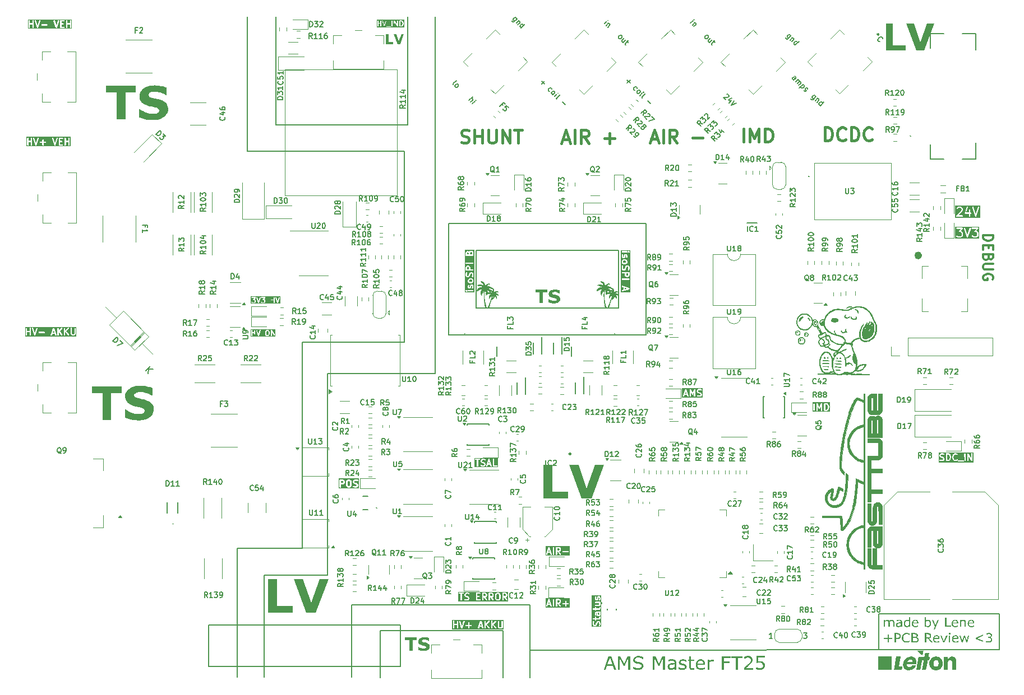
<source format=gbr>
%TF.GenerationSoftware,KiCad,Pcbnew,8.0.2*%
%TF.CreationDate,2025-02-22T19:17:46+01:00*%
%TF.ProjectId,Master_FT25,4d617374-6572-45f4-9654-32352e6b6963,rev?*%
%TF.SameCoordinates,Original*%
%TF.FileFunction,Legend,Top*%
%TF.FilePolarity,Positive*%
%FSLAX46Y46*%
G04 Gerber Fmt 4.6, Leading zero omitted, Abs format (unit mm)*
G04 Created by KiCad (PCBNEW 8.0.2) date 2025-02-22 19:17:46*
%MOMM*%
%LPD*%
G01*
G04 APERTURE LIST*
%ADD10C,0.150000*%
%ADD11C,1.000000*%
%ADD12C,0.400000*%
%ADD13C,0.200000*%
%ADD14C,0.375000*%
%ADD15C,0.500000*%
%ADD16C,0.250000*%
%ADD17C,0.300000*%
%ADD18C,0.175000*%
%ADD19C,0.160000*%
%ADD20C,0.120000*%
%ADD21C,0.100000*%
%ADD22C,0.000000*%
%ADD23C,0.127000*%
%ADD24C,0.560000*%
%ADD25C,0.010000*%
G04 APERTURE END LIST*
D10*
X101400000Y-127650000D02*
X101400000Y-138575000D01*
X128250000Y-127650000D02*
X128250000Y-138650000D01*
X84100000Y-119100000D02*
X84100000Y-138600000D01*
X113950000Y-92700000D02*
X97750000Y-92700000D01*
X109800000Y-55108750D02*
X109800000Y-38791250D01*
X124250000Y-138650000D02*
X124250000Y-131550000D01*
X109350000Y-87950000D02*
X93950000Y-87950000D01*
X180950000Y-129050000D02*
X199150000Y-129050000D01*
X199150000Y-134475000D01*
X180950000Y-134475000D01*
X180950000Y-129050000D01*
X93940000Y-119100000D02*
X93940000Y-87950000D01*
X89950000Y-38800000D02*
X89950000Y-55100000D01*
X97750000Y-123150000D02*
X88150000Y-123150000D01*
X109350000Y-59100000D02*
X109350000Y-87950000D01*
X85600000Y-59100000D02*
X109350000Y-59100000D01*
X113950000Y-38800000D02*
X113950000Y-92700000D01*
X116050000Y-70050000D02*
X145800000Y-70050000D01*
X145800000Y-86850000D01*
X116050000Y-86850000D01*
X116050000Y-70050000D01*
X89950000Y-55108750D02*
X109800000Y-55108750D01*
X105700000Y-131550000D02*
X105700000Y-138650000D01*
X88150000Y-123150000D02*
X88150000Y-138600000D01*
X85600000Y-38800000D02*
X85600000Y-59100000D01*
X128250000Y-127650000D02*
X101400000Y-127650000D01*
X97750000Y-92700000D02*
X97750000Y-123150000D01*
X124250000Y-131550000D02*
X105700000Y-131550000D01*
X120125000Y-74100000D02*
X141675000Y-74100000D01*
X141675000Y-82800000D01*
X120125000Y-82800000D01*
X120125000Y-74100000D01*
X128400000Y-134525000D02*
X199150000Y-134475000D01*
X93920000Y-119100000D02*
X84100000Y-119100000D01*
D11*
G36*
X92441416Y-128850000D02*
G01*
X88752128Y-128850000D01*
X88752128Y-123769748D01*
X90071039Y-123769748D01*
X90071039Y-127833949D01*
X92441416Y-127833949D01*
X92441416Y-128850000D01*
G37*
G36*
X97848953Y-123769748D02*
G01*
X95984159Y-128850000D01*
X94507711Y-128850000D01*
X92642916Y-123769748D01*
X94026552Y-123769748D01*
X95263642Y-127338136D01*
X96499511Y-123769748D01*
X97848953Y-123769748D01*
G37*
D12*
X146594109Y-57263009D02*
X147546490Y-57263009D01*
X146403633Y-57834438D02*
X147070299Y-55834438D01*
X147070299Y-55834438D02*
X147736966Y-57834438D01*
X148403633Y-57834438D02*
X148403633Y-55834438D01*
X150498871Y-57834438D02*
X149832204Y-56882057D01*
X149356014Y-57834438D02*
X149356014Y-55834438D01*
X149356014Y-55834438D02*
X150117919Y-55834438D01*
X150117919Y-55834438D02*
X150308395Y-55929676D01*
X150308395Y-55929676D02*
X150403633Y-56024914D01*
X150403633Y-56024914D02*
X150498871Y-56215390D01*
X150498871Y-56215390D02*
X150498871Y-56501104D01*
X150498871Y-56501104D02*
X150403633Y-56691580D01*
X150403633Y-56691580D02*
X150308395Y-56786819D01*
X150308395Y-56786819D02*
X150117919Y-56882057D01*
X150117919Y-56882057D02*
X149356014Y-56882057D01*
X152879824Y-57072533D02*
X154403634Y-57072533D01*
D13*
G36*
X123565061Y-126044284D02*
G01*
X123631451Y-126109040D01*
X123669705Y-126256465D01*
X123671384Y-126564929D01*
X123633649Y-126721790D01*
X123571205Y-126785810D01*
X123510337Y-126817413D01*
X123367008Y-126818724D01*
X123307617Y-126790152D01*
X123241228Y-126725396D01*
X123202974Y-126577971D01*
X123201295Y-126269508D01*
X123239030Y-126112646D01*
X123301473Y-126048627D01*
X123362341Y-126017024D01*
X123505671Y-126015713D01*
X123565061Y-126044284D01*
G37*
G36*
X121565412Y-126044453D02*
G01*
X121591189Y-126069115D01*
X121622306Y-126129046D01*
X121623440Y-126224893D01*
X121594818Y-126284388D01*
X121570160Y-126310161D01*
X121510517Y-126341129D01*
X121390263Y-126341705D01*
X121386553Y-126341051D01*
X121383449Y-126341738D01*
X121249542Y-126342380D01*
X121248929Y-126016747D01*
X121505265Y-126015517D01*
X121565412Y-126044453D01*
G37*
G36*
X122565412Y-126044453D02*
G01*
X122591189Y-126069115D01*
X122622306Y-126129046D01*
X122623440Y-126224893D01*
X122594818Y-126284388D01*
X122570160Y-126310161D01*
X122510517Y-126341129D01*
X122390263Y-126341705D01*
X122386553Y-126341051D01*
X122383449Y-126341738D01*
X122249542Y-126342380D01*
X122248929Y-126016747D01*
X122505265Y-126015517D01*
X122565412Y-126044453D01*
G37*
G36*
X124613031Y-126044453D02*
G01*
X124638808Y-126069115D01*
X124669925Y-126129046D01*
X124671059Y-126224893D01*
X124642437Y-126284388D01*
X124617779Y-126310161D01*
X124558136Y-126341129D01*
X124437882Y-126341705D01*
X124434172Y-126341051D01*
X124431068Y-126341738D01*
X124297161Y-126342380D01*
X124296548Y-126016747D01*
X124552884Y-126015517D01*
X124613031Y-126044453D01*
G37*
G36*
X124980784Y-127128330D02*
G01*
X117417626Y-127128330D01*
X117417626Y-125897710D01*
X117528737Y-125897710D01*
X117528737Y-125936728D01*
X117543669Y-125972776D01*
X117571259Y-126000366D01*
X117607307Y-126015298D01*
X117626816Y-126017219D01*
X117812717Y-126016614D01*
X117814451Y-126936728D01*
X117829383Y-126972776D01*
X117856973Y-127000366D01*
X117893021Y-127015298D01*
X117932039Y-127015298D01*
X117968087Y-127000366D01*
X117995677Y-126972776D01*
X118010609Y-126936728D01*
X118012530Y-126917219D01*
X118011004Y-126107695D01*
X118383959Y-126107695D01*
X118385315Y-126188712D01*
X118384744Y-126190426D01*
X118385528Y-126201470D01*
X118385880Y-126222442D01*
X118387255Y-126225762D01*
X118387510Y-126229346D01*
X118394516Y-126247654D01*
X118443856Y-126342683D01*
X118448431Y-126353728D01*
X118451587Y-126357574D01*
X118452578Y-126359482D01*
X118454572Y-126361211D01*
X118460867Y-126368882D01*
X118510969Y-126416815D01*
X118517885Y-126424790D01*
X118522034Y-126427401D01*
X118523639Y-126428937D01*
X118526079Y-126429947D01*
X118534476Y-126435233D01*
X118624747Y-126478661D01*
X118631721Y-126483828D01*
X118646355Y-126489056D01*
X118648022Y-126489858D01*
X118648742Y-126489909D01*
X118650181Y-126490423D01*
X118823724Y-126532171D01*
X118898745Y-126568262D01*
X118924522Y-126592924D01*
X118955747Y-126653063D01*
X118956559Y-126701528D01*
X118928152Y-126760576D01*
X118903490Y-126786354D01*
X118843741Y-126817376D01*
X118647495Y-126818840D01*
X118496466Y-126770385D01*
X118457546Y-126773151D01*
X118422647Y-126790601D01*
X118397082Y-126820077D01*
X118384744Y-126857093D01*
X118387510Y-126896013D01*
X118404960Y-126930912D01*
X118434436Y-126956477D01*
X118452336Y-126964468D01*
X118595420Y-127010374D01*
X118607307Y-127015298D01*
X118612299Y-127015789D01*
X118614308Y-127016434D01*
X118616942Y-127016246D01*
X118626816Y-127017219D01*
X118849771Y-127015556D01*
X118852404Y-127016434D01*
X118866509Y-127015431D01*
X118884420Y-127015298D01*
X118887740Y-127013922D01*
X118891324Y-127013668D01*
X118909632Y-127006662D01*
X119004660Y-126957322D01*
X119015707Y-126952747D01*
X119019553Y-126949589D01*
X119021460Y-126948600D01*
X119023190Y-126946605D01*
X119030860Y-126940310D01*
X119078793Y-126890207D01*
X119086768Y-126883292D01*
X119089379Y-126879142D01*
X119090916Y-126877537D01*
X119091927Y-126875095D01*
X119097211Y-126866701D01*
X119137149Y-126783683D01*
X119138534Y-126782299D01*
X119142986Y-126771549D01*
X119151836Y-126753155D01*
X119152090Y-126749571D01*
X119153466Y-126746251D01*
X119155387Y-126726742D01*
X119154030Y-126645724D01*
X119154602Y-126644011D01*
X119153817Y-126632966D01*
X119153466Y-126611995D01*
X119152090Y-126608674D01*
X119151836Y-126605091D01*
X119144830Y-126586782D01*
X119095487Y-126491748D01*
X119090915Y-126480708D01*
X119087759Y-126476862D01*
X119086768Y-126474954D01*
X119084770Y-126473221D01*
X119078478Y-126465555D01*
X119028377Y-126417623D01*
X119021460Y-126409647D01*
X119017310Y-126407034D01*
X119015706Y-126405500D01*
X119013266Y-126404489D01*
X119004870Y-126399204D01*
X118914598Y-126355775D01*
X118907625Y-126350609D01*
X118892992Y-126345381D01*
X118891324Y-126344579D01*
X118890601Y-126344527D01*
X118889164Y-126344014D01*
X118715621Y-126302265D01*
X118640598Y-126266173D01*
X118614825Y-126241515D01*
X118583598Y-126181372D01*
X118582786Y-126132908D01*
X118611193Y-126073860D01*
X118635855Y-126048083D01*
X118695603Y-126017061D01*
X118891849Y-126015597D01*
X119042879Y-126064053D01*
X119081799Y-126061287D01*
X119116698Y-126043837D01*
X119142263Y-126014361D01*
X119154602Y-125977345D01*
X119151835Y-125938425D01*
X119141232Y-125917219D01*
X120145864Y-125917219D01*
X120147785Y-126936728D01*
X120162717Y-126972776D01*
X120190307Y-127000366D01*
X120226355Y-127015298D01*
X120245864Y-127017219D01*
X120741563Y-127015298D01*
X120777611Y-127000366D01*
X120805201Y-126972776D01*
X120820133Y-126936728D01*
X120820133Y-126897710D01*
X120805201Y-126861662D01*
X120777611Y-126834072D01*
X120741563Y-126819140D01*
X120722054Y-126817219D01*
X120345678Y-126818677D01*
X120345064Y-126492868D01*
X120598706Y-126491488D01*
X120634754Y-126476556D01*
X120662344Y-126448966D01*
X120677276Y-126412918D01*
X120677276Y-126373900D01*
X120662344Y-126337852D01*
X120634754Y-126310262D01*
X120598706Y-126295330D01*
X120579197Y-126293409D01*
X120344690Y-126294685D01*
X120344167Y-126016838D01*
X120741563Y-126015298D01*
X120777611Y-126000366D01*
X120805201Y-125972776D01*
X120820133Y-125936728D01*
X120820133Y-125917219D01*
X121050626Y-125917219D01*
X121052547Y-126936728D01*
X121067479Y-126972776D01*
X121095069Y-127000366D01*
X121131117Y-127015298D01*
X121170135Y-127015298D01*
X121206183Y-127000366D01*
X121233773Y-126972776D01*
X121248705Y-126936728D01*
X121250626Y-126917219D01*
X121249916Y-126540551D01*
X121336231Y-126540137D01*
X121652892Y-126989446D01*
X121685797Y-127010415D01*
X121724222Y-127017196D01*
X121762316Y-127008756D01*
X121794281Y-126986381D01*
X121815250Y-126953476D01*
X121822031Y-126915052D01*
X121813591Y-126876957D01*
X121803977Y-126859873D01*
X121572774Y-126531819D01*
X121576299Y-126530471D01*
X121671328Y-126481130D01*
X121682373Y-126476556D01*
X121686219Y-126473399D01*
X121688127Y-126472409D01*
X121689856Y-126470414D01*
X121697527Y-126464120D01*
X121745460Y-126414017D01*
X121753435Y-126407102D01*
X121756046Y-126402952D01*
X121757582Y-126401348D01*
X121758592Y-126398907D01*
X121763878Y-126390511D01*
X121803816Y-126307493D01*
X121805201Y-126306109D01*
X121809653Y-126295359D01*
X121818503Y-126276965D01*
X121818757Y-126273381D01*
X121820133Y-126270061D01*
X121822054Y-126250552D01*
X121820537Y-126122395D01*
X121821269Y-126120202D01*
X121820360Y-126107419D01*
X121820133Y-126088186D01*
X121818757Y-126084865D01*
X121818503Y-126081282D01*
X121811497Y-126062973D01*
X121762154Y-125967939D01*
X121757582Y-125956899D01*
X121754426Y-125953053D01*
X121753435Y-125951145D01*
X121751437Y-125949412D01*
X121745145Y-125941746D01*
X121719508Y-125917219D01*
X122050626Y-125917219D01*
X122052547Y-126936728D01*
X122067479Y-126972776D01*
X122095069Y-127000366D01*
X122131117Y-127015298D01*
X122170135Y-127015298D01*
X122206183Y-127000366D01*
X122233773Y-126972776D01*
X122248705Y-126936728D01*
X122250626Y-126917219D01*
X122249916Y-126540551D01*
X122336231Y-126540137D01*
X122652892Y-126989446D01*
X122685797Y-127010415D01*
X122724222Y-127017196D01*
X122762316Y-127008756D01*
X122794281Y-126986381D01*
X122815250Y-126953476D01*
X122822031Y-126915052D01*
X122813591Y-126876957D01*
X122803977Y-126859873D01*
X122572774Y-126531819D01*
X122576299Y-126530471D01*
X122671328Y-126481130D01*
X122682373Y-126476556D01*
X122686219Y-126473399D01*
X122688127Y-126472409D01*
X122689856Y-126470414D01*
X122697527Y-126464120D01*
X122745460Y-126414017D01*
X122753435Y-126407102D01*
X122756046Y-126402952D01*
X122757582Y-126401348D01*
X122758592Y-126398907D01*
X122763878Y-126390511D01*
X122803816Y-126307493D01*
X122805201Y-126306109D01*
X122809653Y-126295359D01*
X122818503Y-126276965D01*
X122818757Y-126273381D01*
X122820133Y-126270061D01*
X122822054Y-126250552D01*
X123003007Y-126250552D01*
X123004787Y-126577574D01*
X123003125Y-126588746D01*
X123004914Y-126600843D01*
X123004928Y-126603394D01*
X123005492Y-126604757D01*
X123005993Y-126608139D01*
X123052547Y-126787554D01*
X123052547Y-126793870D01*
X123056934Y-126804462D01*
X123060207Y-126817075D01*
X123064632Y-126823047D01*
X123067478Y-126829918D01*
X123079915Y-126845071D01*
X123176303Y-126939088D01*
X123184552Y-126948600D01*
X123188787Y-126951266D01*
X123190306Y-126952747D01*
X123192746Y-126953757D01*
X123201143Y-126959043D01*
X123284160Y-126998981D01*
X123285545Y-127000366D01*
X123296294Y-127004818D01*
X123314689Y-127013668D01*
X123318272Y-127013922D01*
X123321593Y-127015298D01*
X123341102Y-127017219D01*
X123516609Y-127015613D01*
X123519071Y-127016434D01*
X123532686Y-127015466D01*
X123551087Y-127015298D01*
X123554407Y-127013922D01*
X123557991Y-127013668D01*
X123576299Y-127006662D01*
X123671327Y-126957322D01*
X123682374Y-126952747D01*
X123686220Y-126949589D01*
X123688127Y-126948600D01*
X123689857Y-126946605D01*
X123697527Y-126940310D01*
X123784196Y-126851453D01*
X123789244Y-126848425D01*
X123795860Y-126839494D01*
X123805202Y-126829918D01*
X123808047Y-126823047D01*
X123812473Y-126817075D01*
X123819068Y-126798615D01*
X123863647Y-126613302D01*
X123867752Y-126603394D01*
X123868944Y-126591284D01*
X123869555Y-126588746D01*
X123869337Y-126587287D01*
X123869673Y-126583885D01*
X123867892Y-126256862D01*
X123869555Y-126245691D01*
X123867765Y-126233593D01*
X123867752Y-126231043D01*
X123867187Y-126229679D01*
X123866687Y-126226298D01*
X123820133Y-126046882D01*
X123820133Y-126040567D01*
X123815746Y-126029976D01*
X123812473Y-126017362D01*
X123808046Y-126011387D01*
X123805201Y-126004519D01*
X123792765Y-125989365D01*
X123718798Y-125917219D01*
X124098245Y-125917219D01*
X124100166Y-126936728D01*
X124115098Y-126972776D01*
X124142688Y-127000366D01*
X124178736Y-127015298D01*
X124217754Y-127015298D01*
X124253802Y-127000366D01*
X124281392Y-126972776D01*
X124296324Y-126936728D01*
X124298245Y-126917219D01*
X124297535Y-126540551D01*
X124383850Y-126540137D01*
X124700511Y-126989446D01*
X124733416Y-127010415D01*
X124771841Y-127017196D01*
X124809935Y-127008756D01*
X124841900Y-126986381D01*
X124862869Y-126953476D01*
X124869650Y-126915052D01*
X124861210Y-126876957D01*
X124851596Y-126859873D01*
X124620393Y-126531819D01*
X124623918Y-126530471D01*
X124718947Y-126481130D01*
X124729992Y-126476556D01*
X124733838Y-126473399D01*
X124735746Y-126472409D01*
X124737475Y-126470414D01*
X124745146Y-126464120D01*
X124793079Y-126414017D01*
X124801054Y-126407102D01*
X124803665Y-126402952D01*
X124805201Y-126401348D01*
X124806211Y-126398907D01*
X124811497Y-126390511D01*
X124851435Y-126307493D01*
X124852820Y-126306109D01*
X124857272Y-126295359D01*
X124866122Y-126276965D01*
X124866376Y-126273381D01*
X124867752Y-126270061D01*
X124869673Y-126250552D01*
X124868156Y-126122395D01*
X124868888Y-126120202D01*
X124867979Y-126107419D01*
X124867752Y-126088186D01*
X124866376Y-126084865D01*
X124866122Y-126081282D01*
X124859116Y-126062973D01*
X124809773Y-125967939D01*
X124805201Y-125956899D01*
X124802045Y-125953053D01*
X124801054Y-125951145D01*
X124799056Y-125949412D01*
X124792764Y-125941746D01*
X124742663Y-125893814D01*
X124735746Y-125885838D01*
X124731596Y-125883225D01*
X124729992Y-125881691D01*
X124727552Y-125880680D01*
X124719156Y-125875395D01*
X124636138Y-125835456D01*
X124634754Y-125834072D01*
X124624004Y-125829619D01*
X124605610Y-125820770D01*
X124602026Y-125820515D01*
X124598706Y-125819140D01*
X124579197Y-125817219D01*
X124178736Y-125819140D01*
X124142688Y-125834072D01*
X124115098Y-125861662D01*
X124100166Y-125897710D01*
X124098245Y-125917219D01*
X123718798Y-125917219D01*
X123696375Y-125895348D01*
X123688127Y-125885838D01*
X123683890Y-125883171D01*
X123682373Y-125881691D01*
X123679933Y-125880680D01*
X123671537Y-125875395D01*
X123588519Y-125835456D01*
X123587135Y-125834072D01*
X123576385Y-125829619D01*
X123557991Y-125820770D01*
X123554407Y-125820515D01*
X123551087Y-125819140D01*
X123531578Y-125817219D01*
X123356070Y-125818824D01*
X123353609Y-125818004D01*
X123339993Y-125818971D01*
X123321593Y-125819140D01*
X123318272Y-125820515D01*
X123314689Y-125820770D01*
X123296380Y-125827776D01*
X123201346Y-125877118D01*
X123190307Y-125881691D01*
X123186462Y-125884846D01*
X123184552Y-125885838D01*
X123182819Y-125887835D01*
X123175153Y-125894127D01*
X123088485Y-125982982D01*
X123083436Y-125986012D01*
X123076816Y-125994946D01*
X123067479Y-126004519D01*
X123064633Y-126011387D01*
X123060207Y-126017362D01*
X123053612Y-126035823D01*
X123009032Y-126221133D01*
X123004928Y-126231043D01*
X123003735Y-126243152D01*
X123003125Y-126245691D01*
X123003342Y-126247149D01*
X123003007Y-126250552D01*
X122822054Y-126250552D01*
X122820537Y-126122395D01*
X122821269Y-126120202D01*
X122820360Y-126107419D01*
X122820133Y-126088186D01*
X122818757Y-126084865D01*
X122818503Y-126081282D01*
X122811497Y-126062973D01*
X122762154Y-125967939D01*
X122757582Y-125956899D01*
X122754426Y-125953053D01*
X122753435Y-125951145D01*
X122751437Y-125949412D01*
X122745145Y-125941746D01*
X122695044Y-125893814D01*
X122688127Y-125885838D01*
X122683977Y-125883225D01*
X122682373Y-125881691D01*
X122679933Y-125880680D01*
X122671537Y-125875395D01*
X122588519Y-125835456D01*
X122587135Y-125834072D01*
X122576385Y-125829619D01*
X122557991Y-125820770D01*
X122554407Y-125820515D01*
X122551087Y-125819140D01*
X122531578Y-125817219D01*
X122131117Y-125819140D01*
X122095069Y-125834072D01*
X122067479Y-125861662D01*
X122052547Y-125897710D01*
X122050626Y-125917219D01*
X121719508Y-125917219D01*
X121695044Y-125893814D01*
X121688127Y-125885838D01*
X121683977Y-125883225D01*
X121682373Y-125881691D01*
X121679933Y-125880680D01*
X121671537Y-125875395D01*
X121588519Y-125835456D01*
X121587135Y-125834072D01*
X121576385Y-125829619D01*
X121557991Y-125820770D01*
X121554407Y-125820515D01*
X121551087Y-125819140D01*
X121531578Y-125817219D01*
X121131117Y-125819140D01*
X121095069Y-125834072D01*
X121067479Y-125861662D01*
X121052547Y-125897710D01*
X121050626Y-125917219D01*
X120820133Y-125917219D01*
X120820133Y-125897710D01*
X120805201Y-125861662D01*
X120777611Y-125834072D01*
X120741563Y-125819140D01*
X120722054Y-125817219D01*
X120226355Y-125819140D01*
X120190307Y-125834072D01*
X120162717Y-125861662D01*
X120147785Y-125897710D01*
X120145864Y-125917219D01*
X119141232Y-125917219D01*
X119134386Y-125903526D01*
X119104910Y-125877961D01*
X119087009Y-125869970D01*
X118943929Y-125824065D01*
X118932039Y-125819140D01*
X118927045Y-125818648D01*
X118925037Y-125818004D01*
X118922403Y-125818191D01*
X118912530Y-125817219D01*
X118689574Y-125818881D01*
X118686942Y-125818004D01*
X118672836Y-125819006D01*
X118654926Y-125819140D01*
X118651605Y-125820515D01*
X118648022Y-125820770D01*
X118629713Y-125827776D01*
X118534679Y-125877118D01*
X118523639Y-125881691D01*
X118519793Y-125884846D01*
X118517885Y-125885838D01*
X118516152Y-125887835D01*
X118508486Y-125894128D01*
X118460554Y-125944228D01*
X118452578Y-125951146D01*
X118449965Y-125955295D01*
X118448431Y-125956900D01*
X118447420Y-125959339D01*
X118442135Y-125967736D01*
X118402196Y-126050753D01*
X118400812Y-126052138D01*
X118396359Y-126062887D01*
X118387510Y-126081282D01*
X118387255Y-126084865D01*
X118385880Y-126088186D01*
X118383959Y-126107695D01*
X118011004Y-126107695D01*
X118010831Y-126015970D01*
X118217753Y-126015298D01*
X118253801Y-126000366D01*
X118281391Y-125972776D01*
X118296323Y-125936728D01*
X118296323Y-125897710D01*
X118281391Y-125861662D01*
X118253801Y-125834072D01*
X118217753Y-125819140D01*
X118198244Y-125817219D01*
X117607307Y-125819140D01*
X117571259Y-125834072D01*
X117543669Y-125861662D01*
X117528737Y-125897710D01*
X117417626Y-125897710D01*
X117417626Y-125706108D01*
X124980784Y-125706108D01*
X124980784Y-127128330D01*
G37*
D10*
G36*
X108929475Y-39471368D02*
G01*
X108984603Y-39525214D01*
X109013715Y-39581396D01*
X109048733Y-39716629D01*
X109049808Y-39812864D01*
X109017262Y-39947856D01*
X108987967Y-40008621D01*
X108932729Y-40065177D01*
X108848206Y-40094356D01*
X108741408Y-40095107D01*
X108740256Y-39443777D01*
X108841448Y-39443066D01*
X108929475Y-39471368D01*
G37*
G36*
X109287572Y-40409374D02*
G01*
X105150271Y-40409374D01*
X105150271Y-39369295D01*
X105239160Y-39369295D01*
X105240601Y-40183927D01*
X105251800Y-40210963D01*
X105272492Y-40231655D01*
X105299528Y-40242854D01*
X105328792Y-40242854D01*
X105355828Y-40231655D01*
X105376520Y-40210963D01*
X105387719Y-40183927D01*
X105389160Y-40169295D01*
X105388551Y-39825019D01*
X105697107Y-39824077D01*
X105697744Y-40183927D01*
X105708943Y-40210963D01*
X105729635Y-40231655D01*
X105756671Y-40242854D01*
X105785935Y-40242854D01*
X105812971Y-40231655D01*
X105833663Y-40210963D01*
X105844862Y-40183927D01*
X105846303Y-40169295D01*
X105844904Y-39378675D01*
X105963558Y-39378675D01*
X105966818Y-39393012D01*
X106231931Y-40183920D01*
X106232300Y-40189105D01*
X106236454Y-40197414D01*
X106239479Y-40206437D01*
X106242989Y-40210484D01*
X106245386Y-40215278D01*
X106252490Y-40221440D01*
X106258653Y-40228545D01*
X106263446Y-40230941D01*
X106267494Y-40234452D01*
X106276415Y-40237425D01*
X106284826Y-40241631D01*
X106290170Y-40242010D01*
X106295256Y-40243706D01*
X106304636Y-40243039D01*
X106314016Y-40243706D01*
X106319101Y-40242010D01*
X106324446Y-40241631D01*
X106332855Y-40237426D01*
X106341779Y-40234452D01*
X106345827Y-40230940D01*
X106346001Y-40230853D01*
X106573934Y-40230853D01*
X106573934Y-40260117D01*
X106585133Y-40287153D01*
X106605825Y-40307845D01*
X106632861Y-40319044D01*
X106647493Y-40320485D01*
X107271648Y-40319044D01*
X107298684Y-40307845D01*
X107319376Y-40287153D01*
X107330575Y-40260117D01*
X107330575Y-40230853D01*
X107319376Y-40203817D01*
X107298684Y-40183125D01*
X107271648Y-40171926D01*
X107257016Y-40170485D01*
X106632861Y-40171926D01*
X106605825Y-40183125D01*
X106585133Y-40203817D01*
X106573934Y-40230853D01*
X106346001Y-40230853D01*
X106350619Y-40228545D01*
X106356780Y-40221441D01*
X106363886Y-40215278D01*
X106366282Y-40210484D01*
X106369793Y-40206437D01*
X106375787Y-40193012D01*
X106645713Y-39378675D01*
X106645047Y-39369295D01*
X107372493Y-39369295D01*
X107373934Y-40183927D01*
X107385133Y-40210963D01*
X107405825Y-40231655D01*
X107432861Y-40242854D01*
X107462125Y-40242854D01*
X107489161Y-40231655D01*
X107509853Y-40210963D01*
X107521052Y-40183927D01*
X107522493Y-40169295D01*
X107521078Y-39369295D01*
X107753445Y-39369295D01*
X107754886Y-40183927D01*
X107766085Y-40210963D01*
X107786777Y-40231655D01*
X107813813Y-40242854D01*
X107843077Y-40242854D01*
X107870113Y-40231655D01*
X107890805Y-40210963D01*
X107902004Y-40183927D01*
X107903445Y-40169295D01*
X107902525Y-39649233D01*
X108219501Y-40201966D01*
X108223228Y-40210963D01*
X108226586Y-40214321D01*
X108228980Y-40218495D01*
X108236868Y-40224603D01*
X108243920Y-40231655D01*
X108248338Y-40233485D01*
X108252118Y-40236412D01*
X108261739Y-40239036D01*
X108270956Y-40242854D01*
X108275737Y-40242854D01*
X108280349Y-40244112D01*
X108290246Y-40242854D01*
X108300220Y-40242854D01*
X108304635Y-40241024D01*
X108309379Y-40240422D01*
X108318043Y-40235471D01*
X108327256Y-40231655D01*
X108330634Y-40228276D01*
X108334788Y-40225903D01*
X108340897Y-40218013D01*
X108347948Y-40210963D01*
X108349777Y-40206546D01*
X108352705Y-40202766D01*
X108355329Y-40193142D01*
X108359147Y-40183927D01*
X108359883Y-40176444D01*
X108360405Y-40174534D01*
X108360217Y-40173058D01*
X108360588Y-40169295D01*
X108359173Y-39369295D01*
X108591540Y-39369295D01*
X108592981Y-40183927D01*
X108604180Y-40210963D01*
X108624872Y-40231655D01*
X108651908Y-40242854D01*
X108666540Y-40244295D01*
X108855960Y-40242964D01*
X108866396Y-40243706D01*
X108870094Y-40242864D01*
X108871648Y-40242854D01*
X108873479Y-40242095D01*
X108880733Y-40240446D01*
X108984106Y-40204759D01*
X108985934Y-40204759D01*
X108995078Y-40200971D01*
X109008444Y-40196357D01*
X109010479Y-40194591D01*
X109012970Y-40193560D01*
X109024335Y-40184233D01*
X109099514Y-40107260D01*
X109106742Y-40100993D01*
X109108745Y-40097809D01*
X109109853Y-40096676D01*
X109110610Y-40094846D01*
X109114574Y-40088550D01*
X109149475Y-40016152D01*
X109153401Y-40010855D01*
X109157328Y-39999863D01*
X109157924Y-39998628D01*
X109157962Y-39998089D01*
X109158348Y-39997010D01*
X109194139Y-39848560D01*
X109197242Y-39841070D01*
X109198137Y-39831977D01*
X109198594Y-39830084D01*
X109198431Y-39828991D01*
X109198683Y-39826438D01*
X109197450Y-39716189D01*
X109198594Y-39708506D01*
X109197264Y-39699510D01*
X109197242Y-39697520D01*
X109196819Y-39696498D01*
X109196444Y-39693962D01*
X109158437Y-39547183D01*
X109157924Y-39539962D01*
X109153727Y-39528996D01*
X109153401Y-39527735D01*
X109153078Y-39527299D01*
X109152669Y-39526230D01*
X109113336Y-39450322D01*
X109109853Y-39441912D01*
X109107480Y-39439021D01*
X109106742Y-39437596D01*
X109105245Y-39436297D01*
X109100525Y-39430547D01*
X109031329Y-39362962D01*
X109030552Y-39361407D01*
X109023280Y-39355100D01*
X109012970Y-39345030D01*
X109010479Y-39343998D01*
X109008444Y-39342233D01*
X108995019Y-39336239D01*
X108880672Y-39299474D01*
X108871648Y-39295736D01*
X108867896Y-39295366D01*
X108866396Y-39294884D01*
X108864421Y-39295024D01*
X108857016Y-39294295D01*
X108651908Y-39295736D01*
X108624872Y-39306935D01*
X108604180Y-39327627D01*
X108592981Y-39354663D01*
X108591540Y-39369295D01*
X108359173Y-39369295D01*
X108359147Y-39354663D01*
X108347948Y-39327627D01*
X108327256Y-39306935D01*
X108300220Y-39295736D01*
X108270956Y-39295736D01*
X108243920Y-39306935D01*
X108223228Y-39327627D01*
X108212029Y-39354663D01*
X108210588Y-39369295D01*
X108211507Y-39889356D01*
X107894531Y-39336623D01*
X107890805Y-39327627D01*
X107887446Y-39324268D01*
X107885053Y-39320095D01*
X107877163Y-39313985D01*
X107870113Y-39306935D01*
X107865696Y-39305105D01*
X107861916Y-39302178D01*
X107852292Y-39299553D01*
X107843077Y-39295736D01*
X107838296Y-39295736D01*
X107833684Y-39294478D01*
X107823787Y-39295736D01*
X107813813Y-39295736D01*
X107809397Y-39297565D01*
X107804654Y-39298168D01*
X107795989Y-39303118D01*
X107786777Y-39306935D01*
X107783398Y-39310313D01*
X107779245Y-39312687D01*
X107773135Y-39320576D01*
X107766085Y-39327627D01*
X107764255Y-39332043D01*
X107761328Y-39335824D01*
X107758703Y-39345447D01*
X107754886Y-39354663D01*
X107754149Y-39362145D01*
X107753628Y-39364056D01*
X107753815Y-39365531D01*
X107753445Y-39369295D01*
X107521078Y-39369295D01*
X107521052Y-39354663D01*
X107509853Y-39327627D01*
X107489161Y-39306935D01*
X107462125Y-39295736D01*
X107432861Y-39295736D01*
X107405825Y-39306935D01*
X107385133Y-39327627D01*
X107373934Y-39354663D01*
X107372493Y-39369295D01*
X106645047Y-39369295D01*
X106643639Y-39349485D01*
X106630552Y-39323311D01*
X106608445Y-39304138D01*
X106580682Y-39294884D01*
X106551492Y-39296958D01*
X106525319Y-39310045D01*
X106506145Y-39332152D01*
X106500151Y-39345578D01*
X106304987Y-39934363D01*
X106103126Y-39332152D01*
X106083952Y-39310045D01*
X106057779Y-39296959D01*
X106028589Y-39294884D01*
X106000826Y-39304138D01*
X105978719Y-39323312D01*
X105965633Y-39349485D01*
X105963558Y-39378675D01*
X105844904Y-39378675D01*
X105844862Y-39354663D01*
X105833663Y-39327627D01*
X105812971Y-39306935D01*
X105785935Y-39295736D01*
X105756671Y-39295736D01*
X105729635Y-39306935D01*
X105708943Y-39327627D01*
X105697744Y-39354663D01*
X105696303Y-39369295D01*
X105696844Y-39675474D01*
X105388288Y-39676416D01*
X105387719Y-39354663D01*
X105376520Y-39327627D01*
X105355828Y-39306935D01*
X105328792Y-39295736D01*
X105299528Y-39295736D01*
X105272492Y-39306935D01*
X105251800Y-39327627D01*
X105240601Y-39354663D01*
X105239160Y-39369295D01*
X105150271Y-39369295D01*
X105150271Y-39205406D01*
X109287572Y-39205406D01*
X109287572Y-40409374D01*
G37*
D13*
G36*
X132717792Y-119144453D02*
G01*
X132743569Y-119169115D01*
X132774686Y-119229046D01*
X132775820Y-119324893D01*
X132747198Y-119384388D01*
X132722540Y-119410161D01*
X132662897Y-119441129D01*
X132542643Y-119441705D01*
X132538933Y-119441051D01*
X132535829Y-119441738D01*
X132401922Y-119442380D01*
X132401309Y-119116747D01*
X132657645Y-119115517D01*
X132717792Y-119144453D01*
G37*
G36*
X131260838Y-119632036D02*
G01*
X131059532Y-119632816D01*
X131159715Y-119330465D01*
X131260838Y-119632036D01*
G37*
G36*
X134274101Y-120228307D02*
G01*
X130616490Y-120228307D01*
X130616490Y-120004712D01*
X130727601Y-120004712D01*
X130730367Y-120043632D01*
X130747817Y-120078531D01*
X130777293Y-120104096D01*
X130814309Y-120116434D01*
X130853229Y-120113668D01*
X130888128Y-120096218D01*
X130913693Y-120066742D01*
X130921684Y-120048842D01*
X130993790Y-119831225D01*
X131327198Y-119829933D01*
X131406605Y-120066742D01*
X131432170Y-120096218D01*
X131467069Y-120113667D01*
X131505989Y-120116434D01*
X131543005Y-120104095D01*
X131572481Y-120078530D01*
X131589931Y-120043631D01*
X131592697Y-120004711D01*
X131588350Y-119985596D01*
X131263632Y-119017219D01*
X131726816Y-119017219D01*
X131728737Y-120036728D01*
X131743669Y-120072776D01*
X131771259Y-120100366D01*
X131807307Y-120115298D01*
X131846325Y-120115298D01*
X131882373Y-120100366D01*
X131909963Y-120072776D01*
X131924895Y-120036728D01*
X131926816Y-120017219D01*
X131924932Y-119017219D01*
X132203006Y-119017219D01*
X132204927Y-120036728D01*
X132219859Y-120072776D01*
X132247449Y-120100366D01*
X132283497Y-120115298D01*
X132322515Y-120115298D01*
X132358563Y-120100366D01*
X132386153Y-120072776D01*
X132401085Y-120036728D01*
X132403006Y-120017219D01*
X132402296Y-119640551D01*
X132488611Y-119640137D01*
X132805272Y-120089446D01*
X132838177Y-120110415D01*
X132876602Y-120117196D01*
X132914696Y-120108756D01*
X132946661Y-120086381D01*
X132967630Y-120053476D01*
X132974411Y-120015052D01*
X132965971Y-119976957D01*
X132956357Y-119959873D01*
X132725154Y-119631819D01*
X132728679Y-119630471D01*
X132755092Y-119616757D01*
X133204927Y-119616757D01*
X133204927Y-119655775D01*
X133219859Y-119691823D01*
X133247449Y-119719413D01*
X133283497Y-119734345D01*
X133303006Y-119736266D01*
X134084420Y-119734345D01*
X134120468Y-119719413D01*
X134148058Y-119691823D01*
X134162990Y-119655775D01*
X134162990Y-119616757D01*
X134148058Y-119580709D01*
X134120468Y-119553119D01*
X134084420Y-119538187D01*
X134064911Y-119536266D01*
X133283497Y-119538187D01*
X133247449Y-119553119D01*
X133219859Y-119580709D01*
X133204927Y-119616757D01*
X132755092Y-119616757D01*
X132823708Y-119581130D01*
X132834753Y-119576556D01*
X132838599Y-119573399D01*
X132840507Y-119572409D01*
X132842236Y-119570414D01*
X132849907Y-119564120D01*
X132897840Y-119514017D01*
X132905815Y-119507102D01*
X132908426Y-119502952D01*
X132909962Y-119501348D01*
X132910972Y-119498907D01*
X132916258Y-119490511D01*
X132956196Y-119407493D01*
X132957581Y-119406109D01*
X132962033Y-119395359D01*
X132970883Y-119376965D01*
X132971137Y-119373381D01*
X132972513Y-119370061D01*
X132974434Y-119350552D01*
X132972917Y-119222395D01*
X132973649Y-119220202D01*
X132972740Y-119207419D01*
X132972513Y-119188186D01*
X132971137Y-119184865D01*
X132970883Y-119181282D01*
X132963877Y-119162973D01*
X132914534Y-119067939D01*
X132909962Y-119056899D01*
X132906806Y-119053053D01*
X132905815Y-119051145D01*
X132903817Y-119049412D01*
X132897525Y-119041746D01*
X132847424Y-118993814D01*
X132840507Y-118985838D01*
X132836357Y-118983225D01*
X132834753Y-118981691D01*
X132832313Y-118980680D01*
X132823917Y-118975395D01*
X132740899Y-118935456D01*
X132739515Y-118934072D01*
X132728765Y-118929619D01*
X132710371Y-118920770D01*
X132706787Y-118920515D01*
X132703467Y-118919140D01*
X132683958Y-118917219D01*
X132283497Y-118919140D01*
X132247449Y-118934072D01*
X132219859Y-118961662D01*
X132204927Y-118997710D01*
X132203006Y-119017219D01*
X131924932Y-119017219D01*
X131924895Y-118997710D01*
X131909963Y-118961662D01*
X131882373Y-118934072D01*
X131846325Y-118919140D01*
X131807307Y-118919140D01*
X131771259Y-118934072D01*
X131743669Y-118961662D01*
X131728737Y-118997710D01*
X131726816Y-119017219D01*
X131263632Y-119017219D01*
X131257088Y-118997703D01*
X131256598Y-118990807D01*
X131251065Y-118979741D01*
X131247026Y-118967696D01*
X131242341Y-118962294D01*
X131239148Y-118955908D01*
X131229679Y-118947695D01*
X131221461Y-118938220D01*
X131215069Y-118935023D01*
X131209672Y-118930343D01*
X131197778Y-118926378D01*
X131186562Y-118920770D01*
X131179434Y-118920263D01*
X131172656Y-118918004D01*
X131160151Y-118918893D01*
X131147642Y-118918004D01*
X131140860Y-118920264D01*
X131133736Y-118920771D01*
X131122527Y-118926374D01*
X131110626Y-118930342D01*
X131105225Y-118935025D01*
X131098837Y-118938220D01*
X131090621Y-118947691D01*
X131081150Y-118955907D01*
X131077955Y-118962296D01*
X131073272Y-118967696D01*
X131065281Y-118985597D01*
X130827057Y-119704554D01*
X130823975Y-119711995D01*
X130823975Y-119713856D01*
X130727601Y-120004712D01*
X130616490Y-120004712D01*
X130616490Y-118806108D01*
X134274101Y-118806108D01*
X134274101Y-120228307D01*
G37*
D11*
G36*
X66654047Y-95635799D02*
G01*
X65056699Y-95635799D01*
X65056699Y-99700000D01*
X63737787Y-99700000D01*
X63737787Y-95635799D01*
X62140439Y-95635799D01*
X62140439Y-94619748D01*
X66654047Y-94619748D01*
X66654047Y-95635799D01*
G37*
G36*
X71514480Y-98097766D02*
G01*
X71491940Y-98368160D01*
X71424320Y-98618805D01*
X71311620Y-98849700D01*
X71153840Y-99060846D01*
X70950980Y-99252243D01*
X70873342Y-99311653D01*
X70662158Y-99446047D01*
X70428553Y-99557661D01*
X70172527Y-99646497D01*
X69894081Y-99712555D01*
X69593214Y-99755834D01*
X69336377Y-99774057D01*
X69134333Y-99778157D01*
X68864279Y-99772781D01*
X68609769Y-99756652D01*
X68337934Y-99725053D01*
X68086402Y-99679411D01*
X68026692Y-99665806D01*
X67765679Y-99597187D01*
X67514326Y-99519102D01*
X67272633Y-99431551D01*
X67142533Y-99378820D01*
X67142533Y-98136845D01*
X67286636Y-98136845D01*
X67497219Y-98296748D01*
X67719862Y-98436959D01*
X67954564Y-98557477D01*
X68201325Y-98658304D01*
X68452285Y-98737912D01*
X68698360Y-98794774D01*
X68969355Y-98831558D01*
X69175854Y-98840265D01*
X69420317Y-98827366D01*
X69490928Y-98820725D01*
X69735710Y-98777002D01*
X69810886Y-98752337D01*
X70028171Y-98629623D01*
X70060013Y-98602128D01*
X70156184Y-98375459D01*
X70157711Y-98332240D01*
X70070502Y-98101056D01*
X70014829Y-98046475D01*
X69799679Y-97922711D01*
X69598394Y-97860851D01*
X69357994Y-97806898D01*
X69107113Y-97756170D01*
X68987787Y-97733845D01*
X68733480Y-97679985D01*
X68492475Y-97615644D01*
X68385729Y-97582414D01*
X68120450Y-97484574D01*
X67889882Y-97372709D01*
X67668881Y-97227689D01*
X67474447Y-97042647D01*
X67456385Y-97020655D01*
X67319427Y-96807824D01*
X67227293Y-96567752D01*
X67179980Y-96300438D01*
X67173063Y-96140160D01*
X67195560Y-95884607D01*
X67263051Y-95647343D01*
X67375537Y-95428369D01*
X67533016Y-95227684D01*
X67735489Y-95045289D01*
X67812979Y-94988555D01*
X68022249Y-94859791D01*
X68249349Y-94752851D01*
X68494277Y-94667736D01*
X68757035Y-94604445D01*
X69037622Y-94562979D01*
X69336039Y-94543337D01*
X69460397Y-94541591D01*
X69712349Y-94547544D01*
X69962622Y-94565404D01*
X70211215Y-94595171D01*
X70458129Y-94636845D01*
X70725121Y-94694290D01*
X70971054Y-94759463D01*
X71219614Y-94840941D01*
X71311758Y-94876203D01*
X71311758Y-96026587D01*
X71171318Y-96026587D01*
X70964618Y-95888318D01*
X70730727Y-95765075D01*
X70496977Y-95667005D01*
X70414166Y-95637020D01*
X70160516Y-95560867D01*
X69903774Y-95509637D01*
X69643942Y-95483329D01*
X69498255Y-95479483D01*
X69251646Y-95491848D01*
X69169748Y-95501465D01*
X68922673Y-95558918D01*
X68855896Y-95583286D01*
X68643509Y-95716163D01*
X68625087Y-95734717D01*
X68529832Y-95966748D01*
X68609323Y-96206702D01*
X68683705Y-96274494D01*
X68907493Y-96376160D01*
X69165493Y-96446399D01*
X69268667Y-96468667D01*
X69510229Y-96518422D01*
X69759707Y-96570693D01*
X69808443Y-96581018D01*
X70060891Y-96640517D01*
X70312003Y-96712511D01*
X70367759Y-96730006D01*
X70610023Y-96819899D01*
X70850831Y-96938662D01*
X71075758Y-97092707D01*
X71234822Y-97247801D01*
X71382297Y-97471436D01*
X71468325Y-97705337D01*
X71510110Y-97970150D01*
X71514480Y-98097766D01*
G37*
D13*
G36*
X132717792Y-126994453D02*
G01*
X132743569Y-127019115D01*
X132774686Y-127079046D01*
X132775820Y-127174893D01*
X132747198Y-127234388D01*
X132722540Y-127260161D01*
X132662897Y-127291129D01*
X132542643Y-127291705D01*
X132538933Y-127291051D01*
X132535829Y-127291738D01*
X132401922Y-127292380D01*
X132401309Y-126966747D01*
X132657645Y-126965517D01*
X132717792Y-126994453D01*
G37*
G36*
X131260838Y-127482036D02*
G01*
X131059532Y-127482816D01*
X131159715Y-127180465D01*
X131260838Y-127482036D01*
G37*
G36*
X134274101Y-128078307D02*
G01*
X130616490Y-128078307D01*
X130616490Y-127854712D01*
X130727601Y-127854712D01*
X130730367Y-127893632D01*
X130747817Y-127928531D01*
X130777293Y-127954096D01*
X130814309Y-127966434D01*
X130853229Y-127963668D01*
X130888128Y-127946218D01*
X130913693Y-127916742D01*
X130921684Y-127898842D01*
X130993790Y-127681225D01*
X131327198Y-127679933D01*
X131406605Y-127916742D01*
X131432170Y-127946218D01*
X131467069Y-127963667D01*
X131505989Y-127966434D01*
X131543005Y-127954095D01*
X131572481Y-127928530D01*
X131589931Y-127893631D01*
X131592697Y-127854711D01*
X131588350Y-127835596D01*
X131263632Y-126867219D01*
X131726816Y-126867219D01*
X131728737Y-127886728D01*
X131743669Y-127922776D01*
X131771259Y-127950366D01*
X131807307Y-127965298D01*
X131846325Y-127965298D01*
X131882373Y-127950366D01*
X131909963Y-127922776D01*
X131924895Y-127886728D01*
X131926816Y-127867219D01*
X131924932Y-126867219D01*
X132203006Y-126867219D01*
X132204927Y-127886728D01*
X132219859Y-127922776D01*
X132247449Y-127950366D01*
X132283497Y-127965298D01*
X132322515Y-127965298D01*
X132358563Y-127950366D01*
X132386153Y-127922776D01*
X132401085Y-127886728D01*
X132403006Y-127867219D01*
X132402296Y-127490551D01*
X132488611Y-127490137D01*
X132805272Y-127939446D01*
X132838177Y-127960415D01*
X132876602Y-127967196D01*
X132914696Y-127958756D01*
X132946661Y-127936381D01*
X132967630Y-127903476D01*
X132974411Y-127865052D01*
X132965971Y-127826957D01*
X132956357Y-127809873D01*
X132725154Y-127481819D01*
X132728679Y-127480471D01*
X132755092Y-127466757D01*
X133204927Y-127466757D01*
X133204927Y-127505775D01*
X133219859Y-127541823D01*
X133247449Y-127569413D01*
X133283497Y-127584345D01*
X133303006Y-127586266D01*
X133585138Y-127585572D01*
X133585879Y-127886728D01*
X133600811Y-127922776D01*
X133628401Y-127950366D01*
X133664449Y-127965298D01*
X133703467Y-127965298D01*
X133739515Y-127950366D01*
X133767105Y-127922776D01*
X133782037Y-127886728D01*
X133783958Y-127867219D01*
X133783264Y-127585085D01*
X134084420Y-127584345D01*
X134120468Y-127569413D01*
X134148058Y-127541823D01*
X134162990Y-127505775D01*
X134162990Y-127466757D01*
X134148058Y-127430709D01*
X134120468Y-127403119D01*
X134084420Y-127388187D01*
X134064911Y-127386266D01*
X133782777Y-127386959D01*
X133782037Y-127085805D01*
X133767105Y-127049757D01*
X133739515Y-127022167D01*
X133703467Y-127007235D01*
X133664449Y-127007235D01*
X133628401Y-127022167D01*
X133600811Y-127049757D01*
X133585879Y-127085805D01*
X133583958Y-127105314D01*
X133584651Y-127387446D01*
X133283497Y-127388187D01*
X133247449Y-127403119D01*
X133219859Y-127430709D01*
X133204927Y-127466757D01*
X132755092Y-127466757D01*
X132823708Y-127431130D01*
X132834753Y-127426556D01*
X132838599Y-127423399D01*
X132840507Y-127422409D01*
X132842236Y-127420414D01*
X132849907Y-127414120D01*
X132897840Y-127364017D01*
X132905815Y-127357102D01*
X132908426Y-127352952D01*
X132909962Y-127351348D01*
X132910972Y-127348907D01*
X132916258Y-127340511D01*
X132956196Y-127257493D01*
X132957581Y-127256109D01*
X132962033Y-127245359D01*
X132970883Y-127226965D01*
X132971137Y-127223381D01*
X132972513Y-127220061D01*
X132974434Y-127200552D01*
X132972917Y-127072395D01*
X132973649Y-127070202D01*
X132972740Y-127057419D01*
X132972513Y-127038186D01*
X132971137Y-127034865D01*
X132970883Y-127031282D01*
X132963877Y-127012973D01*
X132914534Y-126917939D01*
X132909962Y-126906899D01*
X132906806Y-126903053D01*
X132905815Y-126901145D01*
X132903817Y-126899412D01*
X132897525Y-126891746D01*
X132847424Y-126843814D01*
X132840507Y-126835838D01*
X132836357Y-126833225D01*
X132834753Y-126831691D01*
X132832313Y-126830680D01*
X132823917Y-126825395D01*
X132740899Y-126785456D01*
X132739515Y-126784072D01*
X132728765Y-126779619D01*
X132710371Y-126770770D01*
X132706787Y-126770515D01*
X132703467Y-126769140D01*
X132683958Y-126767219D01*
X132283497Y-126769140D01*
X132247449Y-126784072D01*
X132219859Y-126811662D01*
X132204927Y-126847710D01*
X132203006Y-126867219D01*
X131924932Y-126867219D01*
X131924895Y-126847710D01*
X131909963Y-126811662D01*
X131882373Y-126784072D01*
X131846325Y-126769140D01*
X131807307Y-126769140D01*
X131771259Y-126784072D01*
X131743669Y-126811662D01*
X131728737Y-126847710D01*
X131726816Y-126867219D01*
X131263632Y-126867219D01*
X131257088Y-126847703D01*
X131256598Y-126840807D01*
X131251065Y-126829741D01*
X131247026Y-126817696D01*
X131242341Y-126812294D01*
X131239148Y-126805908D01*
X131229679Y-126797695D01*
X131221461Y-126788220D01*
X131215069Y-126785023D01*
X131209672Y-126780343D01*
X131197778Y-126776378D01*
X131186562Y-126770770D01*
X131179434Y-126770263D01*
X131172656Y-126768004D01*
X131160151Y-126768893D01*
X131147642Y-126768004D01*
X131140860Y-126770264D01*
X131133736Y-126770771D01*
X131122527Y-126776374D01*
X131110626Y-126780342D01*
X131105225Y-126785025D01*
X131098837Y-126788220D01*
X131090621Y-126797691D01*
X131081150Y-126805907D01*
X131077955Y-126812296D01*
X131073272Y-126817696D01*
X131065281Y-126835597D01*
X130827057Y-127554554D01*
X130823975Y-127561995D01*
X130823975Y-127563856D01*
X130727601Y-127854712D01*
X130616490Y-127854712D01*
X130616490Y-126656108D01*
X134274101Y-126656108D01*
X134274101Y-128078307D01*
G37*
G36*
X119510578Y-78545657D02*
G01*
X119536355Y-78570318D01*
X119567471Y-78630249D01*
X119568605Y-78726096D01*
X119539983Y-78785591D01*
X119515324Y-78811365D01*
X119455620Y-78842363D01*
X119217200Y-78843864D01*
X119157191Y-78814995D01*
X119131418Y-78790337D01*
X119100299Y-78730402D01*
X119099165Y-78634556D01*
X119127786Y-78575063D01*
X119152448Y-78549286D01*
X119212148Y-78518289D01*
X119450569Y-78516788D01*
X119510578Y-78545657D01*
G37*
G36*
X119034386Y-76593275D02*
G01*
X119060163Y-76617937D01*
X119091129Y-76677576D01*
X119092380Y-76938552D01*
X118766747Y-76939165D01*
X118765517Y-76682829D01*
X118794453Y-76622682D01*
X118819115Y-76596905D01*
X118879046Y-76565788D01*
X118974893Y-76564654D01*
X119034386Y-76593275D01*
G37*
G36*
X118986767Y-74402799D02*
G01*
X119012544Y-74427461D01*
X119043523Y-74487126D01*
X119044685Y-74700547D01*
X118766683Y-74701070D01*
X118765547Y-74492292D01*
X118794453Y-74432206D01*
X118819115Y-74406429D01*
X118879254Y-74375204D01*
X118927719Y-74374392D01*
X118986767Y-74402799D01*
G37*
G36*
X119510578Y-74355181D02*
G01*
X119536355Y-74379842D01*
X119567320Y-74439481D01*
X119568567Y-74699559D01*
X119242868Y-74700173D01*
X119241708Y-74486969D01*
X119276529Y-74378435D01*
X119295305Y-74358810D01*
X119355236Y-74327693D01*
X119451083Y-74326559D01*
X119510578Y-74355181D01*
G37*
G36*
X119878330Y-80437135D02*
G01*
X118456108Y-80437135D01*
X118456108Y-80160817D01*
X118569140Y-80160817D01*
X118569140Y-80199835D01*
X118584072Y-80235883D01*
X118596508Y-80251037D01*
X118659280Y-80311092D01*
X118669838Y-80315465D01*
X118695329Y-80326024D01*
X118734347Y-80326024D01*
X118770395Y-80311092D01*
X118785549Y-80298656D01*
X118845604Y-80235884D01*
X118856973Y-80208436D01*
X118860536Y-80199835D01*
X118860536Y-80160817D01*
X118902473Y-80160817D01*
X118902473Y-80199835D01*
X118917405Y-80235883D01*
X118944995Y-80263473D01*
X118981043Y-80278405D01*
X119000552Y-80280326D01*
X119686728Y-80278405D01*
X119722776Y-80263473D01*
X119750366Y-80235883D01*
X119765298Y-80199835D01*
X119765298Y-80160817D01*
X119750366Y-80124769D01*
X119722776Y-80097179D01*
X119686728Y-80082247D01*
X119667219Y-80080326D01*
X118981043Y-80082247D01*
X118944995Y-80097179D01*
X118917405Y-80124769D01*
X118902473Y-80160817D01*
X118860536Y-80160817D01*
X118845604Y-80124769D01*
X118845604Y-80124768D01*
X118833167Y-80109615D01*
X118770395Y-80049560D01*
X118734347Y-80034628D01*
X118695329Y-80034628D01*
X118669838Y-80045186D01*
X118659280Y-80049560D01*
X118644127Y-80061997D01*
X118584073Y-80124768D01*
X118584072Y-80124769D01*
X118569140Y-80160817D01*
X118456108Y-80160817D01*
X118456108Y-79466041D01*
X118900552Y-79466041D01*
X118902068Y-79594197D01*
X118901337Y-79596391D01*
X118902245Y-79609173D01*
X118902473Y-79628407D01*
X118903848Y-79631727D01*
X118904103Y-79635311D01*
X118911109Y-79653619D01*
X118958146Y-79744213D01*
X118961295Y-79753659D01*
X118965669Y-79758703D01*
X118969171Y-79765447D01*
X118978641Y-79773660D01*
X118986859Y-79783136D01*
X118996732Y-79789350D01*
X118998648Y-79791012D01*
X119000186Y-79791524D01*
X119003450Y-79793579D01*
X119086467Y-79833517D01*
X119087852Y-79834902D01*
X119098601Y-79839354D01*
X119116996Y-79848204D01*
X119120579Y-79848458D01*
X119123900Y-79849834D01*
X119143409Y-79851755D01*
X119177913Y-79850767D01*
X119178521Y-79850970D01*
X119183698Y-79850602D01*
X119210537Y-79849834D01*
X119213857Y-79848458D01*
X119217441Y-79848204D01*
X119235749Y-79841198D01*
X119326343Y-79794160D01*
X119335789Y-79791012D01*
X119340833Y-79786637D01*
X119347577Y-79783136D01*
X119355790Y-79773665D01*
X119365266Y-79765448D01*
X119371480Y-79755574D01*
X119373142Y-79753659D01*
X119373654Y-79752120D01*
X119375709Y-79748857D01*
X119415647Y-79665839D01*
X119417032Y-79664455D01*
X119421484Y-79653705D01*
X119430334Y-79635311D01*
X119430588Y-79631727D01*
X119431964Y-79628407D01*
X119433885Y-79608898D01*
X119432498Y-79491699D01*
X119454757Y-79445431D01*
X119498823Y-79422552D01*
X119500189Y-79422512D01*
X119544971Y-79444056D01*
X119567413Y-79487280D01*
X119568724Y-79630610D01*
X119523151Y-79725342D01*
X119520385Y-79764262D01*
X119532724Y-79801278D01*
X119558288Y-79830755D01*
X119593187Y-79848204D01*
X119632107Y-79850970D01*
X119669123Y-79838631D01*
X119698600Y-79813067D01*
X119709043Y-79796476D01*
X119748981Y-79713458D01*
X119750366Y-79712074D01*
X119754818Y-79701324D01*
X119763668Y-79682930D01*
X119763922Y-79679346D01*
X119765298Y-79676026D01*
X119767219Y-79656517D01*
X119765613Y-79481009D01*
X119766434Y-79478548D01*
X119765466Y-79464932D01*
X119765298Y-79446532D01*
X119763922Y-79443211D01*
X119763668Y-79439628D01*
X119756662Y-79421319D01*
X119709624Y-79330724D01*
X119706476Y-79321279D01*
X119702101Y-79316235D01*
X119698600Y-79309491D01*
X119689125Y-79301274D01*
X119680911Y-79291803D01*
X119671039Y-79285589D01*
X119669123Y-79283927D01*
X119667584Y-79283413D01*
X119664321Y-79281360D01*
X119581303Y-79241422D01*
X119579918Y-79240037D01*
X119569163Y-79235582D01*
X119550773Y-79226735D01*
X119547190Y-79226480D01*
X119543870Y-79225105D01*
X119524361Y-79223184D01*
X119489856Y-79224171D01*
X119489249Y-79223969D01*
X119484071Y-79224336D01*
X119457233Y-79225105D01*
X119453912Y-79226480D01*
X119450329Y-79226735D01*
X119432020Y-79233741D01*
X119341422Y-79280780D01*
X119331981Y-79283927D01*
X119326938Y-79288299D01*
X119320192Y-79291803D01*
X119311974Y-79301278D01*
X119302504Y-79309492D01*
X119296290Y-79319363D01*
X119294628Y-79321280D01*
X119294114Y-79322818D01*
X119292061Y-79326082D01*
X119252122Y-79409099D01*
X119250738Y-79410484D01*
X119246285Y-79421233D01*
X119237436Y-79439628D01*
X119237181Y-79443211D01*
X119235806Y-79446532D01*
X119233885Y-79466041D01*
X119235271Y-79583239D01*
X119213013Y-79629506D01*
X119168945Y-79652386D01*
X119167580Y-79652425D01*
X119122800Y-79630883D01*
X119100299Y-79587545D01*
X119099165Y-79491699D01*
X119144620Y-79397216D01*
X119147386Y-79358296D01*
X119135047Y-79321280D01*
X119109482Y-79291803D01*
X119074584Y-79274354D01*
X119035664Y-79271589D01*
X118998648Y-79283927D01*
X118969171Y-79309492D01*
X118958728Y-79326082D01*
X118918789Y-79409099D01*
X118917405Y-79410484D01*
X118912952Y-79421233D01*
X118904103Y-79439628D01*
X118903848Y-79443211D01*
X118902473Y-79446532D01*
X118900552Y-79466041D01*
X118456108Y-79466041D01*
X118456108Y-78608898D01*
X118900552Y-78608898D01*
X118902068Y-78737054D01*
X118901337Y-78739248D01*
X118902245Y-78752030D01*
X118902473Y-78771264D01*
X118903848Y-78774584D01*
X118904103Y-78778168D01*
X118911109Y-78796476D01*
X118960449Y-78891505D01*
X118965024Y-78902550D01*
X118968180Y-78906396D01*
X118969171Y-78908304D01*
X118971165Y-78910033D01*
X118977460Y-78917704D01*
X119027562Y-78965637D01*
X119034478Y-78973612D01*
X119038627Y-78976223D01*
X119040232Y-78977759D01*
X119042672Y-78978769D01*
X119051069Y-78984055D01*
X119134086Y-79023993D01*
X119135471Y-79025378D01*
X119146220Y-79029830D01*
X119164615Y-79038680D01*
X119168198Y-79038934D01*
X119171519Y-79040310D01*
X119191028Y-79042231D01*
X119461483Y-79040528D01*
X119464235Y-79041446D01*
X119478661Y-79040420D01*
X119496251Y-79040310D01*
X119499571Y-79038934D01*
X119503155Y-79038680D01*
X119521463Y-79031674D01*
X119616487Y-78982336D01*
X119627537Y-78977760D01*
X119631385Y-78974601D01*
X119633291Y-78973612D01*
X119635020Y-78971617D01*
X119642690Y-78965323D01*
X119690623Y-78915222D01*
X119698600Y-78908305D01*
X119701211Y-78904155D01*
X119702747Y-78902551D01*
X119703757Y-78900110D01*
X119709043Y-78891714D01*
X119748981Y-78808696D01*
X119750366Y-78807312D01*
X119754818Y-78796562D01*
X119763668Y-78778168D01*
X119763922Y-78774584D01*
X119765298Y-78771264D01*
X119767219Y-78751755D01*
X119765702Y-78623598D01*
X119766434Y-78621405D01*
X119765525Y-78608622D01*
X119765298Y-78589389D01*
X119763922Y-78586068D01*
X119763668Y-78582485D01*
X119756662Y-78564176D01*
X119707320Y-78469143D01*
X119702747Y-78458102D01*
X119699590Y-78454256D01*
X119698600Y-78452348D01*
X119696603Y-78450616D01*
X119690310Y-78442948D01*
X119640202Y-78395010D01*
X119633291Y-78387041D01*
X119629144Y-78384430D01*
X119627537Y-78382893D01*
X119625093Y-78381881D01*
X119616701Y-78376598D01*
X119533683Y-78336659D01*
X119532299Y-78335275D01*
X119521549Y-78330822D01*
X119503155Y-78321973D01*
X119499571Y-78321718D01*
X119496251Y-78320343D01*
X119476742Y-78318422D01*
X119206286Y-78320124D01*
X119203535Y-78319207D01*
X119189108Y-78320232D01*
X119171519Y-78320343D01*
X119168198Y-78321718D01*
X119164615Y-78321973D01*
X119146306Y-78328979D01*
X119051272Y-78378321D01*
X119040232Y-78382894D01*
X119036386Y-78386049D01*
X119034478Y-78387041D01*
X119032745Y-78389038D01*
X119025079Y-78395331D01*
X118977147Y-78445431D01*
X118969171Y-78452349D01*
X118966558Y-78456498D01*
X118965024Y-78458103D01*
X118964013Y-78460542D01*
X118958728Y-78468939D01*
X118918789Y-78551956D01*
X118917405Y-78553341D01*
X118912952Y-78564090D01*
X118904103Y-78582485D01*
X118903848Y-78586068D01*
X118902473Y-78589389D01*
X118900552Y-78608898D01*
X118456108Y-78608898D01*
X118456108Y-77608898D01*
X118567219Y-77608898D01*
X118568881Y-77831853D01*
X118568004Y-77834486D01*
X118569006Y-77848591D01*
X118569140Y-77866502D01*
X118570515Y-77869822D01*
X118570770Y-77873406D01*
X118577776Y-77891714D01*
X118627116Y-77986743D01*
X118631691Y-77997788D01*
X118634847Y-78001634D01*
X118635838Y-78003542D01*
X118637832Y-78005271D01*
X118644127Y-78012942D01*
X118694229Y-78060875D01*
X118701145Y-78068850D01*
X118705294Y-78071461D01*
X118706899Y-78072997D01*
X118709339Y-78074007D01*
X118717736Y-78079293D01*
X118800753Y-78119231D01*
X118802138Y-78120616D01*
X118812887Y-78125068D01*
X118831282Y-78133918D01*
X118834865Y-78134172D01*
X118838186Y-78135548D01*
X118857695Y-78137469D01*
X118938712Y-78136112D01*
X118940426Y-78136684D01*
X118951470Y-78135899D01*
X118972442Y-78135548D01*
X118975762Y-78134172D01*
X118979346Y-78133918D01*
X118997654Y-78126912D01*
X119092683Y-78077571D01*
X119103728Y-78072997D01*
X119107574Y-78069840D01*
X119109482Y-78068850D01*
X119111211Y-78066855D01*
X119118882Y-78060561D01*
X119166815Y-78010458D01*
X119174790Y-78003543D01*
X119177401Y-77999393D01*
X119178937Y-77997789D01*
X119179947Y-77995348D01*
X119185233Y-77986952D01*
X119228661Y-77896680D01*
X119233828Y-77889707D01*
X119239056Y-77875072D01*
X119239858Y-77873406D01*
X119239909Y-77872685D01*
X119240423Y-77871247D01*
X119282171Y-77697703D01*
X119318262Y-77622682D01*
X119342924Y-77596905D01*
X119403063Y-77565680D01*
X119451528Y-77564868D01*
X119510578Y-77593276D01*
X119536355Y-77617937D01*
X119567376Y-77677685D01*
X119568840Y-77873932D01*
X119520385Y-78024962D01*
X119523151Y-78063882D01*
X119540601Y-78098781D01*
X119570077Y-78124346D01*
X119607093Y-78136684D01*
X119646013Y-78133918D01*
X119680912Y-78116468D01*
X119706477Y-78086992D01*
X119714468Y-78069092D01*
X119760374Y-77926007D01*
X119765298Y-77914121D01*
X119765789Y-77909128D01*
X119766434Y-77907120D01*
X119766246Y-77904485D01*
X119767219Y-77894612D01*
X119765556Y-77671656D01*
X119766434Y-77669024D01*
X119765431Y-77654918D01*
X119765298Y-77637008D01*
X119763922Y-77633687D01*
X119763668Y-77630104D01*
X119756662Y-77611795D01*
X119707320Y-77516762D01*
X119702747Y-77505721D01*
X119699590Y-77501875D01*
X119698600Y-77499967D01*
X119696603Y-77498235D01*
X119690310Y-77490567D01*
X119640202Y-77442629D01*
X119633291Y-77434660D01*
X119629144Y-77432049D01*
X119627537Y-77430512D01*
X119625093Y-77429500D01*
X119616701Y-77424217D01*
X119533683Y-77384278D01*
X119532299Y-77382894D01*
X119521549Y-77378441D01*
X119503155Y-77369592D01*
X119499571Y-77369337D01*
X119496251Y-77367962D01*
X119476742Y-77366041D01*
X119395724Y-77367397D01*
X119394011Y-77366826D01*
X119382966Y-77367610D01*
X119361995Y-77367962D01*
X119358674Y-77369337D01*
X119355091Y-77369592D01*
X119336782Y-77376598D01*
X119241748Y-77425940D01*
X119230708Y-77430513D01*
X119226862Y-77433668D01*
X119224954Y-77434660D01*
X119223221Y-77436657D01*
X119215555Y-77442950D01*
X119167623Y-77493050D01*
X119159647Y-77499968D01*
X119157034Y-77504117D01*
X119155500Y-77505722D01*
X119154489Y-77508161D01*
X119149204Y-77516558D01*
X119105775Y-77606829D01*
X119100609Y-77613803D01*
X119095381Y-77628435D01*
X119094579Y-77630104D01*
X119094527Y-77630826D01*
X119094014Y-77632264D01*
X119052265Y-77805806D01*
X119016173Y-77880829D01*
X118991515Y-77906602D01*
X118931372Y-77937829D01*
X118882908Y-77938641D01*
X118823858Y-77910233D01*
X118798085Y-77885575D01*
X118767061Y-77825823D01*
X118765597Y-77629578D01*
X118814053Y-77478549D01*
X118811287Y-77439629D01*
X118793837Y-77404730D01*
X118764361Y-77379165D01*
X118727345Y-77366826D01*
X118688425Y-77369593D01*
X118653526Y-77387042D01*
X118627961Y-77416518D01*
X118619970Y-77434419D01*
X118574065Y-77577498D01*
X118569140Y-77589389D01*
X118568648Y-77594382D01*
X118568004Y-77596391D01*
X118568191Y-77599024D01*
X118567219Y-77608898D01*
X118456108Y-77608898D01*
X118456108Y-76656517D01*
X118567219Y-76656517D01*
X118569140Y-77056978D01*
X118584072Y-77093026D01*
X118611662Y-77120616D01*
X118647710Y-77135548D01*
X118667219Y-77137469D01*
X119686728Y-77135548D01*
X119722776Y-77120616D01*
X119750366Y-77093026D01*
X119765298Y-77056978D01*
X119765298Y-77017960D01*
X119750366Y-76981912D01*
X119722776Y-76954322D01*
X119686728Y-76939390D01*
X119667219Y-76937469D01*
X119290551Y-76938178D01*
X119289274Y-76671929D01*
X119290243Y-76669024D01*
X119289189Y-76654199D01*
X119289107Y-76637008D01*
X119287731Y-76633687D01*
X119287477Y-76630104D01*
X119280471Y-76611795D01*
X119231128Y-76516761D01*
X119226556Y-76505721D01*
X119223400Y-76501875D01*
X119222409Y-76499967D01*
X119220411Y-76498234D01*
X119214119Y-76490568D01*
X119164018Y-76442636D01*
X119157101Y-76434660D01*
X119152951Y-76432047D01*
X119151347Y-76430513D01*
X119148907Y-76429502D01*
X119140511Y-76424217D01*
X119057493Y-76384278D01*
X119056109Y-76382894D01*
X119045359Y-76378441D01*
X119026965Y-76369592D01*
X119023381Y-76369337D01*
X119020061Y-76367962D01*
X119000552Y-76366041D01*
X118872395Y-76367557D01*
X118870202Y-76366826D01*
X118857419Y-76367734D01*
X118838186Y-76367962D01*
X118834865Y-76369337D01*
X118831282Y-76369592D01*
X118812973Y-76376598D01*
X118717939Y-76425940D01*
X118706899Y-76430513D01*
X118703053Y-76433668D01*
X118701145Y-76434660D01*
X118699412Y-76436657D01*
X118691746Y-76442950D01*
X118643814Y-76493050D01*
X118635838Y-76499968D01*
X118633225Y-76504117D01*
X118631691Y-76505722D01*
X118630680Y-76508161D01*
X118625395Y-76516558D01*
X118585456Y-76599575D01*
X118584072Y-76600960D01*
X118579619Y-76611709D01*
X118570770Y-76630104D01*
X118570515Y-76633687D01*
X118569140Y-76637008D01*
X118567219Y-76656517D01*
X118456108Y-76656517D01*
X118456108Y-76017960D01*
X118569140Y-76017960D01*
X118569140Y-76056978D01*
X118584072Y-76093026D01*
X118611662Y-76120616D01*
X118647710Y-76135548D01*
X118667219Y-76137469D01*
X119686728Y-76135548D01*
X119722776Y-76120616D01*
X119750366Y-76093026D01*
X119765298Y-76056978D01*
X119765298Y-76017960D01*
X119750366Y-75981912D01*
X119722776Y-75954322D01*
X119686728Y-75939390D01*
X119667219Y-75937469D01*
X118647710Y-75939390D01*
X118611662Y-75954322D01*
X118584072Y-75981912D01*
X118569140Y-76017960D01*
X118456108Y-76017960D01*
X118456108Y-74466041D01*
X118567219Y-74466041D01*
X118569140Y-74818883D01*
X118584072Y-74854931D01*
X118611662Y-74882521D01*
X118647710Y-74897453D01*
X118667219Y-74899374D01*
X119686728Y-74897453D01*
X119722776Y-74882521D01*
X119750366Y-74854931D01*
X119765298Y-74818883D01*
X119767219Y-74799374D01*
X119765465Y-74433834D01*
X119766434Y-74430929D01*
X119765380Y-74416104D01*
X119765298Y-74398913D01*
X119763922Y-74395592D01*
X119763668Y-74392009D01*
X119756662Y-74373700D01*
X119707320Y-74278667D01*
X119702747Y-74267626D01*
X119699590Y-74263780D01*
X119698600Y-74261872D01*
X119696603Y-74260140D01*
X119690310Y-74252472D01*
X119640202Y-74204534D01*
X119633291Y-74196565D01*
X119629144Y-74193954D01*
X119627537Y-74192417D01*
X119625093Y-74191405D01*
X119616701Y-74186122D01*
X119533683Y-74146183D01*
X119532299Y-74144799D01*
X119521549Y-74140346D01*
X119503155Y-74131497D01*
X119499571Y-74131242D01*
X119496251Y-74129867D01*
X119476742Y-74127946D01*
X119348585Y-74129462D01*
X119346392Y-74128731D01*
X119333609Y-74129639D01*
X119314376Y-74129867D01*
X119311055Y-74131242D01*
X119307472Y-74131497D01*
X119289163Y-74138503D01*
X119194129Y-74187845D01*
X119183089Y-74192418D01*
X119179243Y-74195573D01*
X119177335Y-74196565D01*
X119175602Y-74198562D01*
X119167936Y-74204855D01*
X119130851Y-74243617D01*
X119129716Y-74244185D01*
X119123969Y-74250810D01*
X119119677Y-74255296D01*
X119116399Y-74252160D01*
X119109482Y-74244184D01*
X119105332Y-74241571D01*
X119103728Y-74240037D01*
X119101288Y-74239026D01*
X119092892Y-74233741D01*
X119009874Y-74193802D01*
X119008490Y-74192418D01*
X118997740Y-74187965D01*
X118979346Y-74179116D01*
X118975762Y-74178861D01*
X118972442Y-74177486D01*
X118952933Y-74175565D01*
X118871915Y-74176921D01*
X118870202Y-74176350D01*
X118859157Y-74177134D01*
X118838186Y-74177486D01*
X118834865Y-74178861D01*
X118831282Y-74179116D01*
X118812973Y-74186122D01*
X118717939Y-74235464D01*
X118706899Y-74240037D01*
X118703053Y-74243192D01*
X118701145Y-74244184D01*
X118699412Y-74246181D01*
X118691746Y-74252474D01*
X118643814Y-74302574D01*
X118635838Y-74309492D01*
X118633225Y-74313641D01*
X118631691Y-74315246D01*
X118630680Y-74317685D01*
X118625395Y-74326082D01*
X118585456Y-74409099D01*
X118584072Y-74410484D01*
X118579619Y-74421233D01*
X118570770Y-74439628D01*
X118570515Y-74443211D01*
X118569140Y-74446532D01*
X118567219Y-74466041D01*
X118456108Y-74466041D01*
X118456108Y-74016835D01*
X119878330Y-74016835D01*
X119878330Y-80437135D01*
G37*
D14*
G36*
X107652424Y-42895000D02*
G01*
X106545638Y-42895000D01*
X106545638Y-41370924D01*
X106941311Y-41370924D01*
X106941311Y-42590184D01*
X107652424Y-42590184D01*
X107652424Y-42895000D01*
G37*
G36*
X109274685Y-41370924D02*
G01*
X108715247Y-42895000D01*
X108272313Y-42895000D01*
X107712875Y-41370924D01*
X108127965Y-41370924D01*
X108499092Y-42441441D01*
X108869853Y-41370924D01*
X109274685Y-41370924D01*
G37*
D13*
G36*
X138742376Y-128894351D02*
G01*
X138743800Y-129085214D01*
X138721346Y-129131886D01*
X138677801Y-129154495D01*
X138629336Y-129155307D01*
X138583514Y-129133263D01*
X138561108Y-129090108D01*
X138559603Y-128888322D01*
X138560481Y-128885690D01*
X138559869Y-128877091D01*
X138733097Y-128876478D01*
X138742376Y-128894351D01*
G37*
G36*
X139053330Y-130989056D02*
G01*
X137631108Y-130989056D01*
X137631108Y-130349374D01*
X137742219Y-130349374D01*
X137743881Y-130572329D01*
X137743004Y-130574962D01*
X137744006Y-130589067D01*
X137744140Y-130606978D01*
X137745515Y-130610298D01*
X137745770Y-130613882D01*
X137752776Y-130632190D01*
X137802116Y-130727219D01*
X137806691Y-130738264D01*
X137809847Y-130742110D01*
X137810838Y-130744018D01*
X137812832Y-130745747D01*
X137819127Y-130753418D01*
X137869229Y-130801351D01*
X137876145Y-130809326D01*
X137880294Y-130811937D01*
X137881899Y-130813473D01*
X137884339Y-130814483D01*
X137892736Y-130819769D01*
X137975753Y-130859707D01*
X137977138Y-130861092D01*
X137987887Y-130865544D01*
X138006282Y-130874394D01*
X138009865Y-130874648D01*
X138013186Y-130876024D01*
X138032695Y-130877945D01*
X138113712Y-130876588D01*
X138115426Y-130877160D01*
X138126470Y-130876375D01*
X138147442Y-130876024D01*
X138150762Y-130874648D01*
X138154346Y-130874394D01*
X138172654Y-130867388D01*
X138267683Y-130818047D01*
X138278728Y-130813473D01*
X138282574Y-130810316D01*
X138284482Y-130809326D01*
X138286211Y-130807331D01*
X138293882Y-130801037D01*
X138341815Y-130750934D01*
X138349790Y-130744019D01*
X138352401Y-130739869D01*
X138353937Y-130738265D01*
X138354947Y-130735824D01*
X138360233Y-130727428D01*
X138403661Y-130637156D01*
X138408828Y-130630183D01*
X138414056Y-130615548D01*
X138414858Y-130613882D01*
X138414909Y-130613161D01*
X138415423Y-130611723D01*
X138457171Y-130438179D01*
X138493262Y-130363158D01*
X138517924Y-130337381D01*
X138578063Y-130306156D01*
X138626528Y-130305344D01*
X138685578Y-130333752D01*
X138711355Y-130358413D01*
X138742376Y-130418161D01*
X138743840Y-130614408D01*
X138695385Y-130765438D01*
X138698151Y-130804358D01*
X138715601Y-130839257D01*
X138745077Y-130864822D01*
X138782093Y-130877160D01*
X138821013Y-130874394D01*
X138855912Y-130856944D01*
X138881477Y-130827468D01*
X138889468Y-130809568D01*
X138935374Y-130666483D01*
X138940298Y-130654597D01*
X138940789Y-130649604D01*
X138941434Y-130647596D01*
X138941246Y-130644961D01*
X138942219Y-130635088D01*
X138940556Y-130412132D01*
X138941434Y-130409500D01*
X138940431Y-130395394D01*
X138940298Y-130377484D01*
X138938922Y-130374163D01*
X138938668Y-130370580D01*
X138931662Y-130352271D01*
X138882320Y-130257238D01*
X138877747Y-130246197D01*
X138874590Y-130242351D01*
X138873600Y-130240443D01*
X138871603Y-130238711D01*
X138865310Y-130231043D01*
X138815202Y-130183105D01*
X138808291Y-130175136D01*
X138804144Y-130172525D01*
X138802537Y-130170988D01*
X138800093Y-130169976D01*
X138791701Y-130164693D01*
X138708683Y-130124754D01*
X138707299Y-130123370D01*
X138696549Y-130118917D01*
X138678155Y-130110068D01*
X138674571Y-130109813D01*
X138671251Y-130108438D01*
X138651742Y-130106517D01*
X138570724Y-130107873D01*
X138569011Y-130107302D01*
X138557966Y-130108086D01*
X138536995Y-130108438D01*
X138533674Y-130109813D01*
X138530091Y-130110068D01*
X138511782Y-130117074D01*
X138416748Y-130166416D01*
X138405708Y-130170989D01*
X138401862Y-130174144D01*
X138399954Y-130175136D01*
X138398221Y-130177133D01*
X138390555Y-130183426D01*
X138342623Y-130233526D01*
X138334647Y-130240444D01*
X138332034Y-130244593D01*
X138330500Y-130246198D01*
X138329489Y-130248637D01*
X138324204Y-130257034D01*
X138280775Y-130347305D01*
X138275609Y-130354279D01*
X138270381Y-130368911D01*
X138269579Y-130370580D01*
X138269527Y-130371302D01*
X138269014Y-130372740D01*
X138227265Y-130546282D01*
X138191173Y-130621305D01*
X138166515Y-130647078D01*
X138106372Y-130678305D01*
X138057908Y-130679117D01*
X137998858Y-130650709D01*
X137973085Y-130626051D01*
X137942061Y-130566299D01*
X137940597Y-130370054D01*
X137989053Y-130219025D01*
X137986287Y-130180105D01*
X137968837Y-130145206D01*
X137939361Y-130119641D01*
X137902345Y-130107302D01*
X137863425Y-130110069D01*
X137828526Y-130127518D01*
X137802961Y-130156994D01*
X137794970Y-130174895D01*
X137749065Y-130317974D01*
X137744140Y-130329865D01*
X137743648Y-130334858D01*
X137743004Y-130336867D01*
X137743191Y-130339500D01*
X137742219Y-130349374D01*
X137631108Y-130349374D01*
X137631108Y-129758436D01*
X137744140Y-129758436D01*
X137744140Y-129797454D01*
X137759072Y-129833502D01*
X137786662Y-129861092D01*
X137822710Y-129876024D01*
X137842219Y-129877945D01*
X138077171Y-129877430D01*
X138077473Y-129940311D01*
X138092405Y-129976359D01*
X138119995Y-130003949D01*
X138156043Y-130018881D01*
X138195061Y-130018881D01*
X138231109Y-130003949D01*
X138258699Y-129976359D01*
X138273631Y-129940311D01*
X138275552Y-129920802D01*
X138275341Y-129876995D01*
X138683676Y-129876101D01*
X138686853Y-129877160D01*
X138702327Y-129876060D01*
X138718870Y-129876024D01*
X138722190Y-129874648D01*
X138725773Y-129874394D01*
X138744082Y-129867388D01*
X138834677Y-129820350D01*
X138844123Y-129817202D01*
X138849167Y-129812827D01*
X138855911Y-129809326D01*
X138864125Y-129799854D01*
X138873600Y-129791638D01*
X138879812Y-129781767D01*
X138881476Y-129779850D01*
X138881989Y-129778309D01*
X138884043Y-129775047D01*
X138923981Y-129692029D01*
X138925366Y-129690645D01*
X138929818Y-129679895D01*
X138938668Y-129661501D01*
X138938922Y-129657917D01*
X138940298Y-129654597D01*
X138942219Y-129635088D01*
X138940298Y-129520341D01*
X138925366Y-129484293D01*
X138897776Y-129456703D01*
X138861728Y-129441771D01*
X138822710Y-129441771D01*
X138786662Y-129456703D01*
X138759072Y-129484293D01*
X138744140Y-129520341D01*
X138742219Y-129539850D01*
X138743391Y-129609874D01*
X138721346Y-129655696D01*
X138678408Y-129677990D01*
X138274391Y-129678876D01*
X138273631Y-129520341D01*
X138258699Y-129484293D01*
X138231109Y-129456703D01*
X138195061Y-129441771D01*
X138156043Y-129441771D01*
X138119995Y-129456703D01*
X138092405Y-129484293D01*
X138077473Y-129520341D01*
X138075552Y-129539850D01*
X138076220Y-129679310D01*
X137822710Y-129679866D01*
X137786662Y-129694798D01*
X137759072Y-129722388D01*
X137744140Y-129758436D01*
X137631108Y-129758436D01*
X137631108Y-128920802D01*
X138075552Y-128920802D01*
X138077157Y-129096309D01*
X138076337Y-129098771D01*
X138077304Y-129112386D01*
X138077473Y-129130787D01*
X138078848Y-129134107D01*
X138079103Y-129137691D01*
X138086109Y-129155999D01*
X138144171Y-129267827D01*
X138173648Y-129293392D01*
X138210664Y-129305730D01*
X138249584Y-129302965D01*
X138284482Y-129285516D01*
X138310047Y-129256039D01*
X138322386Y-129219023D01*
X138319620Y-129180103D01*
X138312614Y-129161794D01*
X138275357Y-129090037D01*
X138274046Y-128946708D01*
X138296424Y-128900192D01*
X138339416Y-128877870D01*
X138352842Y-128877823D01*
X138361423Y-128894351D01*
X138362928Y-129096138D01*
X138362051Y-129098771D01*
X138363053Y-129112876D01*
X138363187Y-129130787D01*
X138364562Y-129134107D01*
X138364817Y-129137691D01*
X138371823Y-129155999D01*
X138418860Y-129246593D01*
X138422009Y-129256039D01*
X138426383Y-129261083D01*
X138429885Y-129267827D01*
X138439355Y-129276040D01*
X138447573Y-129285516D01*
X138457446Y-129291730D01*
X138459362Y-129293392D01*
X138460900Y-129293904D01*
X138464164Y-129295959D01*
X138547181Y-129335897D01*
X138548566Y-129337282D01*
X138559315Y-129341734D01*
X138577710Y-129350584D01*
X138581293Y-129350838D01*
X138584614Y-129352214D01*
X138604123Y-129354135D01*
X138685139Y-129352778D01*
X138686853Y-129353350D01*
X138697897Y-129352565D01*
X138718870Y-129352214D01*
X138722190Y-129350838D01*
X138725773Y-129350584D01*
X138744082Y-129343578D01*
X138834677Y-129296540D01*
X138844123Y-129293392D01*
X138849167Y-129289017D01*
X138855911Y-129285516D01*
X138864125Y-129276044D01*
X138873600Y-129267828D01*
X138879812Y-129257957D01*
X138881476Y-129256040D01*
X138881989Y-129254499D01*
X138884043Y-129251237D01*
X138923981Y-129168219D01*
X138925366Y-129166835D01*
X138929818Y-129156085D01*
X138938668Y-129137691D01*
X138938922Y-129134107D01*
X138940298Y-129130787D01*
X138942219Y-129111278D01*
X138940556Y-128888322D01*
X138941434Y-128885690D01*
X138940431Y-128871584D01*
X138940298Y-128853674D01*
X138938922Y-128850353D01*
X138938668Y-128846770D01*
X138931662Y-128828461D01*
X138929321Y-128823953D01*
X138940298Y-128797454D01*
X138940298Y-128758436D01*
X138925366Y-128722388D01*
X138897776Y-128694798D01*
X138861728Y-128679866D01*
X138842219Y-128677945D01*
X138428190Y-128679408D01*
X138426154Y-128678730D01*
X138415994Y-128679451D01*
X138333952Y-128679742D01*
X138330916Y-128678730D01*
X138315770Y-128679806D01*
X138298900Y-128679866D01*
X138295579Y-128681241D01*
X138291996Y-128681496D01*
X138273687Y-128688502D01*
X138183089Y-128735541D01*
X138173648Y-128738688D01*
X138168605Y-128743060D01*
X138161859Y-128746564D01*
X138153641Y-128756039D01*
X138144171Y-128764253D01*
X138137957Y-128774124D01*
X138136295Y-128776041D01*
X138135781Y-128777579D01*
X138133728Y-128780843D01*
X138093789Y-128863860D01*
X138092405Y-128865245D01*
X138087952Y-128875994D01*
X138079103Y-128894389D01*
X138078848Y-128897972D01*
X138077473Y-128901293D01*
X138075552Y-128920802D01*
X137631108Y-128920802D01*
X137631108Y-128282245D01*
X137744140Y-128282245D01*
X137744140Y-128321263D01*
X137759072Y-128357311D01*
X137786662Y-128384901D01*
X137822710Y-128399833D01*
X137842219Y-128401754D01*
X138077171Y-128401239D01*
X138077473Y-128464120D01*
X138092405Y-128500168D01*
X138119995Y-128527758D01*
X138156043Y-128542690D01*
X138195061Y-128542690D01*
X138231109Y-128527758D01*
X138258699Y-128500168D01*
X138273631Y-128464120D01*
X138275552Y-128444611D01*
X138275341Y-128400804D01*
X138683676Y-128399910D01*
X138686853Y-128400969D01*
X138702327Y-128399869D01*
X138718870Y-128399833D01*
X138722190Y-128398457D01*
X138725773Y-128398203D01*
X138744082Y-128391197D01*
X138834677Y-128344159D01*
X138844123Y-128341011D01*
X138849167Y-128336636D01*
X138855911Y-128333135D01*
X138864125Y-128323663D01*
X138873600Y-128315447D01*
X138879812Y-128305576D01*
X138881476Y-128303659D01*
X138881989Y-128302118D01*
X138884043Y-128298856D01*
X138923981Y-128215838D01*
X138925366Y-128214454D01*
X138929818Y-128203704D01*
X138938668Y-128185310D01*
X138938922Y-128181726D01*
X138940298Y-128178406D01*
X138942219Y-128158897D01*
X138940298Y-128044150D01*
X138925366Y-128008102D01*
X138897776Y-127980512D01*
X138861728Y-127965580D01*
X138822710Y-127965580D01*
X138786662Y-127980512D01*
X138759072Y-128008102D01*
X138744140Y-128044150D01*
X138742219Y-128063659D01*
X138743391Y-128133683D01*
X138721346Y-128179505D01*
X138678408Y-128201799D01*
X138274391Y-128202685D01*
X138273631Y-128044150D01*
X138258699Y-128008102D01*
X138231109Y-127980512D01*
X138195061Y-127965580D01*
X138156043Y-127965580D01*
X138119995Y-127980512D01*
X138092405Y-128008102D01*
X138077473Y-128044150D01*
X138075552Y-128063659D01*
X138076220Y-128203119D01*
X137822710Y-128203675D01*
X137786662Y-128218607D01*
X137759072Y-128246197D01*
X137744140Y-128282245D01*
X137631108Y-128282245D01*
X137631108Y-127282245D01*
X138077473Y-127282245D01*
X138077473Y-127321263D01*
X138092405Y-127357311D01*
X138119995Y-127384901D01*
X138156043Y-127399833D01*
X138175552Y-127401754D01*
X138705333Y-127400270D01*
X138711355Y-127406031D01*
X138742471Y-127465962D01*
X138743605Y-127561809D01*
X138721346Y-127608076D01*
X138678353Y-127630399D01*
X138156043Y-127632246D01*
X138119995Y-127647178D01*
X138092405Y-127674768D01*
X138077473Y-127710816D01*
X138077473Y-127749834D01*
X138092405Y-127785882D01*
X138119995Y-127813472D01*
X138156043Y-127828404D01*
X138175552Y-127830325D01*
X138683816Y-127828527D01*
X138686853Y-127829540D01*
X138701998Y-127828463D01*
X138718870Y-127828404D01*
X138722190Y-127827028D01*
X138725773Y-127826774D01*
X138744082Y-127819768D01*
X138834677Y-127772730D01*
X138844123Y-127769582D01*
X138849167Y-127765207D01*
X138855911Y-127761706D01*
X138864125Y-127752234D01*
X138873600Y-127744018D01*
X138879812Y-127734147D01*
X138881476Y-127732230D01*
X138881989Y-127730689D01*
X138884043Y-127727427D01*
X138923981Y-127644409D01*
X138925366Y-127643025D01*
X138929818Y-127632275D01*
X138938668Y-127613881D01*
X138938922Y-127610297D01*
X138940298Y-127606977D01*
X138942219Y-127587468D01*
X138940702Y-127459311D01*
X138941434Y-127457118D01*
X138940525Y-127444335D01*
X138940298Y-127425102D01*
X138938922Y-127421781D01*
X138938668Y-127418198D01*
X138931662Y-127399889D01*
X138914958Y-127367718D01*
X138925366Y-127357311D01*
X138940298Y-127321263D01*
X138940298Y-127282245D01*
X138925366Y-127246197D01*
X138897776Y-127218607D01*
X138861728Y-127203675D01*
X138842219Y-127201754D01*
X138156043Y-127203675D01*
X138119995Y-127218607D01*
X138092405Y-127246197D01*
X138077473Y-127282245D01*
X137631108Y-127282245D01*
X137631108Y-126587468D01*
X138075552Y-126587468D01*
X138077068Y-126715624D01*
X138076337Y-126717818D01*
X138077245Y-126730600D01*
X138077473Y-126749834D01*
X138078848Y-126753154D01*
X138079103Y-126756738D01*
X138086109Y-126775046D01*
X138133146Y-126865640D01*
X138136295Y-126875086D01*
X138140669Y-126880130D01*
X138144171Y-126886874D01*
X138153641Y-126895087D01*
X138161859Y-126904563D01*
X138171732Y-126910777D01*
X138173648Y-126912439D01*
X138175186Y-126912951D01*
X138178450Y-126915006D01*
X138261467Y-126954944D01*
X138262852Y-126956329D01*
X138273601Y-126960781D01*
X138291996Y-126969631D01*
X138295579Y-126969885D01*
X138298900Y-126971261D01*
X138318409Y-126973182D01*
X138352913Y-126972194D01*
X138353521Y-126972397D01*
X138358698Y-126972029D01*
X138385537Y-126971261D01*
X138388857Y-126969885D01*
X138392441Y-126969631D01*
X138410749Y-126962625D01*
X138501343Y-126915587D01*
X138510789Y-126912439D01*
X138515833Y-126908064D01*
X138522577Y-126904563D01*
X138530790Y-126895092D01*
X138540266Y-126886875D01*
X138546480Y-126877001D01*
X138548142Y-126875086D01*
X138548654Y-126873547D01*
X138550709Y-126870284D01*
X138590647Y-126787266D01*
X138592032Y-126785882D01*
X138596484Y-126775132D01*
X138605334Y-126756738D01*
X138605588Y-126753154D01*
X138606964Y-126749834D01*
X138608885Y-126730325D01*
X138607498Y-126613126D01*
X138629757Y-126566858D01*
X138673823Y-126543979D01*
X138675189Y-126543939D01*
X138719971Y-126565483D01*
X138742413Y-126608707D01*
X138743724Y-126752037D01*
X138698151Y-126846769D01*
X138695385Y-126885689D01*
X138707724Y-126922705D01*
X138733288Y-126952182D01*
X138768187Y-126969631D01*
X138807107Y-126972397D01*
X138844123Y-126960058D01*
X138873600Y-126934494D01*
X138884043Y-126917903D01*
X138923981Y-126834885D01*
X138925366Y-126833501D01*
X138929818Y-126822751D01*
X138938668Y-126804357D01*
X138938922Y-126800773D01*
X138940298Y-126797453D01*
X138942219Y-126777944D01*
X138940613Y-126602436D01*
X138941434Y-126599975D01*
X138940466Y-126586359D01*
X138940298Y-126567959D01*
X138938922Y-126564638D01*
X138938668Y-126561055D01*
X138931662Y-126542746D01*
X138884624Y-126452151D01*
X138881476Y-126442706D01*
X138877101Y-126437662D01*
X138873600Y-126430918D01*
X138864125Y-126422701D01*
X138855911Y-126413230D01*
X138846039Y-126407016D01*
X138844123Y-126405354D01*
X138842584Y-126404840D01*
X138839321Y-126402787D01*
X138756303Y-126362849D01*
X138754918Y-126361464D01*
X138744163Y-126357009D01*
X138725773Y-126348162D01*
X138722190Y-126347907D01*
X138718870Y-126346532D01*
X138699361Y-126344611D01*
X138664856Y-126345598D01*
X138664249Y-126345396D01*
X138659071Y-126345763D01*
X138632233Y-126346532D01*
X138628912Y-126347907D01*
X138625329Y-126348162D01*
X138607020Y-126355168D01*
X138516422Y-126402207D01*
X138506981Y-126405354D01*
X138501938Y-126409726D01*
X138495192Y-126413230D01*
X138486974Y-126422705D01*
X138477504Y-126430919D01*
X138471290Y-126440790D01*
X138469628Y-126442707D01*
X138469114Y-126444245D01*
X138467061Y-126447509D01*
X138427122Y-126530526D01*
X138425738Y-126531911D01*
X138421285Y-126542660D01*
X138412436Y-126561055D01*
X138412181Y-126564638D01*
X138410806Y-126567959D01*
X138408885Y-126587468D01*
X138410271Y-126704666D01*
X138388013Y-126750933D01*
X138343945Y-126773813D01*
X138342580Y-126773852D01*
X138297800Y-126752310D01*
X138275299Y-126708972D01*
X138274165Y-126613126D01*
X138319620Y-126518643D01*
X138322386Y-126479723D01*
X138310047Y-126442707D01*
X138284482Y-126413230D01*
X138249584Y-126395781D01*
X138210664Y-126393016D01*
X138173648Y-126405354D01*
X138144171Y-126430919D01*
X138133728Y-126447509D01*
X138093789Y-126530526D01*
X138092405Y-126531911D01*
X138087952Y-126542660D01*
X138079103Y-126561055D01*
X138078848Y-126564638D01*
X138077473Y-126567959D01*
X138075552Y-126587468D01*
X137631108Y-126587468D01*
X137631108Y-126233500D01*
X139053330Y-126233500D01*
X139053330Y-130989056D01*
G37*
D11*
G36*
X134041416Y-111600000D02*
G01*
X130352128Y-111600000D01*
X130352128Y-106519748D01*
X131671039Y-106519748D01*
X131671039Y-110583949D01*
X134041416Y-110583949D01*
X134041416Y-111600000D01*
G37*
G36*
X139448953Y-106519748D02*
G01*
X137584159Y-111600000D01*
X136107711Y-111600000D01*
X134242916Y-106519748D01*
X135626552Y-106519748D01*
X136863642Y-110088136D01*
X138099511Y-106519748D01*
X139448953Y-106519748D01*
G37*
D13*
G36*
X56465600Y-86482036D02*
G01*
X56264294Y-86482816D01*
X56364477Y-86180465D01*
X56465600Y-86482036D01*
G37*
G36*
X59814117Y-87078330D02*
G01*
X52058562Y-87078330D01*
X52058562Y-85867219D01*
X52169673Y-85867219D01*
X52171594Y-86886728D01*
X52186526Y-86922776D01*
X52214116Y-86950366D01*
X52250164Y-86965298D01*
X52289182Y-86965298D01*
X52325230Y-86950366D01*
X52352820Y-86922776D01*
X52367752Y-86886728D01*
X52369673Y-86867219D01*
X52368873Y-86443086D01*
X52742183Y-86441872D01*
X52743022Y-86886728D01*
X52757954Y-86922776D01*
X52785544Y-86950366D01*
X52821592Y-86965298D01*
X52860610Y-86965298D01*
X52896658Y-86950366D01*
X52924248Y-86922776D01*
X52939180Y-86886728D01*
X52941101Y-86867219D01*
X52939240Y-85879726D01*
X53075220Y-85879726D01*
X53079567Y-85898842D01*
X53410828Y-86886734D01*
X53411319Y-86893632D01*
X53416852Y-86904699D01*
X53420891Y-86916742D01*
X53425574Y-86922141D01*
X53428769Y-86928531D01*
X53438240Y-86936746D01*
X53446456Y-86946218D01*
X53452844Y-86949412D01*
X53458245Y-86954096D01*
X53470146Y-86958063D01*
X53481355Y-86963667D01*
X53488479Y-86964173D01*
X53495261Y-86966434D01*
X53507770Y-86965544D01*
X53520275Y-86966434D01*
X53527053Y-86964174D01*
X53534181Y-86963668D01*
X53545397Y-86958059D01*
X53557291Y-86954095D01*
X53562688Y-86949414D01*
X53569080Y-86946218D01*
X53577298Y-86936742D01*
X53586767Y-86928530D01*
X53589960Y-86922143D01*
X53594645Y-86916742D01*
X53602636Y-86898842D01*
X53617258Y-86854712D01*
X55932363Y-86854712D01*
X55935129Y-86893632D01*
X55952579Y-86928531D01*
X55982055Y-86954096D01*
X56019071Y-86966434D01*
X56057991Y-86963668D01*
X56092890Y-86946218D01*
X56118455Y-86916742D01*
X56126446Y-86898842D01*
X56198552Y-86681225D01*
X56531960Y-86679933D01*
X56611367Y-86916742D01*
X56636932Y-86946218D01*
X56671831Y-86963667D01*
X56710751Y-86966434D01*
X56747767Y-86954095D01*
X56777243Y-86928530D01*
X56794693Y-86893631D01*
X56797459Y-86854711D01*
X56793112Y-86835596D01*
X56468394Y-85867219D01*
X56931578Y-85867219D01*
X56933499Y-86886728D01*
X56948431Y-86922776D01*
X56976021Y-86950366D01*
X57012069Y-86965298D01*
X57051087Y-86965298D01*
X57087135Y-86950366D01*
X57114725Y-86922776D01*
X57129657Y-86886728D01*
X57131578Y-86867219D01*
X57130849Y-86480664D01*
X57163708Y-86447652D01*
X57536248Y-86941674D01*
X57569823Y-86961553D01*
X57608449Y-86967071D01*
X57646246Y-86957388D01*
X57677461Y-86933977D01*
X57697340Y-86900403D01*
X57702858Y-86861777D01*
X57693175Y-86823979D01*
X57683006Y-86807219D01*
X57304894Y-86305809D01*
X57686153Y-85922777D01*
X57701084Y-85886728D01*
X57701084Y-85867219D01*
X57931578Y-85867219D01*
X57933499Y-86886728D01*
X57948431Y-86922776D01*
X57976021Y-86950366D01*
X58012069Y-86965298D01*
X58051087Y-86965298D01*
X58087135Y-86950366D01*
X58114725Y-86922776D01*
X58129657Y-86886728D01*
X58131578Y-86867219D01*
X58130849Y-86480664D01*
X58163708Y-86447652D01*
X58536248Y-86941674D01*
X58569823Y-86961553D01*
X58608449Y-86967071D01*
X58646246Y-86957388D01*
X58677461Y-86933977D01*
X58697340Y-86900403D01*
X58702858Y-86861777D01*
X58693175Y-86823979D01*
X58683006Y-86807219D01*
X58304894Y-86305809D01*
X58686153Y-85922777D01*
X58701084Y-85886728D01*
X58701084Y-85867219D01*
X58931578Y-85867219D01*
X58933417Y-86661071D01*
X58932363Y-86664235D01*
X58933460Y-86679679D01*
X58933499Y-86696251D01*
X58934874Y-86699571D01*
X58935129Y-86703155D01*
X58942135Y-86721463D01*
X58991472Y-86816487D01*
X58996049Y-86827537D01*
X58999207Y-86831385D01*
X59000197Y-86833291D01*
X59002191Y-86835020D01*
X59008486Y-86842690D01*
X59058586Y-86890623D01*
X59065504Y-86898600D01*
X59069653Y-86901211D01*
X59071258Y-86902747D01*
X59073698Y-86903757D01*
X59082095Y-86909043D01*
X59165112Y-86948981D01*
X59166497Y-86950366D01*
X59177246Y-86954818D01*
X59195641Y-86963668D01*
X59199224Y-86963922D01*
X59202545Y-86965298D01*
X59222054Y-86967219D01*
X59397561Y-86965613D01*
X59400023Y-86966434D01*
X59413638Y-86965466D01*
X59432039Y-86965298D01*
X59435359Y-86963922D01*
X59438943Y-86963668D01*
X59457251Y-86956662D01*
X59552279Y-86907322D01*
X59563326Y-86902747D01*
X59567172Y-86899589D01*
X59569079Y-86898600D01*
X59570809Y-86896605D01*
X59578479Y-86890310D01*
X59626412Y-86840207D01*
X59634387Y-86833292D01*
X59636998Y-86829142D01*
X59638535Y-86827537D01*
X59639546Y-86825095D01*
X59644830Y-86816701D01*
X59684768Y-86733683D01*
X59686153Y-86732299D01*
X59690605Y-86721549D01*
X59699455Y-86703155D01*
X59699709Y-86699571D01*
X59701085Y-86696251D01*
X59703006Y-86676742D01*
X59701085Y-85847710D01*
X59686153Y-85811662D01*
X59658563Y-85784072D01*
X59622515Y-85769140D01*
X59583497Y-85769140D01*
X59547449Y-85784072D01*
X59519859Y-85811662D01*
X59504927Y-85847710D01*
X59503006Y-85867219D01*
X59504820Y-86650194D01*
X59475771Y-86710576D01*
X59451109Y-86736354D01*
X59391289Y-86767413D01*
X59247960Y-86768724D01*
X59188217Y-86739983D01*
X59162443Y-86715324D01*
X59131529Y-86655782D01*
X59129657Y-85847710D01*
X59114725Y-85811662D01*
X59087135Y-85784072D01*
X59051087Y-85769140D01*
X59012069Y-85769140D01*
X58976021Y-85784072D01*
X58948431Y-85811662D01*
X58933499Y-85847710D01*
X58931578Y-85867219D01*
X58701084Y-85867219D01*
X58701084Y-85847710D01*
X58686153Y-85811662D01*
X58658563Y-85784072D01*
X58622515Y-85769141D01*
X58583497Y-85769141D01*
X58547448Y-85784072D01*
X58532295Y-85796508D01*
X58130321Y-86200352D01*
X58129657Y-85847710D01*
X58114725Y-85811662D01*
X58087135Y-85784072D01*
X58051087Y-85769140D01*
X58012069Y-85769140D01*
X57976021Y-85784072D01*
X57948431Y-85811662D01*
X57933499Y-85847710D01*
X57931578Y-85867219D01*
X57701084Y-85867219D01*
X57701084Y-85847710D01*
X57686153Y-85811662D01*
X57658563Y-85784072D01*
X57622515Y-85769141D01*
X57583497Y-85769141D01*
X57547448Y-85784072D01*
X57532295Y-85796508D01*
X57130321Y-86200352D01*
X57129657Y-85847710D01*
X57114725Y-85811662D01*
X57087135Y-85784072D01*
X57051087Y-85769140D01*
X57012069Y-85769140D01*
X56976021Y-85784072D01*
X56948431Y-85811662D01*
X56933499Y-85847710D01*
X56931578Y-85867219D01*
X56468394Y-85867219D01*
X56461850Y-85847703D01*
X56461360Y-85840807D01*
X56455827Y-85829741D01*
X56451788Y-85817696D01*
X56447103Y-85812294D01*
X56443910Y-85805908D01*
X56434441Y-85797695D01*
X56426223Y-85788220D01*
X56419831Y-85785023D01*
X56414434Y-85780343D01*
X56402540Y-85776378D01*
X56391324Y-85770770D01*
X56384196Y-85770263D01*
X56377418Y-85768004D01*
X56364913Y-85768893D01*
X56352404Y-85768004D01*
X56345622Y-85770264D01*
X56338498Y-85770771D01*
X56327289Y-85776374D01*
X56315388Y-85780342D01*
X56309987Y-85785025D01*
X56303599Y-85788220D01*
X56295383Y-85797691D01*
X56285912Y-85805907D01*
X56282717Y-85812296D01*
X56278034Y-85817696D01*
X56270043Y-85835597D01*
X56031819Y-86554554D01*
X56028737Y-86561995D01*
X56028737Y-86563856D01*
X55932363Y-86854712D01*
X53617258Y-86854712D01*
X53745806Y-86466757D01*
X54076356Y-86466757D01*
X54076356Y-86505775D01*
X54091288Y-86541823D01*
X54118878Y-86569413D01*
X54154926Y-86584345D01*
X54174435Y-86586266D01*
X54955849Y-86584345D01*
X54991897Y-86569413D01*
X55019487Y-86541823D01*
X55034419Y-86505775D01*
X55034419Y-86466757D01*
X55019487Y-86430709D01*
X54991897Y-86403119D01*
X54955849Y-86388187D01*
X54936340Y-86386266D01*
X54154926Y-86388187D01*
X54118878Y-86403119D01*
X54091288Y-86430709D01*
X54076356Y-86466757D01*
X53745806Y-86466757D01*
X53940316Y-85879727D01*
X53937550Y-85840807D01*
X53920100Y-85805908D01*
X53890624Y-85780343D01*
X53853608Y-85768004D01*
X53814688Y-85770771D01*
X53779789Y-85788220D01*
X53754224Y-85817696D01*
X53746233Y-85835597D01*
X53508201Y-86553973D01*
X53261312Y-85817696D01*
X53235747Y-85788220D01*
X53200848Y-85770770D01*
X53161928Y-85768004D01*
X53124912Y-85780342D01*
X53095436Y-85805907D01*
X53077986Y-85840806D01*
X53075220Y-85879726D01*
X52939240Y-85879726D01*
X52939180Y-85847710D01*
X52924248Y-85811662D01*
X52896658Y-85784072D01*
X52860610Y-85769140D01*
X52821592Y-85769140D01*
X52785544Y-85784072D01*
X52757954Y-85811662D01*
X52743022Y-85847710D01*
X52741101Y-85867219D01*
X52741810Y-86243731D01*
X52368500Y-86244945D01*
X52367752Y-85847710D01*
X52352820Y-85811662D01*
X52325230Y-85784072D01*
X52289182Y-85769140D01*
X52250164Y-85769140D01*
X52214116Y-85784072D01*
X52186526Y-85811662D01*
X52171594Y-85847710D01*
X52169673Y-85867219D01*
X52058562Y-85867219D01*
X52058562Y-85656893D01*
X59814117Y-85656893D01*
X59814117Y-87078330D01*
G37*
G36*
X196266903Y-69124948D02*
G01*
X192499769Y-69124948D01*
X192499769Y-68860995D01*
X192644213Y-68860995D01*
X192644213Y-68900013D01*
X192659145Y-68936061D01*
X192686735Y-68963651D01*
X192722783Y-68978583D01*
X192742292Y-68980504D01*
X193566563Y-68978583D01*
X193602611Y-68963651D01*
X193630201Y-68936061D01*
X193645133Y-68900013D01*
X193645133Y-68860995D01*
X193630201Y-68824947D01*
X193602611Y-68797357D01*
X193566563Y-68782425D01*
X193547054Y-68780504D01*
X192981789Y-68781821D01*
X193327701Y-68434664D01*
X193943077Y-68434664D01*
X193944213Y-68450648D01*
X193944213Y-68466680D01*
X193945588Y-68470000D01*
X193945843Y-68473584D01*
X193953010Y-68487919D01*
X193959145Y-68502728D01*
X193961685Y-68505268D01*
X193963293Y-68508483D01*
X193975404Y-68518987D01*
X193986735Y-68530318D01*
X193990053Y-68531692D01*
X193992769Y-68534048D01*
X194007978Y-68539117D01*
X194022783Y-68545250D01*
X194027883Y-68545752D01*
X194029785Y-68546386D01*
X194032418Y-68546198D01*
X194042292Y-68547171D01*
X194562492Y-68545958D01*
X194563260Y-68900013D01*
X194578192Y-68936061D01*
X194605782Y-68963651D01*
X194641830Y-68978583D01*
X194680848Y-68978583D01*
X194716896Y-68963651D01*
X194744486Y-68936061D01*
X194759418Y-68900013D01*
X194761339Y-68880504D01*
X194760612Y-68545496D01*
X194866562Y-68545250D01*
X194902610Y-68530318D01*
X194930200Y-68502728D01*
X194945132Y-68466680D01*
X194945132Y-68427662D01*
X194930200Y-68391614D01*
X194902610Y-68364024D01*
X194866562Y-68349092D01*
X194847053Y-68347171D01*
X194760183Y-68347373D01*
X194759418Y-67994329D01*
X194744486Y-67958281D01*
X194716896Y-67930691D01*
X194680848Y-67915759D01*
X194641830Y-67915759D01*
X194605782Y-67930691D01*
X194578192Y-67958281D01*
X194563260Y-67994329D01*
X194561339Y-68013838D01*
X194562063Y-68347835D01*
X194180238Y-68348725D01*
X194430528Y-67593011D01*
X195057362Y-67593011D01*
X195061709Y-67612127D01*
X195492967Y-68899967D01*
X195493461Y-68906917D01*
X195499011Y-68918016D01*
X195503033Y-68930027D01*
X195507717Y-68935427D01*
X195510911Y-68941815D01*
X195520380Y-68950028D01*
X195528598Y-68959503D01*
X195534987Y-68962697D01*
X195540387Y-68967381D01*
X195552284Y-68971346D01*
X195563497Y-68976953D01*
X195570624Y-68977459D01*
X195577403Y-68979719D01*
X195589910Y-68978830D01*
X195602417Y-68979719D01*
X195609195Y-68977459D01*
X195616323Y-68976953D01*
X195627538Y-68971344D01*
X195639433Y-68967380D01*
X195644831Y-68962698D01*
X195651221Y-68959503D01*
X195659437Y-68950029D01*
X195668909Y-68941815D01*
X195672102Y-68935427D01*
X195676787Y-68930027D01*
X195684778Y-68912127D01*
X196122459Y-67593011D01*
X196119693Y-67554091D01*
X196102244Y-67519192D01*
X196072767Y-67493627D01*
X196035752Y-67481288D01*
X195996832Y-67484055D01*
X195961933Y-67501504D01*
X195936368Y-67530980D01*
X195928376Y-67548881D01*
X195590475Y-68567270D01*
X195243454Y-67530981D01*
X195217889Y-67501505D01*
X195182990Y-67484055D01*
X195144070Y-67481289D01*
X195107054Y-67493627D01*
X195077578Y-67519192D01*
X195060128Y-67554091D01*
X195057362Y-67593011D01*
X194430528Y-67593011D01*
X194451030Y-67531107D01*
X194448264Y-67492187D01*
X194430814Y-67457288D01*
X194401338Y-67431723D01*
X194364323Y-67419384D01*
X194325402Y-67422151D01*
X194290504Y-67439600D01*
X194264938Y-67469076D01*
X194256947Y-67486977D01*
X193950115Y-68413413D01*
X193944213Y-68427662D01*
X193944213Y-68431234D01*
X193943077Y-68434664D01*
X193327701Y-68434664D01*
X193543428Y-68218161D01*
X193546460Y-68216646D01*
X193556681Y-68204861D01*
X193568296Y-68193205D01*
X193569671Y-68189885D01*
X193572026Y-68187170D01*
X193580017Y-68169270D01*
X193639982Y-67983876D01*
X193645133Y-67971442D01*
X193645627Y-67966424D01*
X193646269Y-67964440D01*
X193646081Y-67961806D01*
X193647054Y-67951933D01*
X193645589Y-67842668D01*
X193646269Y-67840630D01*
X193645397Y-67828371D01*
X193645133Y-67808614D01*
X193643757Y-67805293D01*
X193643503Y-67801710D01*
X193636497Y-67783401D01*
X193573137Y-67660445D01*
X193568296Y-67648757D01*
X193565120Y-67644887D01*
X193564149Y-67643002D01*
X193562151Y-67641269D01*
X193555860Y-67633603D01*
X193492016Y-67572010D01*
X193484556Y-67563409D01*
X193480365Y-67560770D01*
X193478801Y-67559262D01*
X193476364Y-67558252D01*
X193467966Y-67552966D01*
X193356602Y-67498967D01*
X193354992Y-67497357D01*
X193343252Y-67492494D01*
X193325848Y-67484055D01*
X193322264Y-67483800D01*
X193318944Y-67482425D01*
X193299435Y-67480504D01*
X193005216Y-67482221D01*
X193002418Y-67481289D01*
X192987868Y-67482323D01*
X192970402Y-67482425D01*
X192967081Y-67483800D01*
X192963498Y-67484055D01*
X192945190Y-67491061D01*
X192822234Y-67554419D01*
X192810543Y-67559262D01*
X192806673Y-67562437D01*
X192804789Y-67563409D01*
X192803056Y-67565406D01*
X192795390Y-67571699D01*
X192721049Y-67648757D01*
X192706118Y-67684806D01*
X192706119Y-67723824D01*
X192721050Y-67759872D01*
X192748640Y-67787462D01*
X192784689Y-67802393D01*
X192823707Y-67802392D01*
X192859755Y-67787461D01*
X192874908Y-67775024D01*
X192922228Y-67725974D01*
X193010705Y-67680382D01*
X193273075Y-67678850D01*
X193361407Y-67721681D01*
X193401581Y-67760438D01*
X193447336Y-67849231D01*
X193448444Y-67931876D01*
X193400107Y-68081318D01*
X192659145Y-68824947D01*
X192644213Y-68860995D01*
X192499769Y-68860995D01*
X192499769Y-67274940D01*
X196266903Y-67274940D01*
X196266903Y-69124948D01*
G37*
D15*
G36*
X130911618Y-80434319D02*
G01*
X130272679Y-80434319D01*
X130272679Y-82060000D01*
X129745115Y-82060000D01*
X129745115Y-80434319D01*
X129106175Y-80434319D01*
X129106175Y-80027899D01*
X130911618Y-80027899D01*
X130911618Y-80434319D01*
G37*
G36*
X132855792Y-81419106D02*
G01*
X132846776Y-81527264D01*
X132819728Y-81627522D01*
X132774648Y-81719880D01*
X132711536Y-81804338D01*
X132630392Y-81880897D01*
X132599337Y-81904661D01*
X132514863Y-81958418D01*
X132421421Y-82003064D01*
X132319011Y-82038599D01*
X132207632Y-82065022D01*
X132087285Y-82082333D01*
X131984551Y-82089623D01*
X131903733Y-82091263D01*
X131795711Y-82089112D01*
X131693907Y-82082661D01*
X131585173Y-82070021D01*
X131484561Y-82051764D01*
X131460676Y-82046322D01*
X131356271Y-82018875D01*
X131255730Y-81987641D01*
X131159053Y-81952620D01*
X131107013Y-81931528D01*
X131107013Y-81434738D01*
X131164654Y-81434738D01*
X131248887Y-81498699D01*
X131337944Y-81554783D01*
X131431825Y-81602991D01*
X131530530Y-81643321D01*
X131630914Y-81675164D01*
X131729344Y-81697909D01*
X131837742Y-81712623D01*
X131920341Y-81716106D01*
X132018126Y-81710946D01*
X132046371Y-81708290D01*
X132144284Y-81690801D01*
X132174354Y-81680935D01*
X132261268Y-81631849D01*
X132274005Y-81620851D01*
X132312473Y-81530183D01*
X132313084Y-81512896D01*
X132278201Y-81420422D01*
X132255931Y-81398590D01*
X132169871Y-81349084D01*
X132089357Y-81324340D01*
X131993197Y-81302759D01*
X131892845Y-81282468D01*
X131845115Y-81273538D01*
X131743392Y-81251994D01*
X131646990Y-81226257D01*
X131604291Y-81212965D01*
X131498180Y-81173829D01*
X131405953Y-81129083D01*
X131317552Y-81071075D01*
X131239778Y-80997058D01*
X131232554Y-80988262D01*
X131177771Y-80903129D01*
X131140917Y-80807100D01*
X131121992Y-80700175D01*
X131119225Y-80636064D01*
X131128224Y-80533842D01*
X131155220Y-80438937D01*
X131200214Y-80351347D01*
X131263206Y-80271073D01*
X131344195Y-80198115D01*
X131375191Y-80175422D01*
X131458899Y-80123916D01*
X131549739Y-80081140D01*
X131647711Y-80047094D01*
X131752814Y-80021778D01*
X131865049Y-80005191D01*
X131984415Y-79997334D01*
X132034159Y-79996636D01*
X132134939Y-79999017D01*
X132235048Y-80006161D01*
X132334486Y-80018068D01*
X132433251Y-80034738D01*
X132540048Y-80057716D01*
X132638421Y-80083785D01*
X132737845Y-80116376D01*
X132774703Y-80130481D01*
X132774703Y-80590635D01*
X132718527Y-80590635D01*
X132635847Y-80535327D01*
X132542291Y-80486030D01*
X132448790Y-80446802D01*
X132415666Y-80434808D01*
X132314206Y-80404346D01*
X132211509Y-80383854D01*
X132107576Y-80373331D01*
X132049302Y-80371793D01*
X131950658Y-80376739D01*
X131917899Y-80380586D01*
X131819069Y-80403567D01*
X131792358Y-80413314D01*
X131707403Y-80466465D01*
X131700034Y-80473886D01*
X131661933Y-80566699D01*
X131693729Y-80662680D01*
X131723482Y-80689797D01*
X131812997Y-80730464D01*
X131916197Y-80758559D01*
X131957466Y-80767466D01*
X132054091Y-80787368D01*
X132153882Y-80808277D01*
X132173377Y-80812407D01*
X132274356Y-80836206D01*
X132374801Y-80865004D01*
X132397103Y-80872002D01*
X132494009Y-80907959D01*
X132590332Y-80955465D01*
X132680303Y-81017083D01*
X132743928Y-81079120D01*
X132802919Y-81168574D01*
X132837330Y-81262134D01*
X132854044Y-81368060D01*
X132855792Y-81419106D01*
G37*
D13*
G36*
X151910838Y-95732036D02*
G01*
X151709532Y-95732816D01*
X151809715Y-95430465D01*
X151910838Y-95732036D01*
G37*
G36*
X154354593Y-96328330D02*
G01*
X151266490Y-96328330D01*
X151266490Y-96104712D01*
X151377601Y-96104712D01*
X151380367Y-96143632D01*
X151397817Y-96178531D01*
X151427293Y-96204096D01*
X151464309Y-96216434D01*
X151503229Y-96213668D01*
X151538128Y-96196218D01*
X151563693Y-96166742D01*
X151571684Y-96148842D01*
X151643790Y-95931225D01*
X151977198Y-95929933D01*
X152056605Y-96166742D01*
X152082170Y-96196218D01*
X152117069Y-96213667D01*
X152155989Y-96216434D01*
X152193005Y-96204095D01*
X152222481Y-96178530D01*
X152239931Y-96143631D01*
X152242697Y-96104711D01*
X152238350Y-96085596D01*
X151913632Y-95117219D01*
X152376816Y-95117219D01*
X152378737Y-96136728D01*
X152393669Y-96172776D01*
X152421259Y-96200366D01*
X152457307Y-96215298D01*
X152496325Y-96215298D01*
X152532373Y-96200366D01*
X152559963Y-96172776D01*
X152574895Y-96136728D01*
X152576816Y-96117219D01*
X152575772Y-95563229D01*
X152719664Y-95869667D01*
X152724643Y-95883356D01*
X152727618Y-95886605D01*
X152729522Y-95890659D01*
X152740732Y-95900925D01*
X152750994Y-95912131D01*
X152755019Y-95914009D01*
X152758297Y-95917011D01*
X152772579Y-95922204D01*
X152786352Y-95928632D01*
X152790791Y-95928827D01*
X152794966Y-95930345D01*
X152810149Y-95929677D01*
X152825332Y-95930345D01*
X152829505Y-95928827D01*
X152833947Y-95928632D01*
X152847731Y-95922199D01*
X152862001Y-95917010D01*
X152865274Y-95914012D01*
X152869304Y-95912132D01*
X152879573Y-95900917D01*
X152890776Y-95890659D01*
X152894087Y-95885068D01*
X152895656Y-95883356D01*
X152896536Y-95880934D01*
X152900767Y-95873793D01*
X153044324Y-95564251D01*
X153045403Y-96136728D01*
X153060335Y-96172776D01*
X153087925Y-96200366D01*
X153123973Y-96215298D01*
X153162991Y-96215298D01*
X153199039Y-96200366D01*
X153226629Y-96172776D01*
X153241561Y-96136728D01*
X153243482Y-96117219D01*
X153241957Y-95307695D01*
X153472054Y-95307695D01*
X153473410Y-95388712D01*
X153472839Y-95390426D01*
X153473623Y-95401470D01*
X153473975Y-95422442D01*
X153475350Y-95425762D01*
X153475605Y-95429346D01*
X153482611Y-95447654D01*
X153531951Y-95542683D01*
X153536526Y-95553728D01*
X153539682Y-95557574D01*
X153540673Y-95559482D01*
X153542667Y-95561211D01*
X153548962Y-95568882D01*
X153599064Y-95616815D01*
X153605980Y-95624790D01*
X153610129Y-95627401D01*
X153611734Y-95628937D01*
X153614174Y-95629947D01*
X153622571Y-95635233D01*
X153712842Y-95678661D01*
X153719816Y-95683828D01*
X153734450Y-95689056D01*
X153736117Y-95689858D01*
X153736837Y-95689909D01*
X153738276Y-95690423D01*
X153911819Y-95732171D01*
X153986840Y-95768262D01*
X154012617Y-95792924D01*
X154043842Y-95853063D01*
X154044654Y-95901528D01*
X154016247Y-95960576D01*
X153991585Y-95986354D01*
X153931836Y-96017376D01*
X153735590Y-96018840D01*
X153584561Y-95970385D01*
X153545641Y-95973151D01*
X153510742Y-95990601D01*
X153485177Y-96020077D01*
X153472839Y-96057093D01*
X153475605Y-96096013D01*
X153493055Y-96130912D01*
X153522531Y-96156477D01*
X153540431Y-96164468D01*
X153683515Y-96210374D01*
X153695402Y-96215298D01*
X153700394Y-96215789D01*
X153702403Y-96216434D01*
X153705037Y-96216246D01*
X153714911Y-96217219D01*
X153937866Y-96215556D01*
X153940499Y-96216434D01*
X153954604Y-96215431D01*
X153972515Y-96215298D01*
X153975835Y-96213922D01*
X153979419Y-96213668D01*
X153997727Y-96206662D01*
X154092755Y-96157322D01*
X154103802Y-96152747D01*
X154107648Y-96149589D01*
X154109555Y-96148600D01*
X154111285Y-96146605D01*
X154118955Y-96140310D01*
X154166888Y-96090207D01*
X154174863Y-96083292D01*
X154177474Y-96079142D01*
X154179011Y-96077537D01*
X154180022Y-96075095D01*
X154185306Y-96066701D01*
X154225244Y-95983683D01*
X154226629Y-95982299D01*
X154231081Y-95971549D01*
X154239931Y-95953155D01*
X154240185Y-95949571D01*
X154241561Y-95946251D01*
X154243482Y-95926742D01*
X154242125Y-95845724D01*
X154242697Y-95844011D01*
X154241912Y-95832966D01*
X154241561Y-95811995D01*
X154240185Y-95808674D01*
X154239931Y-95805091D01*
X154232925Y-95786782D01*
X154183582Y-95691748D01*
X154179010Y-95680708D01*
X154175854Y-95676862D01*
X154174863Y-95674954D01*
X154172865Y-95673221D01*
X154166573Y-95665555D01*
X154116472Y-95617623D01*
X154109555Y-95609647D01*
X154105405Y-95607034D01*
X154103801Y-95605500D01*
X154101361Y-95604489D01*
X154092965Y-95599204D01*
X154002693Y-95555775D01*
X153995720Y-95550609D01*
X153981087Y-95545381D01*
X153979419Y-95544579D01*
X153978696Y-95544527D01*
X153977259Y-95544014D01*
X153803716Y-95502265D01*
X153728693Y-95466173D01*
X153702920Y-95441515D01*
X153671693Y-95381372D01*
X153670881Y-95332908D01*
X153699288Y-95273860D01*
X153723950Y-95248083D01*
X153783698Y-95217061D01*
X153979944Y-95215597D01*
X154130974Y-95264053D01*
X154169894Y-95261287D01*
X154204793Y-95243837D01*
X154230358Y-95214361D01*
X154242697Y-95177345D01*
X154239930Y-95138425D01*
X154222481Y-95103526D01*
X154193005Y-95077961D01*
X154175104Y-95069970D01*
X154032024Y-95024065D01*
X154020134Y-95019140D01*
X154015140Y-95018648D01*
X154013132Y-95018004D01*
X154010498Y-95018191D01*
X154000625Y-95017219D01*
X153777669Y-95018881D01*
X153775037Y-95018004D01*
X153760931Y-95019006D01*
X153743021Y-95019140D01*
X153739700Y-95020515D01*
X153736117Y-95020770D01*
X153717808Y-95027776D01*
X153622774Y-95077118D01*
X153611734Y-95081691D01*
X153607888Y-95084846D01*
X153605980Y-95085838D01*
X153604247Y-95087835D01*
X153596581Y-95094128D01*
X153548649Y-95144228D01*
X153540673Y-95151146D01*
X153538060Y-95155295D01*
X153536526Y-95156900D01*
X153535515Y-95159339D01*
X153530230Y-95167736D01*
X153490291Y-95250753D01*
X153488907Y-95252138D01*
X153484454Y-95262887D01*
X153475605Y-95281282D01*
X153475350Y-95284865D01*
X153473975Y-95288186D01*
X153472054Y-95307695D01*
X153241957Y-95307695D01*
X153241600Y-95118484D01*
X153242323Y-95102036D01*
X153241565Y-95099952D01*
X153241561Y-95097710D01*
X153234920Y-95081679D01*
X153228989Y-95065367D01*
X153227482Y-95063721D01*
X153226629Y-95061662D01*
X153214367Y-95049400D01*
X153202637Y-95036591D01*
X153200613Y-95035646D01*
X153199039Y-95034072D01*
X153183023Y-95027437D01*
X153167280Y-95020091D01*
X153165050Y-95019993D01*
X153162991Y-95019140D01*
X153145639Y-95019140D01*
X153128299Y-95018378D01*
X153126203Y-95019140D01*
X153123973Y-95019140D01*
X153107942Y-95025780D01*
X153091630Y-95031712D01*
X153089984Y-95033218D01*
X153087925Y-95034072D01*
X153075657Y-95046339D01*
X153062855Y-95058064D01*
X153061288Y-95060708D01*
X153060335Y-95061662D01*
X153059431Y-95063843D01*
X153052864Y-95074930D01*
X152810625Y-95597249D01*
X152566179Y-95076669D01*
X152559963Y-95061662D01*
X152558397Y-95060096D01*
X152557443Y-95058064D01*
X152544646Y-95046345D01*
X152532373Y-95034072D01*
X152530311Y-95033218D01*
X152528668Y-95031713D01*
X152512366Y-95025784D01*
X152496325Y-95019140D01*
X152494094Y-95019140D01*
X152491999Y-95018378D01*
X152474659Y-95019140D01*
X152457307Y-95019140D01*
X152455247Y-95019993D01*
X152453019Y-95020091D01*
X152437288Y-95027432D01*
X152421259Y-95034072D01*
X152419682Y-95035648D01*
X152417661Y-95036592D01*
X152405942Y-95049388D01*
X152393669Y-95061662D01*
X152392815Y-95063723D01*
X152391310Y-95065367D01*
X152385381Y-95081668D01*
X152378737Y-95097710D01*
X152378435Y-95100768D01*
X152377975Y-95102036D01*
X152378078Y-95104395D01*
X152376816Y-95117219D01*
X151913632Y-95117219D01*
X151907088Y-95097703D01*
X151906598Y-95090807D01*
X151901065Y-95079741D01*
X151897026Y-95067696D01*
X151892341Y-95062294D01*
X151889148Y-95055908D01*
X151879679Y-95047695D01*
X151871461Y-95038220D01*
X151865069Y-95035023D01*
X151859672Y-95030343D01*
X151847778Y-95026378D01*
X151836562Y-95020770D01*
X151829434Y-95020263D01*
X151822656Y-95018004D01*
X151810151Y-95018893D01*
X151797642Y-95018004D01*
X151790860Y-95020264D01*
X151783736Y-95020771D01*
X151772527Y-95026374D01*
X151760626Y-95030342D01*
X151755225Y-95035025D01*
X151748837Y-95038220D01*
X151740621Y-95047691D01*
X151731150Y-95055907D01*
X151727955Y-95062296D01*
X151723272Y-95067696D01*
X151715281Y-95085597D01*
X151477057Y-95804554D01*
X151473975Y-95811995D01*
X151473975Y-95813856D01*
X151377601Y-96104712D01*
X151266490Y-96104712D01*
X151266490Y-94906108D01*
X154354593Y-94906108D01*
X154354593Y-96328330D01*
G37*
D10*
G36*
X141287508Y-137460000D02*
G01*
X140997836Y-137460000D01*
X140797069Y-136897264D01*
X139912421Y-136897264D01*
X139711653Y-137460000D01*
X139435659Y-137460000D01*
X139733636Y-136647159D01*
X139994975Y-136647159D01*
X140713538Y-136647159D01*
X140354989Y-135663838D01*
X139994975Y-136647159D01*
X139733636Y-136647159D01*
X140180600Y-135427899D01*
X140543056Y-135427899D01*
X141287508Y-137460000D01*
G37*
G36*
X143409490Y-137460000D02*
G01*
X143137404Y-137460000D01*
X143137404Y-135708290D01*
X142568806Y-136897264D01*
X142406629Y-136897264D01*
X141841939Y-135708290D01*
X141841939Y-137460000D01*
X141587927Y-137460000D01*
X141587927Y-135427899D01*
X141958688Y-135427899D01*
X142503838Y-136556789D01*
X143031402Y-135427899D01*
X143409490Y-135427899D01*
X143409490Y-137460000D01*
G37*
G36*
X145432798Y-136877725D02*
G01*
X145422139Y-136980600D01*
X145393153Y-137075123D01*
X145377110Y-137111221D01*
X145324528Y-137199083D01*
X145257273Y-137275337D01*
X145221284Y-137306615D01*
X145133700Y-137366470D01*
X145044362Y-137411923D01*
X144964829Y-137442414D01*
X144867675Y-137468174D01*
X144770204Y-137483201D01*
X144663227Y-137490499D01*
X144612630Y-137491263D01*
X144504767Y-137488729D01*
X144402459Y-137481127D01*
X144294006Y-137466516D01*
X144214515Y-137450718D01*
X144114819Y-137424507D01*
X144014119Y-137392037D01*
X143912414Y-137353307D01*
X143855478Y-137329085D01*
X143855478Y-136991053D01*
X143874528Y-136991053D01*
X143955190Y-137047687D01*
X144041835Y-137097421D01*
X144134464Y-137140255D01*
X144233077Y-137176189D01*
X144333339Y-137204613D01*
X144430425Y-137224916D01*
X144535852Y-137238049D01*
X144615073Y-137241158D01*
X144720400Y-137236927D01*
X144827607Y-137221731D01*
X144931428Y-137191424D01*
X145008792Y-137152742D01*
X145088889Y-137084636D01*
X145138348Y-136994407D01*
X145149476Y-136915826D01*
X145138431Y-136818370D01*
X145094513Y-136730519D01*
X145082554Y-136717990D01*
X144998778Y-136661081D01*
X144905173Y-136625274D01*
X144880321Y-136618339D01*
X144779935Y-136595190D01*
X144679464Y-136577265D01*
X144657083Y-136573886D01*
X144557028Y-136557986D01*
X144460376Y-136540446D01*
X144402093Y-136528946D01*
X144305006Y-136504680D01*
X144204241Y-136469207D01*
X144105567Y-136419221D01*
X144024478Y-136359160D01*
X143998604Y-136334040D01*
X143935320Y-136249946D01*
X143892747Y-136152638D01*
X143872292Y-136055048D01*
X143867690Y-135975003D01*
X143878068Y-135868267D01*
X143909203Y-135770320D01*
X143961095Y-135681162D01*
X144033744Y-135600792D01*
X144084577Y-135558813D01*
X144170181Y-135503698D01*
X144263958Y-135459986D01*
X144365911Y-135427678D01*
X144476038Y-135406772D01*
X144574054Y-135398061D01*
X144635589Y-135396636D01*
X144741285Y-135399231D01*
X144842463Y-135407016D01*
X144950887Y-135421979D01*
X145031263Y-135438157D01*
X145129369Y-135463059D01*
X145230673Y-135494352D01*
X145323867Y-135529462D01*
X145350244Y-135540739D01*
X145350244Y-135865582D01*
X145331193Y-135865582D01*
X145242213Y-135804576D01*
X145146195Y-135755727D01*
X145047461Y-135717147D01*
X145023935Y-135709267D01*
X144928345Y-135681912D01*
X144831594Y-135662372D01*
X144733683Y-135650648D01*
X144634612Y-135646741D01*
X144530778Y-135652022D01*
X144426738Y-135670591D01*
X144326999Y-135706903D01*
X144283391Y-135731249D01*
X144208023Y-135795120D01*
X144159285Y-135885488D01*
X144151011Y-135949113D01*
X144163634Y-136049104D01*
X144208971Y-136138192D01*
X144216957Y-136147438D01*
X144300784Y-136207352D01*
X144399531Y-136244618D01*
X144448988Y-136257348D01*
X144547734Y-136277033D01*
X144650225Y-136295408D01*
X144699092Y-136303754D01*
X144795635Y-136320689D01*
X144898767Y-136341388D01*
X144974110Y-136358953D01*
X145068514Y-136388138D01*
X145163181Y-136428591D01*
X145252821Y-136483150D01*
X145317515Y-136539692D01*
X145378309Y-136624548D01*
X145413772Y-136717069D01*
X145430997Y-136824892D01*
X145432798Y-136877725D01*
G37*
G36*
X148663642Y-137460000D02*
G01*
X148391556Y-137460000D01*
X148391556Y-135708290D01*
X147822958Y-136897264D01*
X147660781Y-136897264D01*
X147096092Y-135708290D01*
X147096092Y-137460000D01*
X146842079Y-137460000D01*
X146842079Y-135427899D01*
X147212840Y-135427899D01*
X147757990Y-136556789D01*
X148285554Y-135427899D01*
X148663642Y-135427899D01*
X148663642Y-137460000D01*
G37*
G36*
X149811138Y-135900020D02*
G01*
X149916033Y-135910725D01*
X149986950Y-135923712D01*
X150085926Y-135954086D01*
X150178275Y-136002815D01*
X150195045Y-136014570D01*
X150267087Y-136081453D01*
X150321097Y-136164866D01*
X150326936Y-136177236D01*
X150357991Y-136273594D01*
X150370768Y-136370772D01*
X150372365Y-136424410D01*
X150372365Y-137460000D01*
X150115422Y-137460000D01*
X150115422Y-137290006D01*
X150033386Y-137346463D01*
X150022609Y-137353998D01*
X149937063Y-137405747D01*
X149909281Y-137418967D01*
X149816236Y-137454941D01*
X149760781Y-137470258D01*
X149663758Y-137486647D01*
X149564410Y-137491263D01*
X149464759Y-137482897D01*
X149361994Y-137453488D01*
X149269120Y-137402904D01*
X149212700Y-137357418D01*
X149143041Y-137276020D01*
X149096179Y-137182954D01*
X149072115Y-137078218D01*
X149068597Y-137014989D01*
X149070021Y-136995450D01*
X149334822Y-136995450D01*
X149352317Y-137096736D01*
X149414445Y-137179609D01*
X149507553Y-137223787D01*
X149608624Y-137239655D01*
X149657711Y-137241158D01*
X149756560Y-137234289D01*
X149856051Y-137211343D01*
X149906350Y-137192309D01*
X149995291Y-137149079D01*
X150084944Y-137095490D01*
X150115422Y-137074584D01*
X150115422Y-136678422D01*
X150012440Y-136684630D01*
X149914471Y-136691520D01*
X149836985Y-136697473D01*
X149734960Y-136707590D01*
X149634477Y-136723119D01*
X149583461Y-136734598D01*
X149488385Y-136769160D01*
X149403210Y-136825457D01*
X149347911Y-136909537D01*
X149334822Y-136995450D01*
X149070021Y-136995450D01*
X149075896Y-136914830D01*
X149100784Y-136819422D01*
X149143335Y-136739483D01*
X149208685Y-136666668D01*
X149291896Y-136606493D01*
X149357292Y-136573398D01*
X149450142Y-136539614D01*
X149554060Y-136513368D01*
X149657048Y-136496190D01*
X149693370Y-136491821D01*
X149793571Y-136481746D01*
X149897313Y-136473014D01*
X150004596Y-136465626D01*
X150115422Y-136459581D01*
X150115422Y-136418060D01*
X150104400Y-136320199D01*
X150084159Y-136266140D01*
X150019675Y-136187763D01*
X149995743Y-136171374D01*
X149901038Y-136134371D01*
X149863852Y-136127411D01*
X149765124Y-136117336D01*
X149703140Y-136115687D01*
X149602733Y-136122771D01*
X149499724Y-136142165D01*
X149476482Y-136147927D01*
X149381525Y-136175862D01*
X149284233Y-136212041D01*
X149218073Y-136240739D01*
X149204396Y-136240739D01*
X149204396Y-135969141D01*
X149303731Y-135945583D01*
X149405181Y-135925893D01*
X149422749Y-135922735D01*
X149520629Y-135907995D01*
X149626222Y-135898893D01*
X149704605Y-135896845D01*
X149811138Y-135900020D01*
G37*
G36*
X151956524Y-137015966D02*
G01*
X151945655Y-137115556D01*
X151907445Y-137216355D01*
X151850384Y-137295963D01*
X151782623Y-137357906D01*
X151687735Y-137416250D01*
X151591685Y-137453626D01*
X151483479Y-137478239D01*
X151381058Y-137489179D01*
X151307815Y-137491263D01*
X151204031Y-137487446D01*
X151105781Y-137475997D01*
X151004096Y-137454588D01*
X150995184Y-137452184D01*
X150895030Y-137421547D01*
X150801102Y-137386186D01*
X150756803Y-137366210D01*
X150756803Y-137084842D01*
X150770481Y-137084842D01*
X150857950Y-137139793D01*
X150951768Y-137186432D01*
X151042568Y-137221618D01*
X151144168Y-137250542D01*
X151242767Y-137267460D01*
X151329797Y-137272421D01*
X151429097Y-137267174D01*
X151529115Y-137247024D01*
X151596510Y-137218688D01*
X151668684Y-137149078D01*
X151692742Y-137048695D01*
X151670232Y-136949448D01*
X151640474Y-136912407D01*
X151551224Y-136864528D01*
X151448894Y-136835331D01*
X151439706Y-136833272D01*
X151343396Y-136813699D01*
X151296092Y-136804940D01*
X151196608Y-136784357D01*
X151134891Y-136769281D01*
X151041133Y-136739788D01*
X150944628Y-136694165D01*
X150865030Y-136632738D01*
X150848150Y-136613942D01*
X150796653Y-136530045D01*
X150768924Y-136432958D01*
X150763642Y-136360907D01*
X150776007Y-136258794D01*
X150802721Y-136184075D01*
X150855823Y-136100805D01*
X150921912Y-136035575D01*
X151009106Y-135978300D01*
X151102632Y-135939204D01*
X151117306Y-135934459D01*
X151218743Y-135910105D01*
X151320535Y-135898645D01*
X151383531Y-135896845D01*
X151486960Y-135901791D01*
X151591351Y-135916629D01*
X151661479Y-135932016D01*
X151760626Y-135960158D01*
X151852842Y-135995450D01*
X151895952Y-136016524D01*
X151895952Y-136303265D01*
X151882274Y-136303265D01*
X151801926Y-136247418D01*
X151709625Y-136198577D01*
X151641451Y-136169909D01*
X151544972Y-136139038D01*
X151441039Y-136119976D01*
X151363991Y-136115687D01*
X151263928Y-136123174D01*
X151169479Y-136148185D01*
X151124633Y-136168932D01*
X151051727Y-136235122D01*
X151027424Y-136327201D01*
X151050513Y-136426501D01*
X151086531Y-136468862D01*
X151174098Y-136516758D01*
X151273621Y-136546531D01*
X151369448Y-136566872D01*
X151433356Y-136579260D01*
X151532847Y-136598456D01*
X151581367Y-136609057D01*
X151675992Y-136636539D01*
X151765904Y-136678041D01*
X151846294Y-136737027D01*
X151858827Y-136749253D01*
X151918361Y-136833929D01*
X151948796Y-136927721D01*
X151956524Y-137015966D01*
G37*
G36*
X153114724Y-137446322D02*
G01*
X153018591Y-137468075D01*
X152955966Y-137478562D01*
X152855941Y-137489477D01*
X152803070Y-137491263D01*
X152692611Y-137483386D01*
X152596196Y-137459755D01*
X152504516Y-137414340D01*
X152445498Y-137365233D01*
X152386465Y-137282286D01*
X152350210Y-137188314D01*
X152331010Y-137090460D01*
X152323496Y-136978021D01*
X152323377Y-136960767D01*
X152323377Y-136146950D01*
X152148499Y-136146950D01*
X152148499Y-135928108D01*
X152323377Y-135928108D01*
X152323377Y-135490425D01*
X152581297Y-135490425D01*
X152581297Y-135928108D01*
X153114724Y-135928108D01*
X153114724Y-136146950D01*
X152581297Y-136146950D01*
X152581297Y-136848904D01*
X152582478Y-136951235D01*
X152586671Y-137038925D01*
X152610576Y-137136103D01*
X152625261Y-137166420D01*
X152692366Y-137238354D01*
X152708304Y-137247020D01*
X152807606Y-137269940D01*
X152869993Y-137272421D01*
X152967812Y-137259232D01*
X153001884Y-137248974D01*
X153095028Y-137212894D01*
X153101046Y-137209895D01*
X153114724Y-137209895D01*
X153114724Y-137446322D01*
G37*
G36*
X154168502Y-135903045D02*
G01*
X154269962Y-135921644D01*
X154375656Y-135959013D01*
X154467699Y-136013259D01*
X154535729Y-136073189D01*
X154601395Y-136157231D01*
X154650933Y-136255485D01*
X154680557Y-136351015D01*
X154698332Y-136456986D01*
X154704256Y-136573398D01*
X154704256Y-136709685D01*
X153573412Y-136709685D01*
X153579388Y-136812909D01*
X153599351Y-136912951D01*
X153615910Y-136961744D01*
X153662729Y-137053664D01*
X153728049Y-137133257D01*
X153732658Y-137137599D01*
X153811060Y-137196584D01*
X153902651Y-137238715D01*
X153999101Y-137262908D01*
X154097061Y-137272125D01*
X154119050Y-137272421D01*
X154216986Y-137266267D01*
X154315399Y-137247806D01*
X154414289Y-137217037D01*
X154434124Y-137209406D01*
X154524427Y-137169955D01*
X154615148Y-137119382D01*
X154660293Y-137084842D01*
X154673970Y-137084842D01*
X154673970Y-137363279D01*
X154575327Y-137401770D01*
X154475034Y-137435178D01*
X154407257Y-137454626D01*
X154303416Y-137476951D01*
X154204728Y-137488365D01*
X154121493Y-137491263D01*
X154006350Y-137486278D01*
X153899365Y-137471322D01*
X153800538Y-137446397D01*
X153692712Y-137403327D01*
X153596633Y-137345899D01*
X153525540Y-137287076D01*
X153452662Y-137204294D01*
X153394863Y-137109458D01*
X153352141Y-137002565D01*
X153328058Y-136904279D01*
X153314446Y-136797621D01*
X153311095Y-136706266D01*
X153316104Y-136593702D01*
X153326345Y-136522107D01*
X153573412Y-136522107D01*
X154452686Y-136522107D01*
X154443979Y-136419977D01*
X154415815Y-136322814D01*
X154362354Y-136235770D01*
X154350104Y-136222177D01*
X154268455Y-136161548D01*
X154172589Y-136128270D01*
X154068691Y-136116103D01*
X154043335Y-136115687D01*
X153944814Y-136122984D01*
X153846604Y-136148636D01*
X153753162Y-136198801D01*
X153712630Y-136232435D01*
X153646351Y-136310888D01*
X153600775Y-136400314D01*
X153575902Y-136500711D01*
X153573412Y-136522107D01*
X153326345Y-136522107D01*
X153331131Y-136488651D01*
X153356175Y-136391114D01*
X153399452Y-136283987D01*
X153457154Y-136187679D01*
X153516259Y-136115687D01*
X153597930Y-136041315D01*
X153688702Y-135982330D01*
X153788577Y-135938733D01*
X153897553Y-135910523D01*
X153995319Y-135898769D01*
X154057013Y-135896845D01*
X154168502Y-135903045D01*
G37*
G36*
X156044173Y-136209476D02*
G01*
X156030495Y-136209476D01*
X155931867Y-136187517D01*
X155918143Y-136185540D01*
X155817134Y-136178471D01*
X155790160Y-136178213D01*
X155687030Y-136188404D01*
X155587080Y-136218979D01*
X155559106Y-136231458D01*
X155469985Y-136279482D01*
X155383604Y-136337826D01*
X155344661Y-136368234D01*
X155344661Y-137460000D01*
X155086252Y-137460000D01*
X155086252Y-135928108D01*
X155344661Y-135928108D01*
X155344661Y-136154277D01*
X155428317Y-136090478D01*
X155514469Y-136033005D01*
X155600973Y-135986093D01*
X155615771Y-135979399D01*
X155712228Y-135946190D01*
X155810299Y-135929912D01*
X155856106Y-135928108D01*
X155953314Y-135931528D01*
X156044173Y-135944717D01*
X156044173Y-136209476D01*
G37*
G36*
X158590160Y-135678004D02*
G01*
X157555547Y-135678004D01*
X157555547Y-136240739D01*
X158444591Y-136240739D01*
X158444591Y-136490844D01*
X157555547Y-136490844D01*
X157555547Y-137460000D01*
X157283949Y-137460000D01*
X157283949Y-135427899D01*
X158590160Y-135427899D01*
X158590160Y-135678004D01*
G37*
G36*
X160391695Y-135678004D02*
G01*
X159660921Y-135678004D01*
X159660921Y-137460000D01*
X159388834Y-137460000D01*
X159388834Y-135678004D01*
X158658060Y-135678004D01*
X158658060Y-135427899D01*
X160391695Y-135427899D01*
X160391695Y-135678004D01*
G37*
G36*
X161989532Y-137460000D02*
G01*
X160604675Y-137460000D01*
X160604675Y-137157627D01*
X160685810Y-137090346D01*
X160767100Y-137023143D01*
X160848545Y-136956016D01*
X160893859Y-136918757D01*
X160973882Y-136851554D01*
X161050737Y-136784582D01*
X161124423Y-136717842D01*
X161163991Y-136680865D01*
X161242356Y-136606256D01*
X161312588Y-136536609D01*
X161386130Y-136459581D01*
X161457126Y-136378744D01*
X161518744Y-136298266D01*
X161524982Y-136289099D01*
X161576502Y-136195829D01*
X161608941Y-136097979D01*
X161622298Y-135995550D01*
X161622679Y-135974515D01*
X161610269Y-135876635D01*
X161568423Y-135787894D01*
X161517655Y-135733691D01*
X161427140Y-135680706D01*
X161323530Y-135653619D01*
X161224075Y-135646741D01*
X161119084Y-135653110D01*
X161016158Y-135670294D01*
X160953454Y-135685331D01*
X160854183Y-135716653D01*
X160756529Y-135757556D01*
X160669155Y-135803056D01*
X160655478Y-135803056D01*
X160655478Y-135521200D01*
X160753398Y-135481756D01*
X160847783Y-135452995D01*
X160915840Y-135435715D01*
X161016552Y-135415107D01*
X161115356Y-135402131D01*
X161221837Y-135396674D01*
X161231402Y-135396636D01*
X161344580Y-135401857D01*
X161448175Y-135417519D01*
X161556925Y-135448988D01*
X161652631Y-135494669D01*
X161724284Y-135545136D01*
X161793948Y-135615153D01*
X161852612Y-135707538D01*
X161888928Y-135813112D01*
X161902372Y-135916308D01*
X161903070Y-135947648D01*
X161896523Y-136051482D01*
X161876881Y-136148662D01*
X161873272Y-136161116D01*
X161836880Y-136257226D01*
X161786322Y-136348206D01*
X161727948Y-136431004D01*
X161664793Y-136507297D01*
X161660293Y-136512337D01*
X161591477Y-136586228D01*
X161516861Y-136660869D01*
X161485415Y-136691123D01*
X161411287Y-136761160D01*
X161335938Y-136830097D01*
X161259368Y-136897936D01*
X161181577Y-136964675D01*
X161104487Y-137029644D01*
X161020901Y-137099814D01*
X160940637Y-137166893D01*
X160888974Y-137209895D01*
X161989532Y-137209895D01*
X161989532Y-137460000D01*
G37*
G36*
X163752965Y-136799567D02*
G01*
X163745615Y-136904828D01*
X163723565Y-137006654D01*
X163700697Y-137072630D01*
X163656138Y-137164679D01*
X163595773Y-137251376D01*
X163558060Y-137292449D01*
X163478398Y-137358074D01*
X163388158Y-137411334D01*
X163322121Y-137439972D01*
X163223008Y-137469173D01*
X163124090Y-137485202D01*
X163016775Y-137491212D01*
X163005582Y-137491263D01*
X162902056Y-137487876D01*
X162800914Y-137477715D01*
X162702158Y-137460780D01*
X162682693Y-137456580D01*
X162581612Y-137431004D01*
X162484377Y-137399153D01*
X162420376Y-137372561D01*
X162420376Y-137084842D01*
X162439427Y-137084842D01*
X162529415Y-137130890D01*
X162621319Y-137168393D01*
X162703210Y-137195729D01*
X162806625Y-137221593D01*
X162908656Y-137236721D01*
X163000209Y-137241158D01*
X163101839Y-137233438D01*
X163188764Y-137213803D01*
X163280306Y-137173157D01*
X163351919Y-137118060D01*
X163412935Y-137039776D01*
X163442777Y-136976887D01*
X163467171Y-136882005D01*
X163474040Y-136786378D01*
X163464881Y-136689047D01*
X163437404Y-136608080D01*
X163377758Y-136525173D01*
X163336775Y-136491821D01*
X163246650Y-136442911D01*
X163162875Y-136418548D01*
X163061795Y-136403121D01*
X162957771Y-136397244D01*
X162934263Y-136397055D01*
X162830038Y-136401075D01*
X162729366Y-136413136D01*
X162701256Y-136418060D01*
X162603146Y-136437401D01*
X162508304Y-136459581D01*
X162508304Y-135396636D01*
X163739288Y-135396636D01*
X163739288Y-135646741D01*
X162773551Y-135646741D01*
X162773551Y-136188960D01*
X162871212Y-136182163D01*
X162894207Y-136181144D01*
X162993010Y-136178239D01*
X163001674Y-136178213D01*
X163101470Y-136180980D01*
X163201990Y-136190415D01*
X163292812Y-136206545D01*
X163391031Y-136236343D01*
X163482478Y-136280492D01*
X163522400Y-136305708D01*
X163597825Y-136368608D01*
X163663722Y-136450548D01*
X163692393Y-136500614D01*
X163729304Y-136598524D01*
X163748174Y-136703242D01*
X163752965Y-136799567D01*
G37*
D13*
G36*
X173113979Y-97400198D02*
G01*
X173181120Y-97465685D01*
X173216740Y-97534289D01*
X173260219Y-97701856D01*
X173261625Y-97820664D01*
X173221385Y-97987936D01*
X173185463Y-98062606D01*
X173118154Y-98131614D01*
X173014972Y-98167307D01*
X172888533Y-98168250D01*
X172887022Y-97366485D01*
X173006134Y-97365597D01*
X173113979Y-97400198D01*
G37*
G36*
X173571259Y-98478330D02*
G01*
X170958562Y-98478330D01*
X170958562Y-97267219D01*
X171069673Y-97267219D01*
X171071594Y-98286728D01*
X171086526Y-98322776D01*
X171114116Y-98350366D01*
X171150164Y-98365298D01*
X171189182Y-98365298D01*
X171225230Y-98350366D01*
X171252820Y-98322776D01*
X171267752Y-98286728D01*
X171269673Y-98267219D01*
X171267789Y-97267219D01*
X171545863Y-97267219D01*
X171547784Y-98286728D01*
X171562716Y-98322776D01*
X171590306Y-98350366D01*
X171626354Y-98365298D01*
X171665372Y-98365298D01*
X171701420Y-98350366D01*
X171729010Y-98322776D01*
X171743942Y-98286728D01*
X171745863Y-98267219D01*
X171744819Y-97713229D01*
X171888711Y-98019667D01*
X171893690Y-98033356D01*
X171896665Y-98036605D01*
X171898569Y-98040659D01*
X171909779Y-98050925D01*
X171920041Y-98062131D01*
X171924066Y-98064009D01*
X171927344Y-98067011D01*
X171941626Y-98072204D01*
X171955399Y-98078632D01*
X171959838Y-98078827D01*
X171964013Y-98080345D01*
X171979196Y-98079677D01*
X171994379Y-98080345D01*
X171998552Y-98078827D01*
X172002994Y-98078632D01*
X172016778Y-98072199D01*
X172031048Y-98067010D01*
X172034321Y-98064012D01*
X172038351Y-98062132D01*
X172048620Y-98050917D01*
X172059823Y-98040659D01*
X172063134Y-98035068D01*
X172064703Y-98033356D01*
X172065583Y-98030934D01*
X172069814Y-98023793D01*
X172213371Y-97714251D01*
X172214450Y-98286728D01*
X172229382Y-98322776D01*
X172256972Y-98350366D01*
X172293020Y-98365298D01*
X172332038Y-98365298D01*
X172368086Y-98350366D01*
X172395676Y-98322776D01*
X172410608Y-98286728D01*
X172412529Y-98267219D01*
X172410647Y-97268484D01*
X172410703Y-97267219D01*
X172688720Y-97267219D01*
X172690641Y-98286728D01*
X172705573Y-98322776D01*
X172733163Y-98350366D01*
X172769211Y-98365298D01*
X172788720Y-98367219D01*
X173025520Y-98365453D01*
X173039322Y-98366434D01*
X173044249Y-98365313D01*
X173046324Y-98365298D01*
X173048766Y-98364286D01*
X173058438Y-98362087D01*
X173186815Y-98317678D01*
X173189182Y-98317678D01*
X173201174Y-98312710D01*
X173219195Y-98306477D01*
X173221910Y-98304122D01*
X173225230Y-98302747D01*
X173240383Y-98290310D01*
X173334400Y-98193920D01*
X173343910Y-98185673D01*
X173346576Y-98181437D01*
X173348058Y-98179918D01*
X173349069Y-98177476D01*
X173354353Y-98169082D01*
X173397781Y-98078810D01*
X173402948Y-98071837D01*
X173408176Y-98057202D01*
X173408978Y-98055536D01*
X173409029Y-98054815D01*
X173409543Y-98053377D01*
X173454122Y-97868064D01*
X173458227Y-97858156D01*
X173459419Y-97846046D01*
X173460030Y-97843508D01*
X173459812Y-97842049D01*
X173460148Y-97838647D01*
X173458520Y-97701073D01*
X173460030Y-97690929D01*
X173458258Y-97678950D01*
X173458227Y-97676281D01*
X173457662Y-97674917D01*
X173457162Y-97671536D01*
X173409657Y-97488456D01*
X173408978Y-97478901D01*
X173403385Y-97464285D01*
X173402948Y-97462600D01*
X173402518Y-97462020D01*
X173401972Y-97460592D01*
X173352629Y-97365558D01*
X173348057Y-97354519D01*
X173344901Y-97350674D01*
X173343910Y-97348764D01*
X173341912Y-97347031D01*
X173335621Y-97339365D01*
X173249676Y-97255536D01*
X173248671Y-97253526D01*
X173239141Y-97245260D01*
X173225229Y-97231691D01*
X173221910Y-97230316D01*
X173219195Y-97227961D01*
X173201294Y-97219970D01*
X173058214Y-97174065D01*
X173046324Y-97169140D01*
X173041330Y-97168648D01*
X173039322Y-97168004D01*
X173036688Y-97168191D01*
X173026815Y-97167219D01*
X172769211Y-97169140D01*
X172733163Y-97184072D01*
X172705573Y-97211662D01*
X172690641Y-97247710D01*
X172688720Y-97267219D01*
X172410703Y-97267219D01*
X172411370Y-97252036D01*
X172410612Y-97249952D01*
X172410608Y-97247710D01*
X172403967Y-97231679D01*
X172398036Y-97215367D01*
X172396529Y-97213721D01*
X172395676Y-97211662D01*
X172383414Y-97199400D01*
X172371684Y-97186591D01*
X172369660Y-97185646D01*
X172368086Y-97184072D01*
X172352070Y-97177437D01*
X172336327Y-97170091D01*
X172334097Y-97169993D01*
X172332038Y-97169140D01*
X172314686Y-97169140D01*
X172297346Y-97168378D01*
X172295250Y-97169140D01*
X172293020Y-97169140D01*
X172276989Y-97175780D01*
X172260677Y-97181712D01*
X172259031Y-97183218D01*
X172256972Y-97184072D01*
X172244704Y-97196339D01*
X172231902Y-97208064D01*
X172230335Y-97210708D01*
X172229382Y-97211662D01*
X172228478Y-97213843D01*
X172221911Y-97224930D01*
X171979672Y-97747249D01*
X171735226Y-97226669D01*
X171729010Y-97211662D01*
X171727444Y-97210096D01*
X171726490Y-97208064D01*
X171713693Y-97196345D01*
X171701420Y-97184072D01*
X171699358Y-97183218D01*
X171697715Y-97181713D01*
X171681413Y-97175784D01*
X171665372Y-97169140D01*
X171663141Y-97169140D01*
X171661046Y-97168378D01*
X171643706Y-97169140D01*
X171626354Y-97169140D01*
X171624294Y-97169993D01*
X171622066Y-97170091D01*
X171606335Y-97177432D01*
X171590306Y-97184072D01*
X171588729Y-97185648D01*
X171586708Y-97186592D01*
X171574989Y-97199388D01*
X171562716Y-97211662D01*
X171561862Y-97213723D01*
X171560357Y-97215367D01*
X171554428Y-97231668D01*
X171547784Y-97247710D01*
X171547482Y-97250768D01*
X171547022Y-97252036D01*
X171547125Y-97254395D01*
X171545863Y-97267219D01*
X171267789Y-97267219D01*
X171267752Y-97247710D01*
X171252820Y-97211662D01*
X171225230Y-97184072D01*
X171189182Y-97169140D01*
X171150164Y-97169140D01*
X171114116Y-97184072D01*
X171086526Y-97211662D01*
X171071594Y-97247710D01*
X171069673Y-97267219D01*
X170958562Y-97267219D01*
X170958562Y-97056108D01*
X173571259Y-97056108D01*
X173571259Y-98478330D01*
G37*
D10*
G36*
X90628650Y-82158184D02*
G01*
X86150521Y-82158184D01*
X86150521Y-81179663D01*
X86239410Y-81179663D01*
X86239410Y-81208927D01*
X86250609Y-81235963D01*
X86271301Y-81256655D01*
X86298337Y-81267854D01*
X86312969Y-81269295D01*
X86644490Y-81268358D01*
X86487202Y-81449367D01*
X86479181Y-81457389D01*
X86478223Y-81459700D01*
X86476547Y-81461630D01*
X86472645Y-81473167D01*
X86467982Y-81484425D01*
X86467982Y-81486955D01*
X86467172Y-81489351D01*
X86467982Y-81501504D01*
X86467982Y-81513689D01*
X86468949Y-81516025D01*
X86469118Y-81518549D01*
X86474520Y-81529474D01*
X86479181Y-81540725D01*
X86480967Y-81542511D01*
X86482090Y-81544781D01*
X86491262Y-81552806D01*
X86499873Y-81561417D01*
X86502209Y-81562385D01*
X86504114Y-81564051D01*
X86515651Y-81567952D01*
X86526909Y-81572616D01*
X86530479Y-81572967D01*
X86531835Y-81573426D01*
X86533802Y-81573294D01*
X86541541Y-81574057D01*
X86636507Y-81572995D01*
X86685879Y-81596796D01*
X86707614Y-81617635D01*
X86733318Y-81667240D01*
X86734407Y-81822307D01*
X86710467Y-81871966D01*
X86689627Y-81893703D01*
X86640057Y-81919388D01*
X86446938Y-81920532D01*
X86397201Y-81896555D01*
X86354637Y-81855744D01*
X86327601Y-81844545D01*
X86298339Y-81844545D01*
X86271302Y-81855743D01*
X86250609Y-81876436D01*
X86239410Y-81903472D01*
X86239410Y-81932734D01*
X86250608Y-81959771D01*
X86259935Y-81971136D01*
X86299790Y-82009351D01*
X86305080Y-82015450D01*
X86308198Y-82017413D01*
X86309395Y-82018560D01*
X86311225Y-82019318D01*
X86317523Y-82023282D01*
X86384504Y-82055572D01*
X86385587Y-82056655D01*
X86393851Y-82060078D01*
X86407446Y-82066632D01*
X86410133Y-82066822D01*
X86412623Y-82067854D01*
X86427255Y-82069295D01*
X86644353Y-82068008D01*
X86646445Y-82068706D01*
X86657342Y-82067931D01*
X86670458Y-82067854D01*
X86672947Y-82066822D01*
X86675635Y-82066632D01*
X86689367Y-82061377D01*
X86765280Y-82022041D01*
X86773685Y-82018560D01*
X86776572Y-82016190D01*
X86778001Y-82015450D01*
X86779301Y-82013950D01*
X86785051Y-82009232D01*
X86823261Y-81969378D01*
X86829362Y-81964088D01*
X86831326Y-81960966D01*
X86832473Y-81959771D01*
X86833230Y-81957941D01*
X86837194Y-81951645D01*
X86869484Y-81884664D01*
X86870567Y-81883582D01*
X86873990Y-81875316D01*
X86880544Y-81861723D01*
X86880734Y-81859035D01*
X86881766Y-81856546D01*
X86883207Y-81841914D01*
X86881948Y-81662826D01*
X86882618Y-81660819D01*
X86881859Y-81650146D01*
X86881766Y-81636806D01*
X86880734Y-81634316D01*
X86880544Y-81631629D01*
X86875289Y-81617897D01*
X86835953Y-81541983D01*
X86832472Y-81533579D01*
X86830102Y-81530691D01*
X86829362Y-81529263D01*
X86827863Y-81527963D01*
X86823145Y-81522214D01*
X86783293Y-81484004D01*
X86778001Y-81477902D01*
X86774879Y-81475937D01*
X86773685Y-81474792D01*
X86771857Y-81474034D01*
X86765558Y-81470070D01*
X86698576Y-81437779D01*
X86697494Y-81436697D01*
X86695724Y-81435964D01*
X86862545Y-81243984D01*
X86870567Y-81235963D01*
X86871524Y-81233651D01*
X86873201Y-81231722D01*
X86877105Y-81220178D01*
X86881766Y-81208927D01*
X86881766Y-81206398D01*
X86882577Y-81204001D01*
X86882555Y-81203675D01*
X86962368Y-81203675D01*
X86965628Y-81218012D01*
X87230741Y-82008920D01*
X87231110Y-82014105D01*
X87235264Y-82022414D01*
X87238289Y-82031437D01*
X87241799Y-82035484D01*
X87244196Y-82040278D01*
X87251300Y-82046440D01*
X87257463Y-82053545D01*
X87262256Y-82055941D01*
X87266304Y-82059452D01*
X87275225Y-82062425D01*
X87283636Y-82066631D01*
X87288980Y-82067010D01*
X87294066Y-82068706D01*
X87303446Y-82068039D01*
X87312826Y-82068706D01*
X87317911Y-82067010D01*
X87323256Y-82066631D01*
X87331665Y-82062426D01*
X87340589Y-82059452D01*
X87344637Y-82055940D01*
X87349429Y-82053545D01*
X87355590Y-82046441D01*
X87362696Y-82040278D01*
X87365092Y-82035484D01*
X87368603Y-82031437D01*
X87374597Y-82018012D01*
X87644523Y-81203675D01*
X87642817Y-81179663D01*
X87687029Y-81179663D01*
X87687029Y-81208927D01*
X87698228Y-81235963D01*
X87718920Y-81256655D01*
X87745956Y-81267854D01*
X87760588Y-81269295D01*
X88092109Y-81268358D01*
X87934821Y-81449367D01*
X87926800Y-81457389D01*
X87925842Y-81459700D01*
X87924166Y-81461630D01*
X87920264Y-81473167D01*
X87915601Y-81484425D01*
X87915601Y-81486955D01*
X87914791Y-81489351D01*
X87915601Y-81501504D01*
X87915601Y-81513689D01*
X87916568Y-81516025D01*
X87916737Y-81518549D01*
X87922139Y-81529474D01*
X87926800Y-81540725D01*
X87928586Y-81542511D01*
X87929709Y-81544781D01*
X87938881Y-81552806D01*
X87947492Y-81561417D01*
X87949828Y-81562385D01*
X87951733Y-81564051D01*
X87963270Y-81567952D01*
X87974528Y-81572616D01*
X87978098Y-81572967D01*
X87979454Y-81573426D01*
X87981421Y-81573294D01*
X87989160Y-81574057D01*
X88084126Y-81572995D01*
X88133498Y-81596796D01*
X88155233Y-81617635D01*
X88180937Y-81667240D01*
X88182026Y-81822307D01*
X88158086Y-81871966D01*
X88137246Y-81893703D01*
X88087676Y-81919388D01*
X87894557Y-81920532D01*
X87844820Y-81896555D01*
X87802256Y-81855744D01*
X87775220Y-81844545D01*
X87745958Y-81844545D01*
X87718921Y-81855743D01*
X87698228Y-81876436D01*
X87687029Y-81903472D01*
X87687029Y-81932734D01*
X87698227Y-81959771D01*
X87707554Y-81971136D01*
X87747409Y-82009351D01*
X87752699Y-82015450D01*
X87755817Y-82017413D01*
X87757014Y-82018560D01*
X87758844Y-82019318D01*
X87765142Y-82023282D01*
X87832123Y-82055572D01*
X87833206Y-82056655D01*
X87841470Y-82060078D01*
X87855065Y-82066632D01*
X87857752Y-82066822D01*
X87860242Y-82067854D01*
X87874874Y-82069295D01*
X88091972Y-82068008D01*
X88094064Y-82068706D01*
X88104961Y-82067931D01*
X88118077Y-82067854D01*
X88120566Y-82066822D01*
X88123254Y-82066632D01*
X88136986Y-82061377D01*
X88212899Y-82022041D01*
X88221304Y-82018560D01*
X88224191Y-82016190D01*
X88225620Y-82015450D01*
X88226920Y-82013950D01*
X88232670Y-82009232D01*
X88270880Y-81969378D01*
X88276981Y-81964088D01*
X88278945Y-81960966D01*
X88280092Y-81959771D01*
X88280849Y-81957941D01*
X88284813Y-81951645D01*
X88317103Y-81884664D01*
X88318186Y-81883582D01*
X88321609Y-81875316D01*
X88328163Y-81861723D01*
X88328353Y-81859035D01*
X88329385Y-81856546D01*
X88330826Y-81841914D01*
X88329567Y-81662826D01*
X88330237Y-81660819D01*
X88329478Y-81650146D01*
X88329385Y-81636806D01*
X88328353Y-81634316D01*
X88328163Y-81631629D01*
X88322908Y-81617897D01*
X88283572Y-81541983D01*
X88280091Y-81533579D01*
X88277721Y-81530691D01*
X88276981Y-81529263D01*
X88275482Y-81527963D01*
X88270764Y-81522214D01*
X88230912Y-81484004D01*
X88225620Y-81477902D01*
X88222498Y-81475937D01*
X88221304Y-81474792D01*
X88219476Y-81474034D01*
X88213177Y-81470070D01*
X88146195Y-81437779D01*
X88145113Y-81436697D01*
X88143343Y-81435964D01*
X88310164Y-81243984D01*
X88318186Y-81235963D01*
X88319143Y-81233651D01*
X88320820Y-81231722D01*
X88324724Y-81220178D01*
X88329385Y-81208927D01*
X88329385Y-81206398D01*
X88330196Y-81204001D01*
X88329549Y-81194295D01*
X89133208Y-81194295D01*
X89134649Y-82008927D01*
X89145848Y-82035963D01*
X89166540Y-82056655D01*
X89193576Y-82067854D01*
X89222840Y-82067854D01*
X89249876Y-82056655D01*
X89270568Y-82035963D01*
X89281767Y-82008927D01*
X89283208Y-81994295D01*
X89282599Y-81650019D01*
X89591155Y-81649077D01*
X89591792Y-82008927D01*
X89602991Y-82035963D01*
X89623683Y-82056655D01*
X89650719Y-82067854D01*
X89679983Y-82067854D01*
X89707019Y-82056655D01*
X89727711Y-82035963D01*
X89738910Y-82008927D01*
X89740351Y-81994295D01*
X89738952Y-81203675D01*
X89857606Y-81203675D01*
X89860866Y-81218012D01*
X90125979Y-82008920D01*
X90126348Y-82014105D01*
X90130502Y-82022414D01*
X90133527Y-82031437D01*
X90137037Y-82035484D01*
X90139434Y-82040278D01*
X90146538Y-82046440D01*
X90152701Y-82053545D01*
X90157494Y-82055941D01*
X90161542Y-82059452D01*
X90170463Y-82062425D01*
X90178874Y-82066631D01*
X90184218Y-82067010D01*
X90189304Y-82068706D01*
X90198684Y-82068039D01*
X90208064Y-82068706D01*
X90213149Y-82067010D01*
X90218494Y-82066631D01*
X90226903Y-82062426D01*
X90235827Y-82059452D01*
X90239875Y-82055940D01*
X90244667Y-82053545D01*
X90250828Y-82046441D01*
X90257934Y-82040278D01*
X90260330Y-82035484D01*
X90263841Y-82031437D01*
X90269835Y-82018012D01*
X90539761Y-81203675D01*
X90537687Y-81174485D01*
X90524600Y-81148311D01*
X90502493Y-81129138D01*
X90474730Y-81119884D01*
X90445540Y-81121958D01*
X90419367Y-81135045D01*
X90400193Y-81157152D01*
X90394199Y-81170578D01*
X90199035Y-81759363D01*
X89997174Y-81157152D01*
X89978000Y-81135045D01*
X89951827Y-81121959D01*
X89922637Y-81119884D01*
X89894874Y-81129138D01*
X89872767Y-81148312D01*
X89859681Y-81174485D01*
X89857606Y-81203675D01*
X89738952Y-81203675D01*
X89738910Y-81179663D01*
X89727711Y-81152627D01*
X89707019Y-81131935D01*
X89679983Y-81120736D01*
X89650719Y-81120736D01*
X89623683Y-81131935D01*
X89602991Y-81152627D01*
X89591792Y-81179663D01*
X89590351Y-81194295D01*
X89590892Y-81500474D01*
X89282336Y-81501416D01*
X89281767Y-81179663D01*
X89270568Y-81152627D01*
X89249876Y-81131935D01*
X89222840Y-81120736D01*
X89193576Y-81120736D01*
X89166540Y-81131935D01*
X89145848Y-81152627D01*
X89134649Y-81179663D01*
X89133208Y-81194295D01*
X88329549Y-81194295D01*
X88329385Y-81191838D01*
X88329385Y-81179663D01*
X88328417Y-81177326D01*
X88328249Y-81174802D01*
X88322844Y-81163874D01*
X88318186Y-81152627D01*
X88316399Y-81150840D01*
X88315277Y-81148571D01*
X88306104Y-81140545D01*
X88297494Y-81131935D01*
X88295157Y-81130966D01*
X88293253Y-81129301D01*
X88281709Y-81125396D01*
X88270458Y-81120736D01*
X88266891Y-81120384D01*
X88265532Y-81119925D01*
X88263558Y-81120056D01*
X88255826Y-81119295D01*
X87745956Y-81120736D01*
X87718920Y-81131935D01*
X87698228Y-81152627D01*
X87687029Y-81179663D01*
X87642817Y-81179663D01*
X87642449Y-81174485D01*
X87629362Y-81148311D01*
X87607255Y-81129138D01*
X87579492Y-81119884D01*
X87550302Y-81121958D01*
X87524129Y-81135045D01*
X87504955Y-81157152D01*
X87498961Y-81170578D01*
X87303797Y-81759363D01*
X87101936Y-81157152D01*
X87082762Y-81135045D01*
X87056589Y-81121959D01*
X87027399Y-81119884D01*
X86999636Y-81129138D01*
X86977529Y-81148312D01*
X86964443Y-81174485D01*
X86962368Y-81203675D01*
X86882555Y-81203675D01*
X86881766Y-81191838D01*
X86881766Y-81179663D01*
X86880798Y-81177326D01*
X86880630Y-81174802D01*
X86875225Y-81163874D01*
X86870567Y-81152627D01*
X86868780Y-81150840D01*
X86867658Y-81148571D01*
X86858485Y-81140545D01*
X86849875Y-81131935D01*
X86847538Y-81130966D01*
X86845634Y-81129301D01*
X86834090Y-81125396D01*
X86822839Y-81120736D01*
X86819272Y-81120384D01*
X86817913Y-81119925D01*
X86815939Y-81120056D01*
X86808207Y-81119295D01*
X86298337Y-81120736D01*
X86271301Y-81131935D01*
X86250609Y-81152627D01*
X86239410Y-81179663D01*
X86150521Y-81179663D01*
X86150521Y-81030406D01*
X90628650Y-81030406D01*
X90628650Y-82158184D01*
G37*
D12*
X160539347Y-57684438D02*
X160539347Y-55684438D01*
X161491728Y-57684438D02*
X161491728Y-55684438D01*
X161491728Y-55684438D02*
X162158395Y-57113009D01*
X162158395Y-57113009D02*
X162825061Y-55684438D01*
X162825061Y-55684438D02*
X162825061Y-57684438D01*
X163777442Y-57684438D02*
X163777442Y-55684438D01*
X163777442Y-55684438D02*
X164253632Y-55684438D01*
X164253632Y-55684438D02*
X164539347Y-55779676D01*
X164539347Y-55779676D02*
X164729823Y-55970152D01*
X164729823Y-55970152D02*
X164825061Y-56160628D01*
X164825061Y-56160628D02*
X164920299Y-56541580D01*
X164920299Y-56541580D02*
X164920299Y-56827295D01*
X164920299Y-56827295D02*
X164825061Y-57208247D01*
X164825061Y-57208247D02*
X164729823Y-57398723D01*
X164729823Y-57398723D02*
X164539347Y-57589200D01*
X164539347Y-57589200D02*
X164253632Y-57684438D01*
X164253632Y-57684438D02*
X163777442Y-57684438D01*
D16*
G36*
X101052024Y-108961934D02*
G01*
X101110908Y-109019066D01*
X101146667Y-109155760D01*
X101148696Y-109457890D01*
X101113286Y-109606377D01*
X101058771Y-109662565D01*
X101006481Y-109689921D01*
X100875008Y-109691391D01*
X100824540Y-109667304D01*
X100765654Y-109610169D01*
X100729896Y-109473476D01*
X100727867Y-109171346D01*
X100763277Y-109022857D01*
X100817790Y-108966673D01*
X100870082Y-108939316D01*
X101001556Y-108937846D01*
X101052024Y-108961934D01*
G37*
G36*
X100052550Y-108962184D02*
G01*
X100072715Y-108981321D01*
X100099386Y-109032302D01*
X100100593Y-109116352D01*
X100076430Y-109166981D01*
X100057293Y-109187147D01*
X100006756Y-109213586D01*
X99776161Y-109214953D01*
X99775514Y-108938890D01*
X100000943Y-108937554D01*
X100052550Y-108962184D01*
G37*
G36*
X102473996Y-110064619D02*
G01*
X99402568Y-110064619D01*
X99402568Y-108814619D01*
X99527568Y-108814619D01*
X99529970Y-109839005D01*
X99548634Y-109884065D01*
X99583122Y-109918553D01*
X99628182Y-109937217D01*
X99676954Y-109937217D01*
X99722014Y-109918553D01*
X99756502Y-109884065D01*
X99775166Y-109839005D01*
X99777568Y-109814619D01*
X99776742Y-109462692D01*
X100014396Y-109461283D01*
X100017886Y-109462447D01*
X100036056Y-109461155D01*
X100057906Y-109461026D01*
X100062054Y-109459307D01*
X100066536Y-109458989D01*
X100089422Y-109450231D01*
X100185158Y-109400145D01*
X100198204Y-109394742D01*
X100202980Y-109390822D01*
X100205397Y-109389558D01*
X100207560Y-109387063D01*
X100217146Y-109379197D01*
X100265851Y-109327872D01*
X100275126Y-109319829D01*
X100278359Y-109314692D01*
X100280310Y-109312637D01*
X100281573Y-109309586D01*
X100288180Y-109299092D01*
X100326476Y-109218851D01*
X100327930Y-109217398D01*
X100332921Y-109205348D01*
X100344557Y-109180968D01*
X100344875Y-109176487D01*
X100346594Y-109172338D01*
X100348996Y-109147952D01*
X100479949Y-109147952D01*
X100482136Y-109473657D01*
X100480097Y-109487361D01*
X100482329Y-109502460D01*
X100482351Y-109505671D01*
X100483055Y-109507372D01*
X100483681Y-109511602D01*
X100529970Y-109688550D01*
X100529970Y-109696147D01*
X100535363Y-109709168D01*
X100539545Y-109725153D01*
X100545077Y-109732619D01*
X100548634Y-109741207D01*
X100564179Y-109760149D01*
X100661348Y-109854428D01*
X100671167Y-109865749D01*
X100676432Y-109869063D01*
X100678359Y-109870933D01*
X100681409Y-109872196D01*
X100691904Y-109878803D01*
X100772144Y-109917099D01*
X100773598Y-109918553D01*
X100785647Y-109923544D01*
X100810028Y-109935180D01*
X100814508Y-109935498D01*
X100818658Y-109937217D01*
X100843044Y-109939619D01*
X101015060Y-109937695D01*
X101017886Y-109938638D01*
X101034139Y-109937482D01*
X101057906Y-109937217D01*
X101062054Y-109935498D01*
X101066536Y-109935180D01*
X101089422Y-109926422D01*
X101185155Y-109876338D01*
X101198205Y-109870933D01*
X101202982Y-109867011D01*
X101205397Y-109865749D01*
X101207558Y-109863257D01*
X101217147Y-109855388D01*
X101302002Y-109767930D01*
X101307984Y-109764341D01*
X101316059Y-109753441D01*
X101327930Y-109741207D01*
X101331487Y-109732618D01*
X101337019Y-109725153D01*
X101345264Y-109702078D01*
X101389234Y-109517689D01*
X101394213Y-109505671D01*
X101395699Y-109490581D01*
X101396467Y-109487362D01*
X101396195Y-109485539D01*
X101396615Y-109481285D01*
X101394427Y-109155579D01*
X101396467Y-109141875D01*
X101394234Y-109126776D01*
X101394213Y-109123566D01*
X101393508Y-109121864D01*
X101392883Y-109117635D01*
X101363443Y-109005095D01*
X101527568Y-109005095D01*
X101529131Y-109082952D01*
X101528549Y-109084699D01*
X101529409Y-109096805D01*
X101529970Y-109124719D01*
X101531688Y-109128867D01*
X101532007Y-109133349D01*
X101540765Y-109156235D01*
X101590850Y-109251971D01*
X101596254Y-109265017D01*
X101600173Y-109269793D01*
X101601438Y-109272210D01*
X101603932Y-109274373D01*
X101611799Y-109283959D01*
X101663123Y-109332664D01*
X101671167Y-109341939D01*
X101676303Y-109345172D01*
X101678359Y-109347123D01*
X101681409Y-109348386D01*
X101691904Y-109354993D01*
X101781357Y-109397686D01*
X101789652Y-109403832D01*
X101807882Y-109410345D01*
X101810028Y-109411370D01*
X101810927Y-109411433D01*
X101812727Y-109412077D01*
X101982506Y-109452563D01*
X102052550Y-109485993D01*
X102072715Y-109505130D01*
X102099548Y-109556420D01*
X102100286Y-109593185D01*
X102076429Y-109643173D01*
X102057293Y-109663338D01*
X102006588Y-109689865D01*
X101820907Y-109691564D01*
X101668202Y-109642982D01*
X101619553Y-109646439D01*
X101575928Y-109668251D01*
X101543973Y-109705097D01*
X101528550Y-109751366D01*
X101532007Y-109800015D01*
X101553819Y-109843640D01*
X101590665Y-109875595D01*
X101613040Y-109885585D01*
X101756836Y-109931334D01*
X101771039Y-109937217D01*
X101777249Y-109937828D01*
X101779790Y-109938637D01*
X101783081Y-109938403D01*
X101795425Y-109939619D01*
X102014806Y-109937611D01*
X102017886Y-109938638D01*
X102034918Y-109937427D01*
X102057906Y-109937217D01*
X102062054Y-109935498D01*
X102066536Y-109935180D01*
X102089422Y-109926422D01*
X102185154Y-109876338D01*
X102198205Y-109870933D01*
X102202982Y-109867012D01*
X102205397Y-109865749D01*
X102207559Y-109863255D01*
X102217147Y-109855387D01*
X102265848Y-109804065D01*
X102275126Y-109796019D01*
X102278361Y-109790879D01*
X102280311Y-109788825D01*
X102281573Y-109785776D01*
X102288180Y-109775282D01*
X102326476Y-109695041D01*
X102327930Y-109693588D01*
X102332921Y-109681538D01*
X102344557Y-109657158D01*
X102344875Y-109652677D01*
X102346594Y-109648528D01*
X102348996Y-109624142D01*
X102347432Y-109546281D01*
X102348014Y-109544537D01*
X102347154Y-109532445D01*
X102346594Y-109504518D01*
X102344875Y-109500368D01*
X102344557Y-109495888D01*
X102335799Y-109473002D01*
X102285715Y-109377268D01*
X102280310Y-109364219D01*
X102276388Y-109359441D01*
X102275126Y-109357027D01*
X102272634Y-109354865D01*
X102264765Y-109345277D01*
X102213443Y-109296575D01*
X102205397Y-109287298D01*
X102200257Y-109284062D01*
X102198204Y-109282114D01*
X102195157Y-109280852D01*
X102184659Y-109274243D01*
X102095206Y-109231550D01*
X102086912Y-109225405D01*
X102068681Y-109218891D01*
X102066536Y-109217867D01*
X102065636Y-109217803D01*
X102063837Y-109217160D01*
X101894060Y-109176673D01*
X101824014Y-109143243D01*
X101803848Y-109124106D01*
X101777015Y-109072816D01*
X101776277Y-109036050D01*
X101800133Y-108986064D01*
X101819270Y-108965899D01*
X101869975Y-108939372D01*
X102055658Y-108937673D01*
X102208361Y-108986256D01*
X102257011Y-108982799D01*
X102300635Y-108960987D01*
X102332591Y-108924141D01*
X102348014Y-108877872D01*
X102344557Y-108829222D01*
X102322745Y-108785598D01*
X102285899Y-108753643D01*
X102263524Y-108743652D01*
X102119728Y-108697904D01*
X102105525Y-108692021D01*
X102099313Y-108691409D01*
X102096773Y-108690601D01*
X102093482Y-108690834D01*
X102081139Y-108689619D01*
X101861754Y-108691626D01*
X101858677Y-108690601D01*
X101841655Y-108691810D01*
X101818658Y-108692021D01*
X101814508Y-108693739D01*
X101810028Y-108694058D01*
X101787142Y-108702816D01*
X101691408Y-108752899D01*
X101678359Y-108758305D01*
X101673581Y-108762226D01*
X101671167Y-108763489D01*
X101669005Y-108765980D01*
X101659417Y-108773850D01*
X101610715Y-108825171D01*
X101601438Y-108833218D01*
X101598202Y-108838357D01*
X101596254Y-108840411D01*
X101594992Y-108843457D01*
X101588383Y-108853956D01*
X101550087Y-108934195D01*
X101548634Y-108935649D01*
X101543643Y-108947697D01*
X101532007Y-108972079D01*
X101531688Y-108976560D01*
X101529970Y-108980709D01*
X101527568Y-109005095D01*
X101363443Y-109005095D01*
X101346594Y-108940686D01*
X101346594Y-108933089D01*
X101341200Y-108920068D01*
X101337019Y-108904084D01*
X101331485Y-108896615D01*
X101327929Y-108888030D01*
X101312384Y-108869088D01*
X101215219Y-108774814D01*
X101205397Y-108763489D01*
X101200128Y-108760172D01*
X101198204Y-108758305D01*
X101195157Y-108757043D01*
X101184659Y-108750434D01*
X101104419Y-108712138D01*
X101102966Y-108710685D01*
X101090917Y-108705694D01*
X101066536Y-108694058D01*
X101062054Y-108693739D01*
X101057906Y-108692021D01*
X101033520Y-108689619D01*
X100861500Y-108691542D01*
X100858677Y-108690601D01*
X100842434Y-108691755D01*
X100818658Y-108692021D01*
X100814508Y-108693739D01*
X100810028Y-108694058D01*
X100787142Y-108702816D01*
X100691405Y-108752901D01*
X100678360Y-108758305D01*
X100673583Y-108762224D01*
X100671167Y-108763489D01*
X100669003Y-108765983D01*
X100659418Y-108773850D01*
X100574564Y-108861305D01*
X100568580Y-108864896D01*
X100560500Y-108875800D01*
X100548635Y-108888030D01*
X100545078Y-108896615D01*
X100539545Y-108904084D01*
X100531300Y-108927159D01*
X100487329Y-109111546D01*
X100482351Y-109123566D01*
X100480864Y-109138657D01*
X100480097Y-109141876D01*
X100480368Y-109143697D01*
X100479949Y-109147952D01*
X100348996Y-109147952D01*
X100347203Y-109023159D01*
X100348014Y-109020728D01*
X100346954Y-109005820D01*
X100346594Y-108980709D01*
X100344875Y-108976559D01*
X100344557Y-108972079D01*
X100335799Y-108949193D01*
X100285715Y-108853459D01*
X100280310Y-108840410D01*
X100276388Y-108835632D01*
X100275126Y-108833218D01*
X100272634Y-108831056D01*
X100264765Y-108821468D01*
X100213443Y-108772766D01*
X100205397Y-108763489D01*
X100200257Y-108760253D01*
X100198204Y-108758305D01*
X100195157Y-108757043D01*
X100184659Y-108750434D01*
X100104419Y-108712138D01*
X100102966Y-108710685D01*
X100090917Y-108705694D01*
X100066536Y-108694058D01*
X100062054Y-108693739D01*
X100057906Y-108692021D01*
X100033520Y-108689619D01*
X99628182Y-108692021D01*
X99583122Y-108710685D01*
X99548634Y-108745173D01*
X99529970Y-108790233D01*
X99527568Y-108814619D01*
X99402568Y-108814619D01*
X99402568Y-108564619D01*
X102473996Y-108564619D01*
X102473996Y-110064619D01*
G37*
D10*
X139529211Y-39829722D02*
X139906335Y-39452598D01*
X140094897Y-39264037D02*
X140041022Y-39264037D01*
X140041022Y-39264037D02*
X140041022Y-39317911D01*
X140041022Y-39317911D02*
X140094897Y-39317911D01*
X140094897Y-39317911D02*
X140094897Y-39264037D01*
X140094897Y-39264037D02*
X140041022Y-39317911D01*
X140175709Y-39721972D02*
X139798585Y-40099096D01*
X140121834Y-39775847D02*
X140175709Y-39775847D01*
X140175709Y-39775847D02*
X140256521Y-39802784D01*
X140256521Y-39802784D02*
X140337333Y-39883597D01*
X140337333Y-39883597D02*
X140364270Y-39964409D01*
X140364270Y-39964409D02*
X140337333Y-40045221D01*
X140337333Y-40045221D02*
X140041022Y-40341532D01*
X180925709Y-41344849D02*
X180844897Y-41317911D01*
X180844897Y-41317911D02*
X180764084Y-41344849D01*
X180764084Y-41344849D02*
X180737147Y-41425661D01*
X180737147Y-41425661D02*
X180764084Y-41506473D01*
X180764084Y-41506473D02*
X180844897Y-41533411D01*
X180844897Y-41533411D02*
X180925709Y-41506473D01*
X180925709Y-41506473D02*
X180952646Y-41425661D01*
X180952646Y-41425661D02*
X180925709Y-41344849D01*
X181087333Y-42530095D02*
X181033459Y-42530095D01*
X181033459Y-42530095D02*
X180925709Y-42476220D01*
X180925709Y-42476220D02*
X180871834Y-42422345D01*
X180871834Y-42422345D02*
X180817959Y-42314595D01*
X180817959Y-42314595D02*
X180817959Y-42206846D01*
X180817959Y-42206846D02*
X180844897Y-42126034D01*
X180844897Y-42126034D02*
X180925709Y-41991347D01*
X180925709Y-41991347D02*
X181006521Y-41910534D01*
X181006521Y-41910534D02*
X181141208Y-41829722D01*
X181141208Y-41829722D02*
X181222020Y-41802785D01*
X181222020Y-41802785D02*
X181329770Y-41802785D01*
X181329770Y-41802785D02*
X181437520Y-41856660D01*
X181437520Y-41856660D02*
X181491394Y-41910534D01*
X181491394Y-41910534D02*
X181545269Y-42018284D01*
X181545269Y-42018284D02*
X181545269Y-42072159D01*
G36*
X88757057Y-86266914D02*
G01*
X88811658Y-86320243D01*
X88842753Y-86440331D01*
X88844023Y-86688361D01*
X88813364Y-86815530D01*
X88761812Y-86868311D01*
X88711402Y-86894431D01*
X88594368Y-86895441D01*
X88545070Y-86871675D01*
X88490470Y-86818346D01*
X88459374Y-86698257D01*
X88458104Y-86450228D01*
X88488764Y-86323059D01*
X88540317Y-86270278D01*
X88590726Y-86244158D01*
X88707760Y-86243148D01*
X88757057Y-86266914D01*
G37*
G36*
X89881620Y-87133184D02*
G01*
X86125271Y-87133184D01*
X86125271Y-86169295D01*
X86214160Y-86169295D01*
X86215601Y-86983927D01*
X86226800Y-87010963D01*
X86247492Y-87031655D01*
X86274528Y-87042854D01*
X86303792Y-87042854D01*
X86330828Y-87031655D01*
X86351520Y-87010963D01*
X86362719Y-86983927D01*
X86364160Y-86969295D01*
X86363551Y-86625019D01*
X86672107Y-86624077D01*
X86672744Y-86983927D01*
X86683943Y-87010963D01*
X86704635Y-87031655D01*
X86731671Y-87042854D01*
X86760935Y-87042854D01*
X86787971Y-87031655D01*
X86808663Y-87010963D01*
X86819862Y-86983927D01*
X86821303Y-86969295D01*
X86819904Y-86178675D01*
X86938558Y-86178675D01*
X86941818Y-86193012D01*
X87206931Y-86983920D01*
X87207300Y-86989105D01*
X87211454Y-86997414D01*
X87214479Y-87006437D01*
X87217989Y-87010484D01*
X87220386Y-87015278D01*
X87227490Y-87021440D01*
X87233653Y-87028545D01*
X87238446Y-87030941D01*
X87242494Y-87034452D01*
X87251415Y-87037425D01*
X87259826Y-87041631D01*
X87265170Y-87042010D01*
X87270256Y-87043706D01*
X87279636Y-87043039D01*
X87289016Y-87043706D01*
X87294101Y-87042010D01*
X87299446Y-87041631D01*
X87307855Y-87037426D01*
X87316779Y-87034452D01*
X87320827Y-87030940D01*
X87325619Y-87028545D01*
X87331780Y-87021441D01*
X87338886Y-87015278D01*
X87341282Y-87010484D01*
X87344793Y-87006437D01*
X87350787Y-86993012D01*
X87535431Y-86435961D01*
X88309397Y-86435961D01*
X88310738Y-86697855D01*
X88309486Y-86706274D01*
X88310828Y-86715354D01*
X88310838Y-86717260D01*
X88311260Y-86718280D01*
X88311636Y-86720819D01*
X88348934Y-86864858D01*
X88348934Y-86869640D01*
X88352237Y-86877615D01*
X88354679Y-86887045D01*
X88357998Y-86891525D01*
X88360132Y-86896676D01*
X88369460Y-86908042D01*
X88446429Y-86983220D01*
X88452699Y-86990450D01*
X88455882Y-86992453D01*
X88457015Y-86993560D01*
X88458842Y-86994317D01*
X88465142Y-86998282D01*
X88532123Y-87030572D01*
X88533206Y-87031655D01*
X88541470Y-87035078D01*
X88555065Y-87041632D01*
X88557752Y-87041822D01*
X88560242Y-87042854D01*
X88574874Y-87044295D01*
X88715988Y-87043077D01*
X88717874Y-87043706D01*
X88728203Y-87042972D01*
X88741887Y-87042854D01*
X88744376Y-87041822D01*
X88747064Y-87041632D01*
X88760796Y-87036377D01*
X88836710Y-86997040D01*
X88845113Y-86993560D01*
X88848000Y-86991190D01*
X88849429Y-86990450D01*
X88850728Y-86988951D01*
X88856478Y-86984233D01*
X88926189Y-86912860D01*
X88930028Y-86910557D01*
X88935022Y-86903816D01*
X88941996Y-86896677D01*
X88944129Y-86891525D01*
X88947450Y-86887045D01*
X88952397Y-86873199D01*
X88988189Y-86724745D01*
X88991290Y-86717260D01*
X88992184Y-86708172D01*
X88992643Y-86706273D01*
X88992479Y-86705177D01*
X88992731Y-86702628D01*
X88991389Y-86440738D01*
X88992643Y-86432316D01*
X88991299Y-86423233D01*
X88991290Y-86421329D01*
X88990867Y-86420308D01*
X88990492Y-86417771D01*
X88953195Y-86273731D01*
X88953195Y-86268948D01*
X88949891Y-86260972D01*
X88947450Y-86251544D01*
X88944129Y-86247063D01*
X88941996Y-86241912D01*
X88932669Y-86230547D01*
X88869956Y-86169295D01*
X89185588Y-86169295D01*
X89187029Y-86983927D01*
X89198228Y-87010963D01*
X89218920Y-87031655D01*
X89245956Y-87042854D01*
X89275220Y-87042854D01*
X89302256Y-87031655D01*
X89322948Y-87010963D01*
X89334147Y-86983927D01*
X89335588Y-86969295D01*
X89334668Y-86449233D01*
X89651644Y-87001966D01*
X89655371Y-87010963D01*
X89658729Y-87014321D01*
X89661123Y-87018495D01*
X89669011Y-87024603D01*
X89676063Y-87031655D01*
X89680481Y-87033485D01*
X89684261Y-87036412D01*
X89693882Y-87039036D01*
X89703099Y-87042854D01*
X89707880Y-87042854D01*
X89712492Y-87044112D01*
X89722389Y-87042854D01*
X89732363Y-87042854D01*
X89736778Y-87041024D01*
X89741522Y-87040422D01*
X89750186Y-87035471D01*
X89759399Y-87031655D01*
X89762777Y-87028276D01*
X89766931Y-87025903D01*
X89773040Y-87018013D01*
X89780091Y-87010963D01*
X89781920Y-87006546D01*
X89784848Y-87002766D01*
X89787472Y-86993142D01*
X89791290Y-86983927D01*
X89792026Y-86976444D01*
X89792548Y-86974534D01*
X89792360Y-86973058D01*
X89792731Y-86969295D01*
X89791290Y-86154663D01*
X89780091Y-86127627D01*
X89759399Y-86106935D01*
X89732363Y-86095736D01*
X89703099Y-86095736D01*
X89676063Y-86106935D01*
X89655371Y-86127627D01*
X89644172Y-86154663D01*
X89642731Y-86169295D01*
X89643650Y-86689356D01*
X89326674Y-86136623D01*
X89322948Y-86127627D01*
X89319589Y-86124268D01*
X89317196Y-86120095D01*
X89309306Y-86113985D01*
X89302256Y-86106935D01*
X89297839Y-86105105D01*
X89294059Y-86102178D01*
X89284435Y-86099553D01*
X89275220Y-86095736D01*
X89270439Y-86095736D01*
X89265827Y-86094478D01*
X89255930Y-86095736D01*
X89245956Y-86095736D01*
X89241540Y-86097565D01*
X89236797Y-86098168D01*
X89228132Y-86103118D01*
X89218920Y-86106935D01*
X89215541Y-86110313D01*
X89211388Y-86112687D01*
X89205278Y-86120576D01*
X89198228Y-86127627D01*
X89196398Y-86132043D01*
X89193471Y-86135824D01*
X89190846Y-86145447D01*
X89187029Y-86154663D01*
X89186292Y-86162145D01*
X89185771Y-86164056D01*
X89185958Y-86165531D01*
X89185588Y-86169295D01*
X88869956Y-86169295D01*
X88855696Y-86155367D01*
X88849429Y-86148140D01*
X88846245Y-86146136D01*
X88845112Y-86145029D01*
X88843282Y-86144271D01*
X88836986Y-86140308D01*
X88770005Y-86108017D01*
X88768923Y-86106935D01*
X88760657Y-86103511D01*
X88747064Y-86096958D01*
X88744376Y-86096767D01*
X88741887Y-86095736D01*
X88727255Y-86094295D01*
X88586140Y-86095512D01*
X88584255Y-86094884D01*
X88573925Y-86095617D01*
X88560242Y-86095736D01*
X88557752Y-86096767D01*
X88555065Y-86096958D01*
X88541333Y-86102213D01*
X88465425Y-86141545D01*
X88457015Y-86145029D01*
X88454124Y-86147401D01*
X88452699Y-86148140D01*
X88451400Y-86149636D01*
X88445650Y-86154357D01*
X88375941Y-86225726D01*
X88372101Y-86228031D01*
X88367104Y-86234774D01*
X88360133Y-86241912D01*
X88357999Y-86247062D01*
X88354679Y-86251544D01*
X88349732Y-86265389D01*
X88313940Y-86413838D01*
X88310838Y-86421329D01*
X88309942Y-86430421D01*
X88309486Y-86432315D01*
X88309648Y-86433407D01*
X88309397Y-86435961D01*
X87535431Y-86435961D01*
X87620713Y-86178675D01*
X87618639Y-86149485D01*
X87605552Y-86123311D01*
X87583445Y-86104138D01*
X87555682Y-86094884D01*
X87526492Y-86096958D01*
X87500319Y-86110045D01*
X87481145Y-86132152D01*
X87475151Y-86145578D01*
X87279987Y-86734363D01*
X87078126Y-86132152D01*
X87058952Y-86110045D01*
X87032779Y-86096959D01*
X87003589Y-86094884D01*
X86975826Y-86104138D01*
X86953719Y-86123312D01*
X86940633Y-86149485D01*
X86938558Y-86178675D01*
X86819904Y-86178675D01*
X86819862Y-86154663D01*
X86808663Y-86127627D01*
X86787971Y-86106935D01*
X86760935Y-86095736D01*
X86731671Y-86095736D01*
X86704635Y-86106935D01*
X86683943Y-86127627D01*
X86672744Y-86154663D01*
X86671303Y-86169295D01*
X86671844Y-86475474D01*
X86363288Y-86476416D01*
X86362719Y-86154663D01*
X86351520Y-86127627D01*
X86330828Y-86106935D01*
X86303792Y-86095736D01*
X86274528Y-86095736D01*
X86247492Y-86106935D01*
X86226800Y-86127627D01*
X86215601Y-86154663D01*
X86214160Y-86169295D01*
X86125271Y-86169295D01*
X86125271Y-86005406D01*
X89881620Y-86005406D01*
X89881620Y-87133184D01*
G37*
D13*
G36*
X59143879Y-40578330D02*
G01*
X52483562Y-40578330D01*
X52483562Y-39367219D01*
X52594673Y-39367219D01*
X52596594Y-40386728D01*
X52611526Y-40422776D01*
X52639116Y-40450366D01*
X52675164Y-40465298D01*
X52714182Y-40465298D01*
X52750230Y-40450366D01*
X52777820Y-40422776D01*
X52792752Y-40386728D01*
X52794673Y-40367219D01*
X52793873Y-39943086D01*
X53167183Y-39941872D01*
X53168022Y-40386728D01*
X53182954Y-40422776D01*
X53210544Y-40450366D01*
X53246592Y-40465298D01*
X53285610Y-40465298D01*
X53321658Y-40450366D01*
X53349248Y-40422776D01*
X53364180Y-40386728D01*
X53366101Y-40367219D01*
X53364240Y-39379726D01*
X53500220Y-39379726D01*
X53504567Y-39398842D01*
X53835828Y-40386734D01*
X53836319Y-40393632D01*
X53841852Y-40404699D01*
X53845891Y-40416742D01*
X53850574Y-40422141D01*
X53853769Y-40428531D01*
X53863240Y-40436746D01*
X53871456Y-40446218D01*
X53877844Y-40449412D01*
X53883245Y-40454096D01*
X53895146Y-40458063D01*
X53906355Y-40463667D01*
X53913479Y-40464173D01*
X53920261Y-40466434D01*
X53932770Y-40465544D01*
X53945275Y-40466434D01*
X53952053Y-40464174D01*
X53959181Y-40463668D01*
X53970397Y-40458059D01*
X53982291Y-40454095D01*
X53987688Y-40449414D01*
X53994080Y-40446218D01*
X54002298Y-40436742D01*
X54011767Y-40428530D01*
X54014960Y-40422143D01*
X54019645Y-40416742D01*
X54027636Y-40398842D01*
X54170806Y-39966757D01*
X54501356Y-39966757D01*
X54501356Y-40005775D01*
X54516288Y-40041823D01*
X54543878Y-40069413D01*
X54579926Y-40084345D01*
X54599435Y-40086266D01*
X55380849Y-40084345D01*
X55416897Y-40069413D01*
X55444487Y-40041823D01*
X55459419Y-40005775D01*
X55459419Y-39966757D01*
X55444487Y-39930709D01*
X55416897Y-39903119D01*
X55380849Y-39888187D01*
X55361340Y-39886266D01*
X54579926Y-39888187D01*
X54543878Y-39903119D01*
X54516288Y-39930709D01*
X54501356Y-39966757D01*
X54170806Y-39966757D01*
X54365316Y-39379727D01*
X54365316Y-39379726D01*
X56357363Y-39379726D01*
X56361710Y-39398842D01*
X56692971Y-40386734D01*
X56693462Y-40393632D01*
X56698995Y-40404699D01*
X56703034Y-40416742D01*
X56707717Y-40422141D01*
X56710912Y-40428531D01*
X56720383Y-40436746D01*
X56728599Y-40446218D01*
X56734987Y-40449412D01*
X56740388Y-40454096D01*
X56752289Y-40458063D01*
X56763498Y-40463667D01*
X56770622Y-40464173D01*
X56777404Y-40466434D01*
X56789913Y-40465544D01*
X56802418Y-40466434D01*
X56809196Y-40464174D01*
X56816324Y-40463668D01*
X56827540Y-40458059D01*
X56839434Y-40454095D01*
X56844831Y-40449414D01*
X56851223Y-40446218D01*
X56859441Y-40436742D01*
X56868910Y-40428530D01*
X56872103Y-40422143D01*
X56876788Y-40416742D01*
X56884779Y-40398842D01*
X57222459Y-39379727D01*
X57221570Y-39367219D01*
X57356578Y-39367219D01*
X57358499Y-40386728D01*
X57373431Y-40422776D01*
X57401021Y-40450366D01*
X57437069Y-40465298D01*
X57456578Y-40467219D01*
X57952277Y-40465298D01*
X57988325Y-40450366D01*
X58015915Y-40422776D01*
X58030847Y-40386728D01*
X58030847Y-40347710D01*
X58015915Y-40311662D01*
X57988325Y-40284072D01*
X57952277Y-40269140D01*
X57932768Y-40267219D01*
X57556392Y-40268677D01*
X57555778Y-39942868D01*
X57809420Y-39941488D01*
X57845468Y-39926556D01*
X57873058Y-39898966D01*
X57887990Y-39862918D01*
X57887990Y-39823900D01*
X57873058Y-39787852D01*
X57845468Y-39760262D01*
X57809420Y-39745330D01*
X57789911Y-39743409D01*
X57555404Y-39744685D01*
X57554881Y-39466838D01*
X57952277Y-39465298D01*
X57988325Y-39450366D01*
X58015915Y-39422776D01*
X58030847Y-39386728D01*
X58030847Y-39367219D01*
X58261340Y-39367219D01*
X58263261Y-40386728D01*
X58278193Y-40422776D01*
X58305783Y-40450366D01*
X58341831Y-40465298D01*
X58380849Y-40465298D01*
X58416897Y-40450366D01*
X58444487Y-40422776D01*
X58459419Y-40386728D01*
X58461340Y-40367219D01*
X58460540Y-39943086D01*
X58833850Y-39941872D01*
X58834689Y-40386728D01*
X58849621Y-40422776D01*
X58877211Y-40450366D01*
X58913259Y-40465298D01*
X58952277Y-40465298D01*
X58988325Y-40450366D01*
X59015915Y-40422776D01*
X59030847Y-40386728D01*
X59032768Y-40367219D01*
X59030847Y-39347710D01*
X59015915Y-39311662D01*
X58988325Y-39284072D01*
X58952277Y-39269140D01*
X58913259Y-39269140D01*
X58877211Y-39284072D01*
X58849621Y-39311662D01*
X58834689Y-39347710D01*
X58832768Y-39367219D01*
X58833477Y-39743731D01*
X58460167Y-39744945D01*
X58459419Y-39347710D01*
X58444487Y-39311662D01*
X58416897Y-39284072D01*
X58380849Y-39269140D01*
X58341831Y-39269140D01*
X58305783Y-39284072D01*
X58278193Y-39311662D01*
X58263261Y-39347710D01*
X58261340Y-39367219D01*
X58030847Y-39367219D01*
X58030847Y-39347710D01*
X58015915Y-39311662D01*
X57988325Y-39284072D01*
X57952277Y-39269140D01*
X57932768Y-39267219D01*
X57437069Y-39269140D01*
X57401021Y-39284072D01*
X57373431Y-39311662D01*
X57358499Y-39347710D01*
X57356578Y-39367219D01*
X57221570Y-39367219D01*
X57219693Y-39340807D01*
X57202243Y-39305908D01*
X57172767Y-39280343D01*
X57135751Y-39268004D01*
X57096831Y-39270771D01*
X57061932Y-39288220D01*
X57036367Y-39317696D01*
X57028376Y-39335597D01*
X56790344Y-40053973D01*
X56543455Y-39317696D01*
X56517890Y-39288220D01*
X56482991Y-39270770D01*
X56444071Y-39268004D01*
X56407055Y-39280342D01*
X56377579Y-39305907D01*
X56360129Y-39340806D01*
X56357363Y-39379726D01*
X54365316Y-39379726D01*
X54362550Y-39340807D01*
X54345100Y-39305908D01*
X54315624Y-39280343D01*
X54278608Y-39268004D01*
X54239688Y-39270771D01*
X54204789Y-39288220D01*
X54179224Y-39317696D01*
X54171233Y-39335597D01*
X53933201Y-40053973D01*
X53686312Y-39317696D01*
X53660747Y-39288220D01*
X53625848Y-39270770D01*
X53586928Y-39268004D01*
X53549912Y-39280342D01*
X53520436Y-39305907D01*
X53502986Y-39340806D01*
X53500220Y-39379726D01*
X53364240Y-39379726D01*
X53364180Y-39347710D01*
X53349248Y-39311662D01*
X53321658Y-39284072D01*
X53285610Y-39269140D01*
X53246592Y-39269140D01*
X53210544Y-39284072D01*
X53182954Y-39311662D01*
X53168022Y-39347710D01*
X53166101Y-39367219D01*
X53166810Y-39743731D01*
X52793500Y-39744945D01*
X52792752Y-39347710D01*
X52777820Y-39311662D01*
X52750230Y-39284072D01*
X52714182Y-39269140D01*
X52675164Y-39269140D01*
X52639116Y-39284072D01*
X52611526Y-39311662D01*
X52596594Y-39347710D01*
X52594673Y-39367219D01*
X52483562Y-39367219D01*
X52483562Y-39156108D01*
X59143879Y-39156108D01*
X59143879Y-40578330D01*
G37*
D17*
X196724171Y-71779510D02*
X198224171Y-71779510D01*
X198224171Y-71779510D02*
X198224171Y-72136653D01*
X198224171Y-72136653D02*
X198152742Y-72350939D01*
X198152742Y-72350939D02*
X198009885Y-72493796D01*
X198009885Y-72493796D02*
X197867028Y-72565225D01*
X197867028Y-72565225D02*
X197581314Y-72636653D01*
X197581314Y-72636653D02*
X197367028Y-72636653D01*
X197367028Y-72636653D02*
X197081314Y-72565225D01*
X197081314Y-72565225D02*
X196938457Y-72493796D01*
X196938457Y-72493796D02*
X196795600Y-72350939D01*
X196795600Y-72350939D02*
X196724171Y-72136653D01*
X196724171Y-72136653D02*
X196724171Y-71779510D01*
X197509885Y-73279510D02*
X197509885Y-73779510D01*
X196724171Y-73993796D02*
X196724171Y-73279510D01*
X196724171Y-73279510D02*
X198224171Y-73279510D01*
X198224171Y-73279510D02*
X198224171Y-73993796D01*
X197509885Y-75136653D02*
X197438457Y-75350939D01*
X197438457Y-75350939D02*
X197367028Y-75422368D01*
X197367028Y-75422368D02*
X197224171Y-75493796D01*
X197224171Y-75493796D02*
X197009885Y-75493796D01*
X197009885Y-75493796D02*
X196867028Y-75422368D01*
X196867028Y-75422368D02*
X196795600Y-75350939D01*
X196795600Y-75350939D02*
X196724171Y-75208082D01*
X196724171Y-75208082D02*
X196724171Y-74636653D01*
X196724171Y-74636653D02*
X198224171Y-74636653D01*
X198224171Y-74636653D02*
X198224171Y-75136653D01*
X198224171Y-75136653D02*
X198152742Y-75279511D01*
X198152742Y-75279511D02*
X198081314Y-75350939D01*
X198081314Y-75350939D02*
X197938457Y-75422368D01*
X197938457Y-75422368D02*
X197795600Y-75422368D01*
X197795600Y-75422368D02*
X197652742Y-75350939D01*
X197652742Y-75350939D02*
X197581314Y-75279511D01*
X197581314Y-75279511D02*
X197509885Y-75136653D01*
X197509885Y-75136653D02*
X197509885Y-74636653D01*
X198224171Y-76136653D02*
X197009885Y-76136653D01*
X197009885Y-76136653D02*
X196867028Y-76208082D01*
X196867028Y-76208082D02*
X196795600Y-76279511D01*
X196795600Y-76279511D02*
X196724171Y-76422368D01*
X196724171Y-76422368D02*
X196724171Y-76708082D01*
X196724171Y-76708082D02*
X196795600Y-76850939D01*
X196795600Y-76850939D02*
X196867028Y-76922368D01*
X196867028Y-76922368D02*
X197009885Y-76993796D01*
X197009885Y-76993796D02*
X198224171Y-76993796D01*
X198152742Y-78493797D02*
X198224171Y-78350940D01*
X198224171Y-78350940D02*
X198224171Y-78136654D01*
X198224171Y-78136654D02*
X198152742Y-77922368D01*
X198152742Y-77922368D02*
X198009885Y-77779511D01*
X198009885Y-77779511D02*
X197867028Y-77708082D01*
X197867028Y-77708082D02*
X197581314Y-77636654D01*
X197581314Y-77636654D02*
X197367028Y-77636654D01*
X197367028Y-77636654D02*
X197081314Y-77708082D01*
X197081314Y-77708082D02*
X196938457Y-77779511D01*
X196938457Y-77779511D02*
X196795600Y-77922368D01*
X196795600Y-77922368D02*
X196724171Y-78136654D01*
X196724171Y-78136654D02*
X196724171Y-78279511D01*
X196724171Y-78279511D02*
X196795600Y-78493797D01*
X196795600Y-78493797D02*
X196867028Y-78565225D01*
X196867028Y-78565225D02*
X197367028Y-78565225D01*
X197367028Y-78565225D02*
X197367028Y-78279511D01*
D10*
X154735023Y-41960534D02*
X154708086Y-41879722D01*
X154708086Y-41879722D02*
X154708086Y-41825847D01*
X154708086Y-41825847D02*
X154735023Y-41745035D01*
X154735023Y-41745035D02*
X154896648Y-41583411D01*
X154896648Y-41583411D02*
X154977460Y-41556473D01*
X154977460Y-41556473D02*
X155031335Y-41556473D01*
X155031335Y-41556473D02*
X155112147Y-41583411D01*
X155112147Y-41583411D02*
X155192959Y-41664223D01*
X155192959Y-41664223D02*
X155219897Y-41745035D01*
X155219897Y-41745035D02*
X155219897Y-41798910D01*
X155219897Y-41798910D02*
X155192959Y-41879722D01*
X155192959Y-41879722D02*
X155031335Y-42041346D01*
X155031335Y-42041346D02*
X154950523Y-42068284D01*
X154950523Y-42068284D02*
X154896648Y-42068284D01*
X154896648Y-42068284D02*
X154815836Y-42041346D01*
X154815836Y-42041346D02*
X154735023Y-41960534D01*
X155785582Y-42256846D02*
X155408459Y-42633970D01*
X155543146Y-42014409D02*
X155246834Y-42310721D01*
X155246834Y-42310721D02*
X155219897Y-42391533D01*
X155219897Y-42391533D02*
X155246834Y-42472345D01*
X155246834Y-42472345D02*
X155327647Y-42553157D01*
X155327647Y-42553157D02*
X155408459Y-42580095D01*
X155408459Y-42580095D02*
X155462334Y-42580095D01*
X155974145Y-42445408D02*
X156189644Y-42660907D01*
X156243519Y-42337659D02*
X155758645Y-42822532D01*
X155758645Y-42822532D02*
X155731708Y-42903344D01*
X155731708Y-42903344D02*
X155758645Y-42984156D01*
X155758645Y-42984156D02*
X155812520Y-43038031D01*
X152529211Y-39729722D02*
X152906335Y-39352598D01*
X153094897Y-39164037D02*
X153041022Y-39164037D01*
X153041022Y-39164037D02*
X153041022Y-39217911D01*
X153041022Y-39217911D02*
X153094897Y-39217911D01*
X153094897Y-39217911D02*
X153094897Y-39164037D01*
X153094897Y-39164037D02*
X153041022Y-39217911D01*
X153175709Y-39621972D02*
X152798585Y-39999096D01*
X153121834Y-39675847D02*
X153175709Y-39675847D01*
X153175709Y-39675847D02*
X153256521Y-39702784D01*
X153256521Y-39702784D02*
X153337333Y-39783597D01*
X153337333Y-39783597D02*
X153364270Y-39864409D01*
X153364270Y-39864409D02*
X153337333Y-39945221D01*
X153337333Y-39945221D02*
X153041022Y-40241532D01*
D13*
G36*
X142919533Y-79865667D02*
G01*
X142617962Y-79966790D01*
X142617182Y-79765484D01*
X142919533Y-79865667D01*
G37*
G36*
X143134481Y-77792169D02*
G01*
X143105544Y-77852318D01*
X143080886Y-77878091D01*
X143020951Y-77909210D01*
X142925105Y-77910344D01*
X142865610Y-77881722D01*
X142839837Y-77857064D01*
X142808869Y-77797421D01*
X142807618Y-77536446D01*
X143133251Y-77535833D01*
X143134481Y-77792169D01*
G37*
G36*
X142742805Y-75660002D02*
G01*
X142768582Y-75684664D01*
X142799699Y-75744595D01*
X142800833Y-75840442D01*
X142772211Y-75899937D01*
X142747553Y-75925710D01*
X142687849Y-75956709D01*
X142449429Y-75958210D01*
X142389420Y-75929341D01*
X142363644Y-75904681D01*
X142332527Y-75844749D01*
X142331393Y-75748902D01*
X142360014Y-75689410D01*
X142384677Y-75663632D01*
X142444377Y-75632635D01*
X142682798Y-75631134D01*
X142742805Y-75660002D01*
G37*
G36*
X143443891Y-80409760D02*
G01*
X142021669Y-80409760D01*
X142021669Y-79520261D01*
X142133565Y-79520261D01*
X142136331Y-79559181D01*
X142153781Y-79594080D01*
X142183257Y-79619645D01*
X142201157Y-79627636D01*
X142418773Y-79699742D01*
X142420065Y-80033150D01*
X142183257Y-80112557D01*
X142153781Y-80138122D01*
X142136331Y-80173021D01*
X142133565Y-80211941D01*
X142145903Y-80248957D01*
X142171468Y-80278433D01*
X142206367Y-80295883D01*
X142245287Y-80298649D01*
X142264403Y-80294302D01*
X143252295Y-79963040D01*
X143259192Y-79962550D01*
X143270257Y-79957017D01*
X143282303Y-79952978D01*
X143287704Y-79948293D01*
X143294091Y-79945100D01*
X143302303Y-79935631D01*
X143311779Y-79927413D01*
X143314974Y-79921021D01*
X143319656Y-79915624D01*
X143323622Y-79903726D01*
X143329228Y-79892514D01*
X143329734Y-79885389D01*
X143331995Y-79878608D01*
X143331105Y-79866101D01*
X143331995Y-79853594D01*
X143329734Y-79846812D01*
X143329228Y-79839688D01*
X143323622Y-79828475D01*
X143319656Y-79816578D01*
X143314974Y-79811180D01*
X143311779Y-79804789D01*
X143302303Y-79796570D01*
X143294091Y-79787102D01*
X143287704Y-79783908D01*
X143282303Y-79779224D01*
X143264402Y-79771233D01*
X142545444Y-79533009D01*
X142538004Y-79529927D01*
X142536143Y-79529927D01*
X142245287Y-79433553D01*
X142206367Y-79436319D01*
X142171468Y-79453769D01*
X142145903Y-79483245D01*
X142133565Y-79520261D01*
X142021669Y-79520261D01*
X142021669Y-78418021D01*
X142134701Y-78418021D01*
X142134701Y-78457039D01*
X142149633Y-78493087D01*
X142177223Y-78520677D01*
X142213271Y-78535609D01*
X142232780Y-78537530D01*
X143252289Y-78535609D01*
X143288337Y-78520677D01*
X143315927Y-78493087D01*
X143330859Y-78457039D01*
X143330859Y-78418021D01*
X143315927Y-78381973D01*
X143288337Y-78354383D01*
X143252289Y-78339451D01*
X143232780Y-78337530D01*
X142213271Y-78339451D01*
X142177223Y-78354383D01*
X142149633Y-78381973D01*
X142134701Y-78418021D01*
X142021669Y-78418021D01*
X142021669Y-77418021D01*
X142134701Y-77418021D01*
X142134701Y-77457039D01*
X142149633Y-77493087D01*
X142177223Y-77520677D01*
X142213271Y-77535609D01*
X142232780Y-77537530D01*
X142609447Y-77536820D01*
X142610724Y-77803069D01*
X142609756Y-77805975D01*
X142610809Y-77820799D01*
X142610892Y-77837991D01*
X142612267Y-77841311D01*
X142612522Y-77844895D01*
X142619528Y-77863203D01*
X142668868Y-77958232D01*
X142673443Y-77969277D01*
X142676599Y-77973123D01*
X142677590Y-77975031D01*
X142679584Y-77976760D01*
X142685879Y-77984431D01*
X142735981Y-78032364D01*
X142742897Y-78040339D01*
X142747046Y-78042950D01*
X142748651Y-78044486D01*
X142751091Y-78045496D01*
X142759488Y-78050782D01*
X142842505Y-78090720D01*
X142843890Y-78092105D01*
X142854639Y-78096557D01*
X142873034Y-78105407D01*
X142876617Y-78105661D01*
X142879938Y-78107037D01*
X142899447Y-78108958D01*
X143027603Y-78107441D01*
X143029797Y-78108173D01*
X143042579Y-78107264D01*
X143061813Y-78107037D01*
X143065133Y-78105661D01*
X143068717Y-78105407D01*
X143087025Y-78098401D01*
X143182054Y-78049060D01*
X143193099Y-78044486D01*
X143196945Y-78041329D01*
X143198853Y-78040339D01*
X143200582Y-78038344D01*
X143208253Y-78032050D01*
X143256186Y-77981947D01*
X143264161Y-77975032D01*
X143266772Y-77970882D01*
X143268308Y-77969278D01*
X143269318Y-77966837D01*
X143274604Y-77958441D01*
X143314542Y-77875423D01*
X143315927Y-77874039D01*
X143320379Y-77863289D01*
X143329229Y-77844895D01*
X143329483Y-77841311D01*
X143330859Y-77837991D01*
X143332780Y-77818482D01*
X143330859Y-77418021D01*
X143315927Y-77381973D01*
X143288337Y-77354383D01*
X143252289Y-77339451D01*
X143232780Y-77337530D01*
X142213271Y-77339451D01*
X142177223Y-77354383D01*
X142149633Y-77381973D01*
X142134701Y-77418021D01*
X142021669Y-77418021D01*
X142021669Y-76580387D01*
X142132780Y-76580387D01*
X142134442Y-76803342D01*
X142133565Y-76805976D01*
X142134567Y-76820081D01*
X142134701Y-76837991D01*
X142136076Y-76841310D01*
X142136331Y-76844896D01*
X142143338Y-76863204D01*
X142192678Y-76958233D01*
X142197253Y-76969277D01*
X142200409Y-76973123D01*
X142201401Y-76975033D01*
X142203397Y-76976764D01*
X142209689Y-76984431D01*
X142259791Y-77032364D01*
X142266707Y-77040339D01*
X142270856Y-77042950D01*
X142272461Y-77044486D01*
X142274901Y-77045496D01*
X142283298Y-77050782D01*
X142366315Y-77090720D01*
X142367700Y-77092105D01*
X142378449Y-77096557D01*
X142396844Y-77105407D01*
X142400427Y-77105661D01*
X142403748Y-77107037D01*
X142423257Y-77108958D01*
X142504274Y-77107601D01*
X142505988Y-77108173D01*
X142517032Y-77107388D01*
X142538004Y-77107037D01*
X142541324Y-77105661D01*
X142544908Y-77105407D01*
X142563216Y-77098401D01*
X142658245Y-77049060D01*
X142669290Y-77044486D01*
X142673136Y-77041329D01*
X142675044Y-77040339D01*
X142676773Y-77038344D01*
X142684444Y-77032050D01*
X142732377Y-76981947D01*
X142740352Y-76975032D01*
X142742963Y-76970882D01*
X142744499Y-76969278D01*
X142745509Y-76966837D01*
X142750795Y-76958441D01*
X142794223Y-76868169D01*
X142799390Y-76861196D01*
X142804618Y-76846561D01*
X142805420Y-76844895D01*
X142805471Y-76844174D01*
X142805985Y-76842736D01*
X142847733Y-76669192D01*
X142883824Y-76594171D01*
X142908486Y-76568394D01*
X142968625Y-76537169D01*
X143017090Y-76536357D01*
X143076138Y-76564764D01*
X143101915Y-76589426D01*
X143132937Y-76649174D01*
X143134401Y-76845421D01*
X143085946Y-76996451D01*
X143088712Y-77035371D01*
X143106162Y-77070270D01*
X143135638Y-77095835D01*
X143172654Y-77108173D01*
X143211574Y-77105407D01*
X143246473Y-77087957D01*
X143272038Y-77058481D01*
X143280029Y-77040581D01*
X143325935Y-76897496D01*
X143330859Y-76885610D01*
X143331350Y-76880617D01*
X143331995Y-76878609D01*
X143331807Y-76875974D01*
X143332780Y-76866101D01*
X143331117Y-76643145D01*
X143331995Y-76640513D01*
X143330992Y-76626407D01*
X143330859Y-76608497D01*
X143329483Y-76605176D01*
X143329229Y-76601593D01*
X143322223Y-76583284D01*
X143272880Y-76488250D01*
X143268308Y-76477210D01*
X143265152Y-76473364D01*
X143264161Y-76471456D01*
X143262163Y-76469723D01*
X143255871Y-76462057D01*
X143205770Y-76414125D01*
X143198853Y-76406149D01*
X143194703Y-76403536D01*
X143193099Y-76402002D01*
X143190659Y-76400991D01*
X143182263Y-76395706D01*
X143099245Y-76355767D01*
X143097861Y-76354383D01*
X143087111Y-76349930D01*
X143068717Y-76341081D01*
X143065133Y-76340826D01*
X143061813Y-76339451D01*
X143042304Y-76337530D01*
X142961286Y-76338886D01*
X142959573Y-76338315D01*
X142948528Y-76339099D01*
X142927557Y-76339451D01*
X142924236Y-76340826D01*
X142920653Y-76341081D01*
X142902344Y-76348087D01*
X142807310Y-76397429D01*
X142796270Y-76402002D01*
X142792424Y-76405157D01*
X142790516Y-76406149D01*
X142788783Y-76408146D01*
X142781117Y-76414439D01*
X142733185Y-76464539D01*
X142725209Y-76471457D01*
X142722596Y-76475606D01*
X142721062Y-76477211D01*
X142720051Y-76479650D01*
X142714766Y-76488047D01*
X142671337Y-76578318D01*
X142666171Y-76585292D01*
X142660943Y-76599924D01*
X142660141Y-76601593D01*
X142660089Y-76602315D01*
X142659576Y-76603753D01*
X142617827Y-76777295D01*
X142581735Y-76852318D01*
X142557077Y-76878091D01*
X142496934Y-76909318D01*
X142448470Y-76910130D01*
X142389420Y-76881722D01*
X142363644Y-76857062D01*
X142332622Y-76797313D01*
X142331158Y-76601067D01*
X142379615Y-76450038D01*
X142376849Y-76411118D01*
X142359400Y-76376219D01*
X142329924Y-76350654D01*
X142292908Y-76338315D01*
X142253988Y-76341081D01*
X142219089Y-76358530D01*
X142193524Y-76388006D01*
X142185532Y-76405906D01*
X142139625Y-76548990D01*
X142134701Y-76560878D01*
X142134209Y-76565870D01*
X142133565Y-76567879D01*
X142133752Y-76570513D01*
X142132780Y-76580387D01*
X142021669Y-76580387D01*
X142021669Y-75723244D01*
X142132780Y-75723244D01*
X142134296Y-75851401D01*
X142133565Y-75853595D01*
X142134473Y-75866377D01*
X142134701Y-75885610D01*
X142136076Y-75888929D01*
X142136331Y-75892515D01*
X142143338Y-75910823D01*
X142192678Y-76005852D01*
X142197253Y-76016896D01*
X142200409Y-76020742D01*
X142201401Y-76022652D01*
X142203397Y-76024383D01*
X142209689Y-76032050D01*
X142259791Y-76079983D01*
X142266707Y-76087958D01*
X142270856Y-76090569D01*
X142272461Y-76092105D01*
X142274901Y-76093115D01*
X142283298Y-76098401D01*
X142366315Y-76138339D01*
X142367700Y-76139724D01*
X142378449Y-76144176D01*
X142396844Y-76153026D01*
X142400427Y-76153280D01*
X142403748Y-76154656D01*
X142423257Y-76156577D01*
X142693712Y-76154874D01*
X142696464Y-76155792D01*
X142710890Y-76154766D01*
X142728480Y-76154656D01*
X142731800Y-76153280D01*
X142735384Y-76153026D01*
X142753692Y-76146020D01*
X142848721Y-76096679D01*
X142859766Y-76092105D01*
X142863612Y-76088948D01*
X142865520Y-76087958D01*
X142867249Y-76085963D01*
X142874920Y-76079669D01*
X142922853Y-76029566D01*
X142930828Y-76022651D01*
X142933439Y-76018501D01*
X142934975Y-76016897D01*
X142935985Y-76014456D01*
X142941271Y-76006060D01*
X142981209Y-75923042D01*
X142982594Y-75921658D01*
X142987046Y-75910908D01*
X142995896Y-75892514D01*
X142996150Y-75888930D01*
X142997526Y-75885610D01*
X142999447Y-75866101D01*
X142997930Y-75737944D01*
X142998662Y-75735751D01*
X142997753Y-75722968D01*
X142997526Y-75703735D01*
X142996150Y-75700414D01*
X142995896Y-75696831D01*
X142988890Y-75678522D01*
X142939547Y-75583488D01*
X142934975Y-75572448D01*
X142931819Y-75568602D01*
X142930828Y-75566694D01*
X142928830Y-75564961D01*
X142922538Y-75557295D01*
X142872437Y-75509363D01*
X142865520Y-75501387D01*
X142861370Y-75498774D01*
X142859766Y-75497240D01*
X142857326Y-75496229D01*
X142848930Y-75490944D01*
X142765912Y-75451005D01*
X142764528Y-75449621D01*
X142753778Y-75445168D01*
X142735384Y-75436319D01*
X142731800Y-75436064D01*
X142728480Y-75434689D01*
X142708971Y-75432768D01*
X142438515Y-75434470D01*
X142435764Y-75433553D01*
X142421337Y-75434578D01*
X142403748Y-75434689D01*
X142400427Y-75436064D01*
X142396844Y-75436319D01*
X142378535Y-75443325D01*
X142283501Y-75492667D01*
X142272461Y-75497240D01*
X142268615Y-75500395D01*
X142266707Y-75501387D01*
X142264974Y-75503384D01*
X142257308Y-75509677D01*
X142209380Y-75559772D01*
X142201401Y-75566693D01*
X142198787Y-75570844D01*
X142197253Y-75572449D01*
X142196242Y-75574888D01*
X142190958Y-75583284D01*
X142151018Y-75666301D01*
X142149633Y-75667687D01*
X142145181Y-75678433D01*
X142136331Y-75696830D01*
X142136076Y-75700415D01*
X142134701Y-75703735D01*
X142132780Y-75723244D01*
X142021669Y-75723244D01*
X142021669Y-74818482D01*
X142132780Y-74818482D01*
X142134385Y-74993990D01*
X142133565Y-74996452D01*
X142134532Y-75010068D01*
X142134701Y-75028467D01*
X142136076Y-75031786D01*
X142136331Y-75035372D01*
X142143338Y-75053680D01*
X142190375Y-75144274D01*
X142193524Y-75153719D01*
X142197898Y-75158762D01*
X142201401Y-75165509D01*
X142210873Y-75173723D01*
X142219088Y-75183196D01*
X142228960Y-75189410D01*
X142230878Y-75191073D01*
X142232417Y-75191586D01*
X142235679Y-75193639D01*
X142318696Y-75233577D01*
X142320081Y-75234962D01*
X142330830Y-75239414D01*
X142349225Y-75248264D01*
X142352808Y-75248518D01*
X142356129Y-75249894D01*
X142375638Y-75251815D01*
X142410142Y-75250827D01*
X142410750Y-75251030D01*
X142415927Y-75250662D01*
X142442766Y-75249894D01*
X142446086Y-75248518D01*
X142449670Y-75248264D01*
X142467978Y-75241258D01*
X142558572Y-75194220D01*
X142568018Y-75191072D01*
X142573062Y-75186697D01*
X142579806Y-75183196D01*
X142588019Y-75173725D01*
X142597495Y-75165508D01*
X142603709Y-75155634D01*
X142605371Y-75153719D01*
X142605883Y-75152180D01*
X142607938Y-75148917D01*
X142647876Y-75065899D01*
X142649261Y-75064515D01*
X142653713Y-75053765D01*
X142662563Y-75035371D01*
X142662817Y-75031787D01*
X142664193Y-75028467D01*
X142666114Y-75008958D01*
X142664727Y-74891759D01*
X142686986Y-74845491D01*
X142731052Y-74822612D01*
X142732418Y-74822573D01*
X142777199Y-74844116D01*
X142799699Y-74887452D01*
X142800833Y-74983299D01*
X142755379Y-75077783D01*
X142752613Y-75116703D01*
X142764952Y-75153719D01*
X142790516Y-75183196D01*
X142825415Y-75200645D01*
X142864335Y-75203411D01*
X142901351Y-75191072D01*
X142930828Y-75165508D01*
X142941271Y-75148917D01*
X142981209Y-75065899D01*
X142982594Y-75064515D01*
X142987046Y-75053765D01*
X142995896Y-75035371D01*
X142996150Y-75031787D01*
X142997526Y-75028467D01*
X142999447Y-75008958D01*
X142997930Y-74880801D01*
X142998662Y-74878608D01*
X142997753Y-74865825D01*
X142997526Y-74846592D01*
X142996150Y-74843271D01*
X142995896Y-74839688D01*
X142988890Y-74821379D01*
X142941850Y-74730781D01*
X142938704Y-74721340D01*
X142934331Y-74716297D01*
X142930828Y-74709551D01*
X142921352Y-74701333D01*
X142913139Y-74691863D01*
X142903267Y-74685649D01*
X142901351Y-74683987D01*
X142899812Y-74683473D01*
X142896549Y-74681420D01*
X142813531Y-74641481D01*
X142812147Y-74640097D01*
X142801397Y-74635644D01*
X142783003Y-74626795D01*
X142779419Y-74626540D01*
X142776099Y-74625165D01*
X142756590Y-74623244D01*
X142722085Y-74624231D01*
X142721478Y-74624029D01*
X142716300Y-74624396D01*
X142689462Y-74625165D01*
X142686141Y-74626540D01*
X142682558Y-74626795D01*
X142664249Y-74633801D01*
X142573651Y-74680840D01*
X142564210Y-74683987D01*
X142559167Y-74688359D01*
X142552421Y-74691863D01*
X142544203Y-74701338D01*
X142534733Y-74709552D01*
X142528519Y-74719423D01*
X142526857Y-74721340D01*
X142526343Y-74722878D01*
X142524290Y-74726142D01*
X142484351Y-74809159D01*
X142482967Y-74810544D01*
X142478514Y-74821293D01*
X142469665Y-74839688D01*
X142469410Y-74843271D01*
X142468035Y-74846592D01*
X142466114Y-74866101D01*
X142467500Y-74983299D01*
X142445242Y-75029566D01*
X142401174Y-75052446D01*
X142399809Y-75052485D01*
X142355027Y-75030942D01*
X142332585Y-74987719D01*
X142331274Y-74844387D01*
X142376849Y-74749657D01*
X142379615Y-74710737D01*
X142367277Y-74673721D01*
X142341712Y-74644244D01*
X142306814Y-74626795D01*
X142267894Y-74624029D01*
X142230878Y-74636367D01*
X142201401Y-74661931D01*
X142190958Y-74678522D01*
X142151018Y-74761539D01*
X142149633Y-74762925D01*
X142145181Y-74773671D01*
X142136331Y-74792068D01*
X142136076Y-74795653D01*
X142134701Y-74798973D01*
X142132780Y-74818482D01*
X142021669Y-74818482D01*
X142021669Y-74275164D01*
X142134701Y-74275164D01*
X142134701Y-74314182D01*
X142149633Y-74350230D01*
X142177223Y-74377820D01*
X142213271Y-74392752D01*
X142232780Y-74394673D01*
X142918956Y-74392752D01*
X142955004Y-74377820D01*
X142982594Y-74350230D01*
X142997526Y-74314182D01*
X142997526Y-74275164D01*
X143039463Y-74275164D01*
X143039463Y-74314182D01*
X143054395Y-74350230D01*
X143066831Y-74365384D01*
X143129603Y-74425439D01*
X143140161Y-74429812D01*
X143165652Y-74440371D01*
X143204670Y-74440371D01*
X143240718Y-74425439D01*
X143255872Y-74413003D01*
X143315927Y-74350231D01*
X143327296Y-74322783D01*
X143330859Y-74314182D01*
X143330859Y-74275164D01*
X143315927Y-74239116D01*
X143315927Y-74239115D01*
X143303490Y-74223962D01*
X143240718Y-74163907D01*
X143204670Y-74148975D01*
X143165652Y-74148975D01*
X143140161Y-74159533D01*
X143129603Y-74163907D01*
X143114450Y-74176344D01*
X143054396Y-74239115D01*
X143054395Y-74239116D01*
X143039463Y-74275164D01*
X142997526Y-74275164D01*
X142982594Y-74239116D01*
X142955004Y-74211526D01*
X142918956Y-74196594D01*
X142899447Y-74194673D01*
X142213271Y-74196594D01*
X142177223Y-74211526D01*
X142149633Y-74239116D01*
X142134701Y-74275164D01*
X142021669Y-74275164D01*
X142021669Y-74037864D01*
X143443891Y-74037864D01*
X143443891Y-80409760D01*
G37*
D10*
X116710023Y-49035534D02*
X116683086Y-48954722D01*
X116683086Y-48954722D02*
X116710023Y-48873910D01*
X116710023Y-48873910D02*
X117194897Y-48389037D01*
X117006335Y-49331846D02*
X116979398Y-49251034D01*
X116979398Y-49251034D02*
X116979398Y-49197159D01*
X116979398Y-49197159D02*
X117006335Y-49116347D01*
X117006335Y-49116347D02*
X117167959Y-48954722D01*
X117167959Y-48954722D02*
X117248772Y-48927785D01*
X117248772Y-48927785D02*
X117302646Y-48927785D01*
X117302646Y-48927785D02*
X117383459Y-48954722D01*
X117383459Y-48954722D02*
X117464271Y-49035535D01*
X117464271Y-49035535D02*
X117491208Y-49116347D01*
X117491208Y-49116347D02*
X117491208Y-49170222D01*
X117491208Y-49170222D02*
X117464271Y-49251034D01*
X117464271Y-49251034D02*
X117302646Y-49412658D01*
X117302646Y-49412658D02*
X117221834Y-49439596D01*
X117221834Y-49439596D02*
X117167959Y-49439596D01*
X117167959Y-49439596D02*
X117087147Y-49412658D01*
X117087147Y-49412658D02*
X117006335Y-49331846D01*
D13*
G36*
X58918879Y-58353330D02*
G01*
X52258562Y-58353330D01*
X52258562Y-57142219D01*
X52369673Y-57142219D01*
X52371594Y-58161728D01*
X52386526Y-58197776D01*
X52414116Y-58225366D01*
X52450164Y-58240298D01*
X52489182Y-58240298D01*
X52525230Y-58225366D01*
X52552820Y-58197776D01*
X52567752Y-58161728D01*
X52569673Y-58142219D01*
X52568873Y-57718086D01*
X52942183Y-57716872D01*
X52943022Y-58161728D01*
X52957954Y-58197776D01*
X52985544Y-58225366D01*
X53021592Y-58240298D01*
X53060610Y-58240298D01*
X53096658Y-58225366D01*
X53124248Y-58197776D01*
X53139180Y-58161728D01*
X53141101Y-58142219D01*
X53139240Y-57154726D01*
X53275220Y-57154726D01*
X53279567Y-57173842D01*
X53610828Y-58161734D01*
X53611319Y-58168632D01*
X53616852Y-58179699D01*
X53620891Y-58191742D01*
X53625574Y-58197141D01*
X53628769Y-58203531D01*
X53638240Y-58211746D01*
X53646456Y-58221218D01*
X53652844Y-58224412D01*
X53658245Y-58229096D01*
X53670146Y-58233063D01*
X53681355Y-58238667D01*
X53688479Y-58239173D01*
X53695261Y-58241434D01*
X53707770Y-58240544D01*
X53720275Y-58241434D01*
X53727053Y-58239174D01*
X53734181Y-58238668D01*
X53745397Y-58233059D01*
X53757291Y-58229095D01*
X53762688Y-58224414D01*
X53769080Y-58221218D01*
X53777298Y-58211742D01*
X53786767Y-58203530D01*
X53789960Y-58197143D01*
X53794645Y-58191742D01*
X53802636Y-58173842D01*
X53945806Y-57741757D01*
X54276356Y-57741757D01*
X54276356Y-57780775D01*
X54291288Y-57816823D01*
X54318878Y-57844413D01*
X54354926Y-57859345D01*
X54374435Y-57861266D01*
X54656567Y-57860572D01*
X54657308Y-58161728D01*
X54672240Y-58197776D01*
X54699830Y-58225366D01*
X54735878Y-58240298D01*
X54774896Y-58240298D01*
X54810944Y-58225366D01*
X54838534Y-58197776D01*
X54853466Y-58161728D01*
X54855387Y-58142219D01*
X54854693Y-57860085D01*
X55155849Y-57859345D01*
X55191897Y-57844413D01*
X55219487Y-57816823D01*
X55234419Y-57780775D01*
X55234419Y-57741757D01*
X55219487Y-57705709D01*
X55191897Y-57678119D01*
X55155849Y-57663187D01*
X55136340Y-57661266D01*
X54854206Y-57661959D01*
X54853466Y-57360805D01*
X54838534Y-57324757D01*
X54810944Y-57297167D01*
X54774896Y-57282235D01*
X54735878Y-57282235D01*
X54699830Y-57297167D01*
X54672240Y-57324757D01*
X54657308Y-57360805D01*
X54655387Y-57380314D01*
X54656080Y-57662446D01*
X54354926Y-57663187D01*
X54318878Y-57678119D01*
X54291288Y-57705709D01*
X54276356Y-57741757D01*
X53945806Y-57741757D01*
X54140316Y-57154727D01*
X54140316Y-57154726D01*
X56132363Y-57154726D01*
X56136710Y-57173842D01*
X56467971Y-58161734D01*
X56468462Y-58168632D01*
X56473995Y-58179699D01*
X56478034Y-58191742D01*
X56482717Y-58197141D01*
X56485912Y-58203531D01*
X56495383Y-58211746D01*
X56503599Y-58221218D01*
X56509987Y-58224412D01*
X56515388Y-58229096D01*
X56527289Y-58233063D01*
X56538498Y-58238667D01*
X56545622Y-58239173D01*
X56552404Y-58241434D01*
X56564913Y-58240544D01*
X56577418Y-58241434D01*
X56584196Y-58239174D01*
X56591324Y-58238668D01*
X56602540Y-58233059D01*
X56614434Y-58229095D01*
X56619831Y-58224414D01*
X56626223Y-58221218D01*
X56634441Y-58211742D01*
X56643910Y-58203530D01*
X56647103Y-58197143D01*
X56651788Y-58191742D01*
X56659779Y-58173842D01*
X56997459Y-57154727D01*
X56996570Y-57142219D01*
X57131578Y-57142219D01*
X57133499Y-58161728D01*
X57148431Y-58197776D01*
X57176021Y-58225366D01*
X57212069Y-58240298D01*
X57231578Y-58242219D01*
X57727277Y-58240298D01*
X57763325Y-58225366D01*
X57790915Y-58197776D01*
X57805847Y-58161728D01*
X57805847Y-58122710D01*
X57790915Y-58086662D01*
X57763325Y-58059072D01*
X57727277Y-58044140D01*
X57707768Y-58042219D01*
X57331392Y-58043677D01*
X57330778Y-57717868D01*
X57584420Y-57716488D01*
X57620468Y-57701556D01*
X57648058Y-57673966D01*
X57662990Y-57637918D01*
X57662990Y-57598900D01*
X57648058Y-57562852D01*
X57620468Y-57535262D01*
X57584420Y-57520330D01*
X57564911Y-57518409D01*
X57330404Y-57519685D01*
X57329881Y-57241838D01*
X57727277Y-57240298D01*
X57763325Y-57225366D01*
X57790915Y-57197776D01*
X57805847Y-57161728D01*
X57805847Y-57142219D01*
X58036340Y-57142219D01*
X58038261Y-58161728D01*
X58053193Y-58197776D01*
X58080783Y-58225366D01*
X58116831Y-58240298D01*
X58155849Y-58240298D01*
X58191897Y-58225366D01*
X58219487Y-58197776D01*
X58234419Y-58161728D01*
X58236340Y-58142219D01*
X58235540Y-57718086D01*
X58608850Y-57716872D01*
X58609689Y-58161728D01*
X58624621Y-58197776D01*
X58652211Y-58225366D01*
X58688259Y-58240298D01*
X58727277Y-58240298D01*
X58763325Y-58225366D01*
X58790915Y-58197776D01*
X58805847Y-58161728D01*
X58807768Y-58142219D01*
X58805847Y-57122710D01*
X58790915Y-57086662D01*
X58763325Y-57059072D01*
X58727277Y-57044140D01*
X58688259Y-57044140D01*
X58652211Y-57059072D01*
X58624621Y-57086662D01*
X58609689Y-57122710D01*
X58607768Y-57142219D01*
X58608477Y-57518731D01*
X58235167Y-57519945D01*
X58234419Y-57122710D01*
X58219487Y-57086662D01*
X58191897Y-57059072D01*
X58155849Y-57044140D01*
X58116831Y-57044140D01*
X58080783Y-57059072D01*
X58053193Y-57086662D01*
X58038261Y-57122710D01*
X58036340Y-57142219D01*
X57805847Y-57142219D01*
X57805847Y-57122710D01*
X57790915Y-57086662D01*
X57763325Y-57059072D01*
X57727277Y-57044140D01*
X57707768Y-57042219D01*
X57212069Y-57044140D01*
X57176021Y-57059072D01*
X57148431Y-57086662D01*
X57133499Y-57122710D01*
X57131578Y-57142219D01*
X56996570Y-57142219D01*
X56994693Y-57115807D01*
X56977243Y-57080908D01*
X56947767Y-57055343D01*
X56910751Y-57043004D01*
X56871831Y-57045771D01*
X56836932Y-57063220D01*
X56811367Y-57092696D01*
X56803376Y-57110597D01*
X56565344Y-57828973D01*
X56318455Y-57092696D01*
X56292890Y-57063220D01*
X56257991Y-57045770D01*
X56219071Y-57043004D01*
X56182055Y-57055342D01*
X56152579Y-57080907D01*
X56135129Y-57115806D01*
X56132363Y-57154726D01*
X54140316Y-57154726D01*
X54137550Y-57115807D01*
X54120100Y-57080908D01*
X54090624Y-57055343D01*
X54053608Y-57043004D01*
X54014688Y-57045771D01*
X53979789Y-57063220D01*
X53954224Y-57092696D01*
X53946233Y-57110597D01*
X53708201Y-57828973D01*
X53461312Y-57092696D01*
X53435747Y-57063220D01*
X53400848Y-57045770D01*
X53361928Y-57043004D01*
X53324912Y-57055342D01*
X53295436Y-57080907D01*
X53277986Y-57115806D01*
X53275220Y-57154726D01*
X53139240Y-57154726D01*
X53139180Y-57122710D01*
X53124248Y-57086662D01*
X53096658Y-57059072D01*
X53060610Y-57044140D01*
X53021592Y-57044140D01*
X52985544Y-57059072D01*
X52957954Y-57086662D01*
X52943022Y-57122710D01*
X52941101Y-57142219D01*
X52941810Y-57518731D01*
X52568500Y-57519945D01*
X52567752Y-57122710D01*
X52552820Y-57086662D01*
X52525230Y-57059072D01*
X52489182Y-57044140D01*
X52450164Y-57044140D01*
X52414116Y-57059072D01*
X52386526Y-57086662D01*
X52371594Y-57122710D01*
X52369673Y-57142219D01*
X52258562Y-57142219D01*
X52258562Y-56931108D01*
X58918879Y-56931108D01*
X58918879Y-58353330D01*
G37*
D10*
X119079211Y-51404722D02*
X119644897Y-50839037D01*
X119321648Y-51647159D02*
X119617959Y-51350847D01*
X119617959Y-51350847D02*
X119644897Y-51270035D01*
X119644897Y-51270035D02*
X119617959Y-51189223D01*
X119617959Y-51189223D02*
X119537147Y-51108411D01*
X119537147Y-51108411D02*
X119456335Y-51081473D01*
X119456335Y-51081473D02*
X119402460Y-51081473D01*
X119591022Y-51916533D02*
X119968146Y-51539409D01*
X120156708Y-51350848D02*
X120102833Y-51350848D01*
X120102833Y-51350848D02*
X120102833Y-51404722D01*
X120102833Y-51404722D02*
X120156708Y-51404722D01*
X120156708Y-51404722D02*
X120156708Y-51350848D01*
X120156708Y-51350848D02*
X120102833Y-51404722D01*
X171473771Y-50820035D02*
X171015836Y-51277971D01*
X171015836Y-51277971D02*
X170935023Y-51304908D01*
X170935023Y-51304908D02*
X170881149Y-51304908D01*
X170881149Y-51304908D02*
X170800336Y-51277971D01*
X170800336Y-51277971D02*
X170719524Y-51197159D01*
X170719524Y-51197159D02*
X170692587Y-51116346D01*
X171123585Y-51170221D02*
X171042773Y-51143284D01*
X171042773Y-51143284D02*
X170935023Y-51035534D01*
X170935023Y-51035534D02*
X170908086Y-50954722D01*
X170908086Y-50954722D02*
X170908086Y-50900847D01*
X170908086Y-50900847D02*
X170935023Y-50820035D01*
X170935023Y-50820035D02*
X171096648Y-50658411D01*
X171096648Y-50658411D02*
X171177460Y-50631473D01*
X171177460Y-50631473D02*
X171231335Y-50631473D01*
X171231335Y-50631473D02*
X171312147Y-50658411D01*
X171312147Y-50658411D02*
X171419897Y-50766160D01*
X171419897Y-50766160D02*
X171446834Y-50846972D01*
X171743146Y-51089409D02*
X171366022Y-51466533D01*
X171689271Y-51143284D02*
X171743146Y-51143284D01*
X171743146Y-51143284D02*
X171823958Y-51170222D01*
X171823958Y-51170222D02*
X171904770Y-51251034D01*
X171904770Y-51251034D02*
X171931708Y-51331846D01*
X171931708Y-51331846D02*
X171904770Y-51412658D01*
X171904770Y-51412658D02*
X171608459Y-51708970D01*
X172120270Y-52220781D02*
X172685955Y-51655095D01*
X172147207Y-52193843D02*
X172066395Y-52166906D01*
X172066395Y-52166906D02*
X171958645Y-52059156D01*
X171958645Y-52059156D02*
X171931708Y-51978344D01*
X171931708Y-51978344D02*
X171931708Y-51924469D01*
X171931708Y-51924469D02*
X171958645Y-51843657D01*
X171958645Y-51843657D02*
X172120270Y-51682033D01*
X172120270Y-51682033D02*
X172201082Y-51655095D01*
X172201082Y-51655095D02*
X172254957Y-51655095D01*
X172254957Y-51655095D02*
X172335769Y-51682033D01*
X172335769Y-51682033D02*
X172443519Y-51789782D01*
X172443519Y-51789782D02*
X172470456Y-51870594D01*
D12*
X117944109Y-57739200D02*
X118229823Y-57834438D01*
X118229823Y-57834438D02*
X118706014Y-57834438D01*
X118706014Y-57834438D02*
X118896490Y-57739200D01*
X118896490Y-57739200D02*
X118991728Y-57643961D01*
X118991728Y-57643961D02*
X119086966Y-57453485D01*
X119086966Y-57453485D02*
X119086966Y-57263009D01*
X119086966Y-57263009D02*
X118991728Y-57072533D01*
X118991728Y-57072533D02*
X118896490Y-56977295D01*
X118896490Y-56977295D02*
X118706014Y-56882057D01*
X118706014Y-56882057D02*
X118325061Y-56786819D01*
X118325061Y-56786819D02*
X118134585Y-56691580D01*
X118134585Y-56691580D02*
X118039347Y-56596342D01*
X118039347Y-56596342D02*
X117944109Y-56405866D01*
X117944109Y-56405866D02*
X117944109Y-56215390D01*
X117944109Y-56215390D02*
X118039347Y-56024914D01*
X118039347Y-56024914D02*
X118134585Y-55929676D01*
X118134585Y-55929676D02*
X118325061Y-55834438D01*
X118325061Y-55834438D02*
X118801252Y-55834438D01*
X118801252Y-55834438D02*
X119086966Y-55929676D01*
X119944109Y-57834438D02*
X119944109Y-55834438D01*
X119944109Y-56786819D02*
X121086966Y-56786819D01*
X121086966Y-57834438D02*
X121086966Y-55834438D01*
X122039347Y-55834438D02*
X122039347Y-57453485D01*
X122039347Y-57453485D02*
X122134585Y-57643961D01*
X122134585Y-57643961D02*
X122229823Y-57739200D01*
X122229823Y-57739200D02*
X122420299Y-57834438D01*
X12242
... [1123788 chars truncated]
</source>
